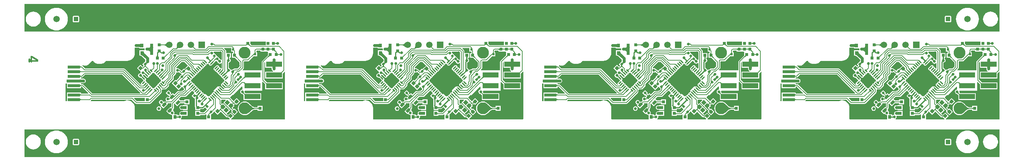
<source format=gbl>
G04 Layer_Physical_Order=4*
G04 Layer_Color=16711680*
%FSLAX43Y43*%
%MOMM*%
G71*
G01*
G75*
%ADD10R,1.000X1.000*%
%ADD11C,0.203*%
%ADD18R,0.762X0.762*%
%ADD19C,0.635*%
%ADD20C,0.254*%
%ADD21C,1.500*%
%ADD22R,1.500X1.500*%
%ADD23C,2.800*%
%ADD24C,0.635*%
%ADD31R,0.800X0.900*%
G04:AMPARAMS|DCode=32|XSize=0.9mm|YSize=0.85mm|CornerRadius=0mm|HoleSize=0mm|Usage=FLASHONLY|Rotation=45.000|XOffset=0mm|YOffset=0mm|HoleType=Round|Shape=Rectangle|*
%AMROTATEDRECTD32*
4,1,4,-0.018,-0.619,-0.619,-0.018,0.018,0.619,0.619,0.018,-0.018,-0.619,0.0*
%
%ADD32ROTATEDRECTD32*%

%ADD33P,1.078X4X180.0*%
%ADD34P,0.735X4X180.0*%
%ADD35P,7.495X4X90.0*%
G04:AMPARAMS|DCode=36|XSize=0.25mm|YSize=1.05mm|CornerRadius=0mm|HoleSize=0mm|Usage=FLASHONLY|Rotation=45.000|XOffset=0mm|YOffset=0mm|HoleType=Round|Shape=Round|*
%AMOVALD36*
21,1,0.800,0.250,0.000,0.000,135.0*
1,1,0.250,0.283,-0.283*
1,1,0.250,-0.283,0.283*
%
%ADD36OVALD36*%

G04:AMPARAMS|DCode=37|XSize=0.25mm|YSize=1.05mm|CornerRadius=0mm|HoleSize=0mm|Usage=FLASHONLY|Rotation=315.000|XOffset=0mm|YOffset=0mm|HoleType=Round|Shape=Round|*
%AMOVALD37*
21,1,0.800,0.250,0.000,0.000,45.0*
1,1,0.250,-0.283,-0.283*
1,1,0.250,0.283,0.283*
%
%ADD37OVALD37*%

%ADD38R,0.520X0.520*%
%ADD39P,1.078X4X90.0*%
%ADD40P,0.735X4X90.0*%
%ADD41R,0.762X0.762*%
G04:AMPARAMS|DCode=42|XSize=1.05mm|YSize=0.6mm|CornerRadius=0mm|HoleSize=0mm|Usage=FLASHONLY|Rotation=45.000|XOffset=0mm|YOffset=0mm|HoleType=Round|Shape=Rectangle|*
%AMROTATEDRECTD42*
4,1,4,-0.159,-0.583,-0.583,-0.159,0.159,0.583,0.583,0.159,-0.159,-0.583,0.0*
%
%ADD42ROTATEDRECTD42*%

%ADD43R,2.900X0.800*%
%ADD44R,3.200X0.800*%
%ADD45R,3.683X1.270*%
%ADD46R,0.282X0.282*%
%ADD47C,0.280*%
G04:AMPARAMS|DCode=48|XSize=2.45mm|YSize=2.25mm|CornerRadius=0mm|HoleSize=0mm|Usage=FLASHONLY|Rotation=225.000|XOffset=0mm|YOffset=0mm|HoleType=Round|Shape=Rectangle|*
%AMROTATEDRECTD48*
4,1,4,0.071,1.662,1.662,0.071,-0.071,-1.662,-1.662,-0.071,0.071,1.662,0.0*
%
%ADD48ROTATEDRECTD48*%

G04:AMPARAMS|DCode=49|XSize=2.45mm|YSize=2.25mm|CornerRadius=0mm|HoleSize=0mm|Usage=FLASHONLY|Rotation=315.000|XOffset=0mm|YOffset=0mm|HoleType=Round|Shape=Rectangle|*
%AMROTATEDRECTD49*
4,1,4,-1.662,0.071,-0.071,1.662,1.662,-0.071,0.071,-1.662,-1.662,0.071,0.0*
%
%ADD49ROTATEDRECTD49*%

G04:AMPARAMS|DCode=50|XSize=0.28mm|YSize=0.7mm|CornerRadius=0mm|HoleSize=0mm|Usage=FLASHONLY|Rotation=315.000|XOffset=0mm|YOffset=0mm|HoleType=Round|Shape=Rectangle|*
%AMROTATEDRECTD50*
4,1,4,-0.346,-0.148,0.148,0.346,0.346,0.148,-0.148,-0.346,-0.346,-0.148,0.0*
%
%ADD50ROTATEDRECTD50*%

G04:AMPARAMS|DCode=51|XSize=0.28mm|YSize=0.7mm|CornerRadius=0mm|HoleSize=0mm|Usage=FLASHONLY|Rotation=225.000|XOffset=0mm|YOffset=0mm|HoleType=Round|Shape=Rectangle|*
%AMROTATEDRECTD51*
4,1,4,-0.148,0.346,0.346,-0.148,0.148,-0.346,-0.346,0.148,-0.148,0.346,0.0*
%
%ADD51ROTATEDRECTD51*%

G36*
X230103Y30550D02*
X897Y30550D01*
Y37129D01*
X230103D01*
Y30550D01*
D02*
G37*
G36*
X228197Y27567D02*
X228173Y27590D01*
X228149Y27610D01*
X228123Y27628D01*
X228098Y27644D01*
X228072Y27657D01*
X228045Y27668D01*
X228018Y27677D01*
X227990Y27683D01*
X227972Y27685D01*
X227956Y27683D01*
X227925Y27678D01*
X227898Y27671D01*
X227875Y27662D01*
X227857Y27651D01*
X227842Y27638D01*
X227832Y27622D01*
X227826Y27605D01*
X227824Y27586D01*
Y27992D01*
X227826Y27973D01*
X227832Y27956D01*
X227842Y27940D01*
X227857Y27927D01*
X227875Y27916D01*
X227898Y27907D01*
X227925Y27900D01*
X227956Y27895D01*
X227972Y27893D01*
X227990Y27896D01*
X228018Y27902D01*
X228045Y27910D01*
X228072Y27921D01*
X228098Y27934D01*
X228123Y27950D01*
X228149Y27968D01*
X228173Y27988D01*
X228197Y28011D01*
Y27567D01*
D02*
G37*
G36*
X172197D02*
X172173Y27590D01*
X172149Y27610D01*
X172123Y27628D01*
X172098Y27644D01*
X172072Y27657D01*
X172045Y27668D01*
X172018Y27677D01*
X171990Y27683D01*
X171972Y27685D01*
X171956Y27683D01*
X171925Y27678D01*
X171898Y27671D01*
X171875Y27662D01*
X171857Y27651D01*
X171842Y27638D01*
X171832Y27622D01*
X171826Y27605D01*
X171824Y27586D01*
Y27992D01*
X171826Y27973D01*
X171832Y27956D01*
X171842Y27940D01*
X171857Y27927D01*
X171875Y27916D01*
X171898Y27907D01*
X171925Y27900D01*
X171956Y27895D01*
X171972Y27893D01*
X171990Y27896D01*
X172018Y27902D01*
X172045Y27910D01*
X172072Y27921D01*
X172098Y27934D01*
X172123Y27950D01*
X172149Y27968D01*
X172173Y27988D01*
X172197Y28011D01*
Y27567D01*
D02*
G37*
G36*
X116197D02*
X116173Y27590D01*
X116149Y27610D01*
X116123Y27628D01*
X116098Y27644D01*
X116072Y27657D01*
X116045Y27668D01*
X116018Y27677D01*
X115990Y27683D01*
X115972Y27685D01*
X115956Y27683D01*
X115925Y27678D01*
X115898Y27671D01*
X115875Y27662D01*
X115857Y27651D01*
X115842Y27638D01*
X115832Y27622D01*
X115826Y27605D01*
X115824Y27586D01*
Y27992D01*
X115826Y27973D01*
X115832Y27956D01*
X115842Y27940D01*
X115857Y27927D01*
X115875Y27916D01*
X115898Y27907D01*
X115925Y27900D01*
X115956Y27895D01*
X115972Y27893D01*
X115990Y27896D01*
X116018Y27902D01*
X116045Y27910D01*
X116072Y27921D01*
X116098Y27934D01*
X116123Y27950D01*
X116149Y27968D01*
X116173Y27988D01*
X116197Y28011D01*
Y27567D01*
D02*
G37*
G36*
X60197D02*
X60173Y27590D01*
X60149Y27610D01*
X60123Y27628D01*
X60098Y27644D01*
X60072Y27657D01*
X60045Y27668D01*
X60018Y27677D01*
X59990Y27683D01*
X59972Y27685D01*
X59956Y27683D01*
X59925Y27678D01*
X59898Y27671D01*
X59875Y27662D01*
X59857Y27651D01*
X59842Y27638D01*
X59832Y27622D01*
X59826Y27605D01*
X59824Y27586D01*
Y27992D01*
X59826Y27973D01*
X59832Y27956D01*
X59842Y27940D01*
X59857Y27927D01*
X59875Y27916D01*
X59898Y27907D01*
X59925Y27900D01*
X59956Y27895D01*
X59972Y27893D01*
X59990Y27896D01*
X60018Y27902D01*
X60045Y27910D01*
X60072Y27921D01*
X60098Y27934D01*
X60123Y27950D01*
X60149Y27968D01*
X60173Y27988D01*
X60197Y28011D01*
Y27567D01*
D02*
G37*
G36*
X213174Y27817D02*
X213198Y27797D01*
X213223Y27779D01*
X213249Y27763D01*
X213275Y27750D01*
X213302Y27739D01*
X213329Y27730D01*
X213357Y27724D01*
X213385Y27721D01*
X213414Y27720D01*
Y27516D01*
X213385Y27515D01*
X213357Y27512D01*
X213329Y27506D01*
X213302Y27497D01*
X213275Y27486D01*
X213249Y27473D01*
X213223Y27457D01*
X213198Y27439D01*
X213174Y27419D01*
X213150Y27396D01*
Y27840D01*
X213174Y27817D01*
D02*
G37*
G36*
X157174D02*
X157198Y27797D01*
X157223Y27779D01*
X157249Y27763D01*
X157275Y27750D01*
X157302Y27739D01*
X157329Y27730D01*
X157357Y27724D01*
X157385Y27721D01*
X157414Y27720D01*
Y27516D01*
X157385Y27515D01*
X157357Y27512D01*
X157329Y27506D01*
X157302Y27497D01*
X157275Y27486D01*
X157249Y27473D01*
X157223Y27457D01*
X157198Y27439D01*
X157174Y27419D01*
X157150Y27396D01*
Y27840D01*
X157174Y27817D01*
D02*
G37*
G36*
X101174D02*
X101198Y27797D01*
X101223Y27779D01*
X101249Y27763D01*
X101275Y27750D01*
X101302Y27739D01*
X101329Y27730D01*
X101357Y27724D01*
X101385Y27721D01*
X101414Y27720D01*
Y27516D01*
X101385Y27515D01*
X101357Y27512D01*
X101329Y27506D01*
X101302Y27497D01*
X101275Y27486D01*
X101249Y27473D01*
X101223Y27457D01*
X101198Y27439D01*
X101174Y27419D01*
X101150Y27396D01*
Y27840D01*
X101174Y27817D01*
D02*
G37*
G36*
X45174D02*
X45198Y27797D01*
X45223Y27779D01*
X45249Y27763D01*
X45275Y27750D01*
X45302Y27739D01*
X45329Y27730D01*
X45357Y27724D01*
X45385Y27721D01*
X45414Y27720D01*
Y27516D01*
X45385Y27515D01*
X45357Y27512D01*
X45329Y27506D01*
X45302Y27497D01*
X45275Y27486D01*
X45249Y27473D01*
X45223Y27457D01*
X45198Y27439D01*
X45174Y27419D01*
X45150Y27396D01*
Y27840D01*
X45174Y27817D01*
D02*
G37*
G36*
X225609Y27395D02*
X222259D01*
X222053Y27601D01*
X222023Y27634D01*
X222004Y27658D01*
Y27702D01*
X222004Y27705D01*
X222004Y27709D01*
Y28180D01*
X225609D01*
Y27395D01*
D02*
G37*
G36*
X169609D02*
X166259D01*
X166053Y27601D01*
X166023Y27634D01*
X166004Y27658D01*
Y27702D01*
X166004Y27705D01*
X166004Y27709D01*
Y28180D01*
X169609D01*
Y27395D01*
D02*
G37*
G36*
X113609D02*
X110259D01*
X110053Y27601D01*
X110023Y27634D01*
X110004Y27658D01*
Y27702D01*
X110004Y27705D01*
X110004Y27709D01*
Y28180D01*
X113609D01*
Y27395D01*
D02*
G37*
G36*
X57609D02*
X54259D01*
X54053Y27601D01*
X54023Y27634D01*
X54004Y27658D01*
Y27702D01*
X54004Y27705D01*
X54004Y27709D01*
Y28180D01*
X57609D01*
Y27395D01*
D02*
G37*
G36*
X221786Y27690D02*
X221780Y27671D01*
Y27649D01*
X221786Y27625D01*
X221797Y27598D01*
X221814Y27568D01*
X221837Y27534D01*
X221866Y27499D01*
X221941Y27418D01*
X221797Y27274D01*
X221755Y27315D01*
X221681Y27378D01*
X221648Y27401D01*
X221617Y27418D01*
X221590Y27430D01*
X221566Y27435D01*
X221544D01*
X221525Y27430D01*
X221510Y27418D01*
X221797Y27705D01*
X221786Y27690D01*
D02*
G37*
G36*
X165786D02*
X165780Y27671D01*
Y27649D01*
X165786Y27625D01*
X165797Y27598D01*
X165814Y27568D01*
X165837Y27534D01*
X165866Y27499D01*
X165941Y27418D01*
X165797Y27274D01*
X165755Y27315D01*
X165681Y27378D01*
X165648Y27401D01*
X165617Y27418D01*
X165590Y27430D01*
X165566Y27435D01*
X165544D01*
X165525Y27430D01*
X165510Y27418D01*
X165797Y27705D01*
X165786Y27690D01*
D02*
G37*
G36*
X109786D02*
X109780Y27671D01*
Y27649D01*
X109786Y27625D01*
X109797Y27598D01*
X109814Y27568D01*
X109837Y27534D01*
X109866Y27499D01*
X109941Y27418D01*
X109797Y27274D01*
X109755Y27315D01*
X109681Y27378D01*
X109648Y27401D01*
X109617Y27418D01*
X109590Y27430D01*
X109566Y27435D01*
X109544D01*
X109525Y27430D01*
X109510Y27418D01*
X109797Y27705D01*
X109786Y27690D01*
D02*
G37*
G36*
X53786D02*
X53780Y27671D01*
Y27649D01*
X53786Y27625D01*
X53797Y27598D01*
X53814Y27568D01*
X53837Y27534D01*
X53866Y27499D01*
X53941Y27418D01*
X53797Y27274D01*
X53755Y27315D01*
X53681Y27378D01*
X53648Y27401D01*
X53617Y27418D01*
X53590Y27430D01*
X53566Y27435D01*
X53544D01*
X53525Y27430D01*
X53510Y27418D01*
X53797Y27705D01*
X53786Y27690D01*
D02*
G37*
G36*
X201006Y27611D02*
X201012Y27594D01*
X201023Y27579D01*
X201037Y27566D01*
X201056Y27554D01*
X201078Y27545D01*
X201105Y27538D01*
X201136Y27533D01*
X201171Y27530D01*
X201210Y27529D01*
Y27326D01*
X201171Y27325D01*
X201136Y27322D01*
X201105Y27317D01*
X201078Y27310D01*
X201056Y27300D01*
X201037Y27289D01*
X201023Y27276D01*
X201012Y27261D01*
X201006Y27244D01*
X201004Y27224D01*
Y27631D01*
X201006Y27611D01*
D02*
G37*
G36*
X145006D02*
X145012Y27594D01*
X145023Y27579D01*
X145037Y27566D01*
X145056Y27554D01*
X145078Y27545D01*
X145105Y27538D01*
X145136Y27533D01*
X145171Y27530D01*
X145210Y27529D01*
Y27326D01*
X145171Y27325D01*
X145136Y27322D01*
X145105Y27317D01*
X145078Y27310D01*
X145056Y27300D01*
X145037Y27289D01*
X145023Y27276D01*
X145012Y27261D01*
X145006Y27244D01*
X145004Y27224D01*
Y27631D01*
X145006Y27611D01*
D02*
G37*
G36*
X89006D02*
X89012Y27594D01*
X89023Y27579D01*
X89037Y27566D01*
X89056Y27554D01*
X89078Y27545D01*
X89105Y27538D01*
X89136Y27533D01*
X89171Y27530D01*
X89210Y27529D01*
Y27326D01*
X89171Y27325D01*
X89136Y27322D01*
X89105Y27317D01*
X89078Y27310D01*
X89056Y27300D01*
X89037Y27289D01*
X89023Y27276D01*
X89012Y27261D01*
X89006Y27244D01*
X89004Y27224D01*
Y27631D01*
X89006Y27611D01*
D02*
G37*
G36*
X33006D02*
X33012Y27594D01*
X33023Y27579D01*
X33037Y27566D01*
X33056Y27554D01*
X33078Y27545D01*
X33105Y27538D01*
X33136Y27533D01*
X33171Y27530D01*
X33210Y27529D01*
Y27326D01*
X33171Y27325D01*
X33136Y27322D01*
X33105Y27317D01*
X33078Y27310D01*
X33056Y27300D01*
X33037Y27289D01*
X33023Y27276D01*
X33012Y27261D01*
X33006Y27244D01*
X33004Y27224D01*
Y27631D01*
X33006Y27611D01*
D02*
G37*
G36*
X202440Y26906D02*
X202356Y26986D01*
X202129Y27175D01*
X202061Y27221D01*
X201996Y27259D01*
X201935Y27288D01*
X201878Y27309D01*
X201825Y27322D01*
X201775Y27326D01*
X201771Y27529D01*
X201822Y27533D01*
X201876Y27546D01*
X201933Y27568D01*
X201993Y27597D01*
X202057Y27636D01*
X202124Y27683D01*
X202193Y27738D01*
X202342Y27875D01*
X202422Y27956D01*
X202440Y26906D01*
D02*
G37*
G36*
X146440D02*
X146356Y26986D01*
X146129Y27175D01*
X146061Y27221D01*
X145996Y27259D01*
X145935Y27288D01*
X145878Y27309D01*
X145825Y27322D01*
X145775Y27326D01*
X145771Y27529D01*
X145822Y27533D01*
X145876Y27546D01*
X145933Y27568D01*
X145993Y27597D01*
X146057Y27636D01*
X146124Y27683D01*
X146193Y27738D01*
X146342Y27875D01*
X146422Y27956D01*
X146440Y26906D01*
D02*
G37*
G36*
X90440D02*
X90356Y26986D01*
X90129Y27175D01*
X90061Y27221D01*
X89996Y27259D01*
X89935Y27288D01*
X89878Y27309D01*
X89825Y27322D01*
X89775Y27326D01*
X89771Y27529D01*
X89822Y27533D01*
X89876Y27546D01*
X89933Y27568D01*
X89993Y27597D01*
X90057Y27636D01*
X90124Y27683D01*
X90193Y27738D01*
X90342Y27875D01*
X90422Y27956D01*
X90440Y26906D01*
D02*
G37*
G36*
X34440D02*
X34356Y26986D01*
X34129Y27175D01*
X34061Y27221D01*
X33996Y27259D01*
X33935Y27288D01*
X33878Y27309D01*
X33825Y27322D01*
X33775Y27326D01*
X33771Y27529D01*
X33822Y27533D01*
X33876Y27546D01*
X33933Y27568D01*
X33993Y27597D01*
X34057Y27636D01*
X34124Y27683D01*
X34193Y27738D01*
X34342Y27875D01*
X34422Y27956D01*
X34440Y26906D01*
D02*
G37*
G36*
X196145Y26829D02*
X196138Y26853D01*
X196119Y26875D01*
X196087Y26894D01*
X196043Y26911D01*
X195986Y26925D01*
X195916Y26937D01*
X195833Y26946D01*
X195630Y26956D01*
X195510Y26958D01*
Y27593D01*
X195630Y27594D01*
X195916Y27613D01*
X195986Y27625D01*
X196043Y27639D01*
X196087Y27656D01*
X196119Y27675D01*
X196138Y27697D01*
X196145Y27722D01*
Y26829D01*
D02*
G37*
G36*
X140145D02*
X140138Y26853D01*
X140119Y26875D01*
X140087Y26894D01*
X140043Y26911D01*
X139986Y26925D01*
X139916Y26937D01*
X139833Y26946D01*
X139630Y26956D01*
X139510Y26958D01*
Y27593D01*
X139630Y27594D01*
X139916Y27613D01*
X139986Y27625D01*
X140043Y27639D01*
X140087Y27656D01*
X140119Y27675D01*
X140138Y27697D01*
X140145Y27722D01*
Y26829D01*
D02*
G37*
G36*
X84145D02*
X84138Y26853D01*
X84119Y26875D01*
X84087Y26894D01*
X84043Y26911D01*
X83986Y26925D01*
X83916Y26937D01*
X83833Y26946D01*
X83630Y26956D01*
X83509Y26958D01*
Y27593D01*
X83630Y27594D01*
X83916Y27613D01*
X83986Y27625D01*
X84043Y27639D01*
X84087Y27656D01*
X84119Y27675D01*
X84138Y27697D01*
X84145Y27722D01*
Y26829D01*
D02*
G37*
G36*
X28145D02*
X28138Y26853D01*
X28119Y26875D01*
X28087Y26894D01*
X28043Y26911D01*
X27986Y26925D01*
X27916Y26937D01*
X27833Y26946D01*
X27630Y26956D01*
X27510Y26958D01*
Y27593D01*
X27630Y27594D01*
X27916Y27613D01*
X27986Y27625D01*
X28043Y27639D01*
X28087Y27656D01*
X28119Y27675D01*
X28138Y27697D01*
X28145Y27722D01*
Y26829D01*
D02*
G37*
G36*
X218074Y26726D02*
X218076Y26694D01*
X218080Y26667D01*
X218086Y26643D01*
X218093Y26622D01*
X218102Y26606D01*
X218112Y26593D01*
X218124Y26584D01*
X218138Y26578D01*
X218153Y26576D01*
X217790D01*
X217805Y26578D01*
X217818Y26584D01*
X217830Y26593D01*
X217841Y26606D01*
X217850Y26622D01*
X217857Y26643D01*
X217862Y26667D01*
X217866Y26694D01*
X217869Y26726D01*
X217870Y26761D01*
X218073D01*
X218074Y26726D01*
D02*
G37*
G36*
X162074D02*
X162076Y26694D01*
X162080Y26667D01*
X162086Y26643D01*
X162093Y26622D01*
X162102Y26606D01*
X162112Y26593D01*
X162124Y26584D01*
X162138Y26578D01*
X162153Y26576D01*
X161790D01*
X161805Y26578D01*
X161818Y26584D01*
X161830Y26593D01*
X161841Y26606D01*
X161850Y26622D01*
X161857Y26643D01*
X161862Y26667D01*
X161866Y26694D01*
X161869Y26726D01*
X161870Y26761D01*
X162073D01*
X162074Y26726D01*
D02*
G37*
G36*
X106074D02*
X106076Y26694D01*
X106080Y26667D01*
X106086Y26643D01*
X106093Y26622D01*
X106102Y26606D01*
X106112Y26593D01*
X106124Y26584D01*
X106138Y26578D01*
X106153Y26576D01*
X105790D01*
X105805Y26578D01*
X105818Y26584D01*
X105830Y26593D01*
X105841Y26606D01*
X105850Y26622D01*
X105857Y26643D01*
X105862Y26667D01*
X105866Y26694D01*
X105869Y26726D01*
X105870Y26761D01*
X106073D01*
X106074Y26726D01*
D02*
G37*
G36*
X50074D02*
X50076Y26694D01*
X50080Y26667D01*
X50086Y26643D01*
X50093Y26622D01*
X50102Y26606D01*
X50112Y26593D01*
X50124Y26584D01*
X50138Y26578D01*
X50153Y26576D01*
X49790D01*
X49805Y26578D01*
X49818Y26584D01*
X49830Y26593D01*
X49841Y26606D01*
X49850Y26622D01*
X49857Y26643D01*
X49862Y26667D01*
X49866Y26694D01*
X49869Y26726D01*
X49870Y26761D01*
X50073D01*
X50074Y26726D01*
D02*
G37*
G36*
X205499Y26690D02*
X205384Y26690D01*
X205181Y26678D01*
X205092Y26667D01*
X205011Y26652D01*
X204939Y26633D01*
X204875Y26612D01*
X204820Y26586D01*
X204773Y26557D01*
X204734Y26525D01*
X204591Y26668D01*
X204623Y26707D01*
X204652Y26754D01*
X204678Y26809D01*
X204699Y26873D01*
X204718Y26945D01*
X204733Y27026D01*
X204744Y27115D01*
X204756Y27318D01*
X204756Y27433D01*
X205499Y26690D01*
D02*
G37*
G36*
X149499D02*
X149384Y26690D01*
X149181Y26678D01*
X149092Y26667D01*
X149011Y26652D01*
X148939Y26633D01*
X148875Y26612D01*
X148820Y26586D01*
X148773Y26557D01*
X148734Y26525D01*
X148591Y26668D01*
X148623Y26707D01*
X148652Y26754D01*
X148678Y26809D01*
X148699Y26873D01*
X148718Y26945D01*
X148733Y27026D01*
X148744Y27115D01*
X148756Y27318D01*
X148756Y27433D01*
X149499Y26690D01*
D02*
G37*
G36*
X93499D02*
X93384Y26690D01*
X93181Y26678D01*
X93092Y26667D01*
X93011Y26652D01*
X92939Y26633D01*
X92875Y26612D01*
X92820Y26586D01*
X92773Y26557D01*
X92734Y26525D01*
X92591Y26668D01*
X92623Y26707D01*
X92652Y26754D01*
X92678Y26809D01*
X92700Y26873D01*
X92718Y26945D01*
X92733Y27026D01*
X92744Y27115D01*
X92756Y27318D01*
X92756Y27433D01*
X93499Y26690D01*
D02*
G37*
G36*
X37499D02*
X37384Y26690D01*
X37181Y26678D01*
X37092Y26667D01*
X37011Y26652D01*
X36939Y26633D01*
X36875Y26612D01*
X36820Y26586D01*
X36773Y26557D01*
X36734Y26525D01*
X36591Y26668D01*
X36623Y26707D01*
X36652Y26754D01*
X36678Y26809D01*
X36700Y26873D01*
X36718Y26945D01*
X36733Y27026D01*
X36744Y27115D01*
X36756Y27318D01*
X36756Y27433D01*
X37499Y26690D01*
D02*
G37*
G36*
X224558Y26189D02*
X224556Y26208D01*
X224549Y26225D01*
X224539Y26241D01*
X224525Y26254D01*
X224506Y26265D01*
X224484Y26274D01*
X224457Y26281D01*
X224426Y26286D01*
X224391Y26289D01*
X224352Y26291D01*
Y26494D01*
X224391Y26495D01*
X224426Y26498D01*
X224457Y26503D01*
X224484Y26510D01*
X224506Y26519D01*
X224525Y26530D01*
X224539Y26543D01*
X224549Y26559D01*
X224556Y26576D01*
X224558Y26595D01*
Y26189D01*
D02*
G37*
G36*
X168558D02*
X168556Y26208D01*
X168549Y26225D01*
X168539Y26241D01*
X168525Y26254D01*
X168506Y26265D01*
X168484Y26274D01*
X168457Y26281D01*
X168426Y26286D01*
X168391Y26289D01*
X168352Y26291D01*
Y26494D01*
X168391Y26495D01*
X168426Y26498D01*
X168457Y26503D01*
X168484Y26510D01*
X168506Y26519D01*
X168525Y26530D01*
X168539Y26543D01*
X168549Y26559D01*
X168556Y26576D01*
X168558Y26595D01*
Y26189D01*
D02*
G37*
G36*
X112558D02*
X112556Y26208D01*
X112549Y26225D01*
X112539Y26241D01*
X112525Y26254D01*
X112506Y26265D01*
X112483Y26274D01*
X112457Y26281D01*
X112426Y26286D01*
X112391Y26289D01*
X112352Y26291D01*
Y26494D01*
X112391Y26495D01*
X112426Y26498D01*
X112457Y26503D01*
X112483Y26510D01*
X112506Y26519D01*
X112525Y26530D01*
X112539Y26543D01*
X112549Y26559D01*
X112556Y26576D01*
X112558Y26595D01*
Y26189D01*
D02*
G37*
G36*
X56558D02*
X56556Y26208D01*
X56549Y26225D01*
X56539Y26241D01*
X56525Y26254D01*
X56506Y26265D01*
X56484Y26274D01*
X56457Y26281D01*
X56426Y26286D01*
X56391Y26289D01*
X56352Y26291D01*
Y26494D01*
X56391Y26495D01*
X56426Y26498D01*
X56457Y26503D01*
X56484Y26510D01*
X56506Y26519D01*
X56525Y26530D01*
X56539Y26543D01*
X56549Y26559D01*
X56556Y26576D01*
X56558Y26595D01*
Y26189D01*
D02*
G37*
G36*
X194991Y26785D02*
X195194Y26744D01*
X195722D01*
X195817Y26739D01*
X195888Y26732D01*
X195938Y26723D01*
Y26622D01*
X196141D01*
X196145Y26621D01*
X196148Y26622D01*
X197067D01*
X197174Y26507D01*
X197152Y26399D01*
X197173Y26294D01*
X197066Y26178D01*
X196929D01*
X196926Y26179D01*
X196926Y26179D01*
X196926Y26179D01*
X196924Y26178D01*
X195938D01*
Y25092D01*
X195938Y25090D01*
X195938Y25088D01*
Y25069D01*
X195938Y25066D01*
X195938Y25065D01*
Y24872D01*
X196131D01*
X196133Y24872D01*
X196201Y24868D01*
X196260Y24858D01*
X196322Y24841D01*
X196387Y24816D01*
X196455Y24783D01*
X196527Y24741D01*
X196599Y24692D01*
X196732Y24583D01*
X197320Y23996D01*
Y23635D01*
X197283Y23522D01*
Y23522D01*
X197283Y23522D01*
X196628Y22867D01*
X196848Y22647D01*
X196842Y22475D01*
X196677Y22310D01*
X196211Y22776D01*
X195385Y21950D01*
X196211Y21124D01*
X196241Y21009D01*
X196214Y20872D01*
X196172Y20761D01*
X196164Y20753D01*
X195961Y20712D01*
X195788Y20597D01*
X195673Y20425D01*
X195633Y20222D01*
X195673Y20019D01*
X195788Y19846D01*
X195961Y19731D01*
X196164Y19691D01*
X196248Y19708D01*
X196265Y19707D01*
X196280Y19710D01*
X196883Y19107D01*
X196902Y19078D01*
Y18972D01*
X196883Y18943D01*
X196268Y18329D01*
X196437Y18160D01*
X196392Y18048D01*
X196278Y18037D01*
X192565Y21750D01*
X192464Y21817D01*
X192345Y21841D01*
X183199D01*
X182595Y22445D01*
X182584Y22605D01*
X182604Y22630D01*
X182769D01*
X182794Y22610D01*
X182879Y22575D01*
X182998Y22526D01*
X183217Y22497D01*
X183436Y22526D01*
X183520Y22561D01*
X183640Y22610D01*
X183815Y22744D01*
X183815Y22744D01*
X184750Y23680D01*
X185119D01*
X185193Y23502D01*
X185360Y23285D01*
X185576Y23118D01*
X185829Y23014D01*
X186100Y22978D01*
Y22980D01*
X186933D01*
X186934Y22980D01*
Y22976D01*
X187257Y23019D01*
X187558Y23143D01*
X187817Y23342D01*
X187815Y23344D01*
X188150Y23680D01*
X193000D01*
X193000Y23680D01*
Y23678D01*
X193360Y23714D01*
X193707Y23819D01*
X194026Y23989D01*
X194306Y24219D01*
X194536Y24499D01*
X194706Y24818D01*
X194812Y25165D01*
X194847Y25525D01*
X194845D01*
Y26747D01*
X194957Y26807D01*
X194991Y26785D01*
D02*
G37*
G36*
X138991D02*
X139194Y26744D01*
X139722D01*
X139817Y26739D01*
X139888Y26732D01*
X139938Y26723D01*
Y26622D01*
X140141D01*
X140145Y26621D01*
X140148Y26622D01*
X141067D01*
X141174Y26507D01*
X141152Y26399D01*
X141173Y26294D01*
X141066Y26178D01*
X140929D01*
X140926Y26179D01*
X140926Y26179D01*
X140926Y26179D01*
X140924Y26178D01*
X139938D01*
Y25092D01*
X139938Y25090D01*
X139938Y25088D01*
Y25069D01*
X139938Y25066D01*
X139938Y25065D01*
Y24872D01*
X140131D01*
X140133Y24872D01*
X140201Y24868D01*
X140260Y24858D01*
X140322Y24841D01*
X140387Y24816D01*
X140455Y24783D01*
X140527Y24741D01*
X140599Y24692D01*
X140732Y24583D01*
X141320Y23996D01*
Y23635D01*
X141283Y23522D01*
Y23522D01*
X141283Y23522D01*
X140628Y22867D01*
X140848Y22647D01*
X140842Y22475D01*
X140677Y22310D01*
X140211Y22776D01*
X139385Y21950D01*
X140211Y21124D01*
X140241Y21009D01*
X140214Y20872D01*
X140172Y20761D01*
X140164Y20753D01*
X139961Y20712D01*
X139788Y20597D01*
X139673Y20425D01*
X139633Y20222D01*
X139673Y20019D01*
X139788Y19846D01*
X139961Y19731D01*
X140164Y19691D01*
X140248Y19708D01*
X140265Y19707D01*
X140280Y19710D01*
X140883Y19107D01*
X140902Y19078D01*
Y18972D01*
X140883Y18943D01*
X140268Y18329D01*
X140437Y18160D01*
X140392Y18048D01*
X140278Y18037D01*
X136565Y21750D01*
X136464Y21817D01*
X136345Y21841D01*
X127199D01*
X126595Y22445D01*
X126584Y22605D01*
X126604Y22630D01*
X126769D01*
X126794Y22610D01*
X126879Y22575D01*
X126998Y22526D01*
X127217Y22497D01*
X127436Y22526D01*
X127520Y22561D01*
X127640Y22610D01*
X127815Y22744D01*
X127815Y22744D01*
X128750Y23680D01*
X129119D01*
X129193Y23502D01*
X129360Y23285D01*
X129576Y23118D01*
X129829Y23014D01*
X130100Y22978D01*
Y22980D01*
X130933D01*
X130934Y22980D01*
Y22976D01*
X131257Y23019D01*
X131558Y23143D01*
X131817Y23342D01*
X131815Y23344D01*
X132150Y23680D01*
X137000D01*
X137000Y23680D01*
Y23678D01*
X137360Y23714D01*
X137707Y23819D01*
X138026Y23989D01*
X138306Y24219D01*
X138536Y24499D01*
X138706Y24818D01*
X138812Y25165D01*
X138847Y25525D01*
X138845D01*
Y26747D01*
X138957Y26807D01*
X138991Y26785D01*
D02*
G37*
G36*
X82991D02*
X83194Y26744D01*
X83722D01*
X83817Y26739D01*
X83888Y26732D01*
X83938Y26723D01*
Y26622D01*
X84141D01*
X84145Y26621D01*
X84148Y26622D01*
X85067D01*
X85174Y26507D01*
X85152Y26399D01*
X85173Y26294D01*
X85066Y26178D01*
X84929D01*
X84926Y26179D01*
X84926Y26179D01*
X84926Y26179D01*
X84924Y26178D01*
X83938D01*
Y25092D01*
X83938Y25090D01*
X83938Y25088D01*
Y25069D01*
X83938Y25066D01*
X83938Y25065D01*
Y24872D01*
X84131D01*
X84133Y24872D01*
X84201Y24868D01*
X84260Y24858D01*
X84322Y24841D01*
X84387Y24816D01*
X84455Y24783D01*
X84527Y24741D01*
X84599Y24692D01*
X84732Y24583D01*
X85320Y23996D01*
Y23635D01*
X85283Y23522D01*
Y23522D01*
X85283Y23522D01*
X84628Y22867D01*
X84848Y22647D01*
X84842Y22475D01*
X84677Y22310D01*
X84211Y22776D01*
X83385Y21950D01*
X84211Y21124D01*
X84241Y21009D01*
X84214Y20872D01*
X84172Y20761D01*
X84164Y20753D01*
X83961Y20712D01*
X83788Y20597D01*
X83673Y20425D01*
X83633Y20222D01*
X83673Y20019D01*
X83788Y19846D01*
X83961Y19731D01*
X84164Y19691D01*
X84248Y19708D01*
X84265Y19707D01*
X84280Y19710D01*
X84883Y19107D01*
X84902Y19078D01*
Y18972D01*
X84883Y18943D01*
X84268Y18329D01*
X84437Y18160D01*
X84392Y18048D01*
X84278Y18037D01*
X80565Y21750D01*
X80464Y21817D01*
X80345Y21841D01*
X71199D01*
X70595Y22445D01*
X70584Y22605D01*
X70604Y22630D01*
X70769D01*
X70794Y22610D01*
X70879Y22575D01*
X70998Y22526D01*
X71217Y22497D01*
X71436Y22526D01*
X71520Y22561D01*
X71640Y22610D01*
X71815Y22744D01*
X71815Y22744D01*
X72750Y23680D01*
X73119D01*
X73193Y23502D01*
X73360Y23285D01*
X73576Y23118D01*
X73829Y23014D01*
X74100Y22978D01*
Y22980D01*
X74933D01*
X74934Y22980D01*
Y22976D01*
X75257Y23019D01*
X75558Y23143D01*
X75817Y23342D01*
X75815Y23344D01*
X76150Y23680D01*
X81000D01*
X81000Y23680D01*
Y23678D01*
X81360Y23714D01*
X81707Y23819D01*
X82026Y23989D01*
X82306Y24219D01*
X82536Y24499D01*
X82706Y24818D01*
X82812Y25165D01*
X82847Y25525D01*
X82845D01*
Y26747D01*
X82957Y26807D01*
X82991Y26785D01*
D02*
G37*
G36*
X26991D02*
X27194Y26744D01*
X27722D01*
X27817Y26739D01*
X27888Y26732D01*
X27938Y26723D01*
Y26622D01*
X28141D01*
X28145Y26621D01*
X28148Y26622D01*
X29067D01*
X29174Y26507D01*
X29152Y26399D01*
X29173Y26294D01*
X29066Y26178D01*
X28929D01*
X28926Y26179D01*
X28926Y26179D01*
X28926Y26179D01*
X28924Y26178D01*
X27938D01*
Y25092D01*
X27938Y25090D01*
X27938Y25088D01*
Y25069D01*
X27938Y25066D01*
X27938Y25065D01*
Y24872D01*
X28131D01*
X28133Y24872D01*
X28201Y24868D01*
X28260Y24858D01*
X28322Y24841D01*
X28387Y24816D01*
X28455Y24783D01*
X28527Y24741D01*
X28599Y24692D01*
X28732Y24583D01*
X29320Y23996D01*
Y23635D01*
X29283Y23522D01*
Y23522D01*
X29283Y23522D01*
X28628Y22867D01*
X28848Y22647D01*
X28842Y22475D01*
X28677Y22310D01*
X28211Y22776D01*
X27385Y21950D01*
X28211Y21124D01*
X28241Y21009D01*
X28214Y20872D01*
X28172Y20761D01*
X28164Y20753D01*
X27961Y20712D01*
X27788Y20597D01*
X27673Y20425D01*
X27633Y20222D01*
X27673Y20019D01*
X27788Y19846D01*
X27961Y19731D01*
X28164Y19691D01*
X28248Y19708D01*
X28265Y19707D01*
X28280Y19710D01*
X28883Y19107D01*
X28902Y19078D01*
Y18972D01*
X28883Y18943D01*
X28268Y18329D01*
X28437Y18160D01*
X28392Y18048D01*
X28278Y18037D01*
X24565Y21750D01*
X24464Y21817D01*
X24345Y21841D01*
X15199D01*
X14595Y22445D01*
X14584Y22605D01*
X14604Y22630D01*
X14769D01*
X14794Y22610D01*
X14879Y22575D01*
X14998Y22526D01*
X15217Y22497D01*
X15436Y22526D01*
X15520Y22561D01*
X15640Y22610D01*
X15815Y22744D01*
X15815Y22744D01*
X16750Y23680D01*
X17119D01*
X17193Y23502D01*
X17360Y23285D01*
X17576Y23118D01*
X17829Y23014D01*
X18100Y22978D01*
Y22980D01*
X18933D01*
X18934Y22980D01*
Y22976D01*
X19257Y23019D01*
X19558Y23143D01*
X19817Y23342D01*
X19815Y23344D01*
X20150Y23680D01*
X25000D01*
X25000Y23680D01*
Y23678D01*
X25360Y23714D01*
X25707Y23819D01*
X26026Y23989D01*
X26306Y24219D01*
X26536Y24499D01*
X26706Y24818D01*
X26812Y25165D01*
X26847Y25525D01*
X26845D01*
Y26747D01*
X26957Y26807D01*
X26991Y26785D01*
D02*
G37*
G36*
X227815Y26286D02*
X227810Y26267D01*
Y26246D01*
X227815Y26221D01*
X227827Y26194D01*
X227844Y26164D01*
X227867Y26131D01*
X227896Y26095D01*
X227970Y26014D01*
X227827Y25871D01*
X227785Y25911D01*
X227710Y25974D01*
X227677Y25997D01*
X227647Y26014D01*
X227620Y26026D01*
X227595Y26032D01*
X227574D01*
X227555Y26026D01*
X227539Y26014D01*
X227827Y26302D01*
X227815Y26286D01*
D02*
G37*
G36*
X171815D02*
X171810Y26267D01*
Y26246D01*
X171815Y26221D01*
X171827Y26194D01*
X171844Y26164D01*
X171867Y26131D01*
X171896Y26095D01*
X171970Y26014D01*
X171827Y25871D01*
X171785Y25911D01*
X171710Y25974D01*
X171677Y25997D01*
X171647Y26014D01*
X171620Y26026D01*
X171595Y26032D01*
X171574D01*
X171555Y26026D01*
X171539Y26014D01*
X171827Y26302D01*
X171815Y26286D01*
D02*
G37*
G36*
X115815D02*
X115810Y26267D01*
Y26246D01*
X115815Y26221D01*
X115827Y26194D01*
X115844Y26164D01*
X115867Y26131D01*
X115896Y26095D01*
X115970Y26014D01*
X115827Y25871D01*
X115785Y25911D01*
X115710Y25974D01*
X115677Y25997D01*
X115647Y26014D01*
X115620Y26026D01*
X115595Y26032D01*
X115574D01*
X115555Y26026D01*
X115539Y26014D01*
X115827Y26302D01*
X115815Y26286D01*
D02*
G37*
G36*
X59815D02*
X59810Y26267D01*
Y26246D01*
X59815Y26221D01*
X59827Y26194D01*
X59844Y26164D01*
X59867Y26131D01*
X59896Y26095D01*
X59970Y26014D01*
X59827Y25871D01*
X59785Y25911D01*
X59710Y25974D01*
X59677Y25997D01*
X59647Y26014D01*
X59620Y26026D01*
X59595Y26032D01*
X59574D01*
X59555Y26026D01*
X59539Y26014D01*
X59827Y26302D01*
X59815Y26286D01*
D02*
G37*
G36*
X198847Y26829D02*
X199238D01*
X199223Y26824D01*
X199209Y26811D01*
X199198Y26790D01*
X199187Y26760D01*
X199179Y26721D01*
X199171Y26674D01*
X199162Y26553D01*
X199159Y26399D01*
X199160Y26318D01*
X199179Y26079D01*
X199187Y26040D01*
X199198Y26010D01*
X199209Y25989D01*
X199223Y25976D01*
X199238Y25972D01*
X198848D01*
X198524Y25525D01*
X198517Y25631D01*
X198498Y25725D01*
X198467Y25809D01*
X198422Y25881D01*
X198365Y25942D01*
X198295Y25992D01*
X198213Y26031D01*
X198117Y26059D01*
X198009Y26076D01*
X197889Y26081D01*
Y26716D01*
X198009Y26722D01*
X198117Y26739D01*
X198213Y26767D01*
X198295Y26806D01*
X198365Y26856D01*
X198422Y26917D01*
X198467Y26990D01*
X198498Y27074D01*
X198517Y27169D01*
X198524Y27275D01*
X198847Y26829D01*
D02*
G37*
G36*
X142847D02*
X143238D01*
X143223Y26824D01*
X143209Y26811D01*
X143198Y26790D01*
X143187Y26760D01*
X143179Y26721D01*
X143171Y26674D01*
X143162Y26553D01*
X143159Y26399D01*
X143160Y26318D01*
X143179Y26079D01*
X143187Y26040D01*
X143198Y26010D01*
X143209Y25989D01*
X143223Y25976D01*
X143238Y25972D01*
X142848D01*
X142524Y25525D01*
X142517Y25631D01*
X142498Y25725D01*
X142467Y25809D01*
X142422Y25881D01*
X142365Y25942D01*
X142295Y25992D01*
X142213Y26031D01*
X142117Y26059D01*
X142009Y26076D01*
X141889Y26081D01*
Y26716D01*
X142009Y26722D01*
X142117Y26739D01*
X142213Y26767D01*
X142295Y26806D01*
X142365Y26856D01*
X142422Y26917D01*
X142467Y26990D01*
X142498Y27074D01*
X142517Y27169D01*
X142524Y27275D01*
X142847Y26829D01*
D02*
G37*
G36*
X86847D02*
X87238D01*
X87223Y26824D01*
X87209Y26811D01*
X87198Y26790D01*
X87187Y26760D01*
X87179Y26721D01*
X87171Y26674D01*
X87162Y26553D01*
X87159Y26399D01*
X87160Y26318D01*
X87179Y26079D01*
X87187Y26040D01*
X87198Y26010D01*
X87209Y25989D01*
X87223Y25976D01*
X87238Y25972D01*
X86848D01*
X86524Y25525D01*
X86517Y25631D01*
X86498Y25725D01*
X86467Y25809D01*
X86422Y25881D01*
X86365Y25942D01*
X86295Y25992D01*
X86213Y26031D01*
X86117Y26059D01*
X86009Y26076D01*
X85889Y26081D01*
Y26716D01*
X86009Y26722D01*
X86117Y26739D01*
X86213Y26767D01*
X86295Y26806D01*
X86365Y26856D01*
X86422Y26917D01*
X86467Y26990D01*
X86498Y27074D01*
X86517Y27169D01*
X86524Y27275D01*
X86847Y26829D01*
D02*
G37*
G36*
X30847D02*
X31238D01*
X31223Y26824D01*
X31209Y26811D01*
X31198Y26790D01*
X31187Y26760D01*
X31179Y26721D01*
X31171Y26674D01*
X31162Y26553D01*
X31159Y26399D01*
X31160Y26318D01*
X31179Y26079D01*
X31187Y26040D01*
X31198Y26010D01*
X31209Y25989D01*
X31223Y25976D01*
X31238Y25972D01*
X30848D01*
X30524Y25525D01*
X30517Y25631D01*
X30498Y25725D01*
X30467Y25809D01*
X30422Y25881D01*
X30365Y25942D01*
X30295Y25992D01*
X30213Y26031D01*
X30117Y26059D01*
X30009Y26076D01*
X29889Y26081D01*
Y26716D01*
X30009Y26722D01*
X30117Y26739D01*
X30213Y26767D01*
X30295Y26806D01*
X30365Y26856D01*
X30422Y26917D01*
X30467Y26990D01*
X30498Y27074D01*
X30517Y27169D01*
X30524Y27275D01*
X30847Y26829D01*
D02*
G37*
G36*
X228202Y25671D02*
X228205Y25635D01*
X228210Y25605D01*
X228217Y25578D01*
X228227Y25555D01*
X228238Y25536D01*
X228251Y25522D01*
X228266Y25512D01*
X228283Y25506D01*
X228303Y25503D01*
X227896D01*
X227916Y25506D01*
X227933Y25512D01*
X227948Y25522D01*
X227961Y25536D01*
X227973Y25555D01*
X227982Y25578D01*
X227989Y25605D01*
X227994Y25635D01*
X227997Y25671D01*
X227998Y25710D01*
X228201D01*
X228202Y25671D01*
D02*
G37*
G36*
X172202D02*
X172205Y25635D01*
X172210Y25605D01*
X172217Y25578D01*
X172227Y25555D01*
X172238Y25536D01*
X172251Y25522D01*
X172266Y25512D01*
X172283Y25506D01*
X172303Y25503D01*
X171896D01*
X171916Y25506D01*
X171933Y25512D01*
X171948Y25522D01*
X171961Y25536D01*
X171973Y25555D01*
X171982Y25578D01*
X171989Y25605D01*
X171994Y25635D01*
X171997Y25671D01*
X171998Y25710D01*
X172201D01*
X172202Y25671D01*
D02*
G37*
G36*
X116202D02*
X116205Y25635D01*
X116210Y25605D01*
X116217Y25578D01*
X116227Y25555D01*
X116238Y25536D01*
X116251Y25522D01*
X116266Y25512D01*
X116283Y25506D01*
X116303Y25503D01*
X115896D01*
X115916Y25506D01*
X115933Y25512D01*
X115948Y25522D01*
X115961Y25536D01*
X115973Y25555D01*
X115982Y25578D01*
X115989Y25605D01*
X115994Y25635D01*
X115997Y25671D01*
X115998Y25710D01*
X116201D01*
X116202Y25671D01*
D02*
G37*
G36*
X60202D02*
X60205Y25635D01*
X60210Y25605D01*
X60217Y25578D01*
X60227Y25555D01*
X60238Y25536D01*
X60251Y25522D01*
X60266Y25512D01*
X60283Y25506D01*
X60303Y25503D01*
X59896D01*
X59916Y25506D01*
X59933Y25512D01*
X59948Y25522D01*
X59961Y25536D01*
X59973Y25555D01*
X59982Y25578D01*
X59989Y25605D01*
X59994Y25635D01*
X59997Y25671D01*
X59998Y25710D01*
X60201D01*
X60202Y25671D01*
D02*
G37*
G36*
X223243Y25651D02*
X223246Y25616D01*
X223251Y25585D01*
X223258Y25558D01*
X223267Y25536D01*
X223278Y25517D01*
X223292Y25503D01*
X223307Y25492D01*
X223324Y25486D01*
X223343Y25484D01*
X222937D01*
X222956Y25486D01*
X222974Y25492D01*
X222989Y25503D01*
X223002Y25517D01*
X223013Y25536D01*
X223022Y25558D01*
X223029Y25585D01*
X223035Y25616D01*
X223038Y25651D01*
X223039Y25690D01*
X223242D01*
X223243Y25651D01*
D02*
G37*
G36*
X167243D02*
X167246Y25616D01*
X167251Y25585D01*
X167258Y25558D01*
X167267Y25536D01*
X167278Y25517D01*
X167292Y25503D01*
X167307Y25492D01*
X167324Y25486D01*
X167343Y25484D01*
X166937D01*
X166956Y25486D01*
X166974Y25492D01*
X166989Y25503D01*
X167002Y25517D01*
X167013Y25536D01*
X167022Y25558D01*
X167029Y25585D01*
X167035Y25616D01*
X167038Y25651D01*
X167039Y25690D01*
X167242D01*
X167243Y25651D01*
D02*
G37*
G36*
X111243D02*
X111246Y25616D01*
X111251Y25585D01*
X111258Y25558D01*
X111267Y25536D01*
X111278Y25517D01*
X111292Y25503D01*
X111307Y25492D01*
X111324Y25486D01*
X111343Y25484D01*
X110937D01*
X110956Y25486D01*
X110974Y25492D01*
X110989Y25503D01*
X111002Y25517D01*
X111013Y25536D01*
X111022Y25558D01*
X111029Y25585D01*
X111035Y25616D01*
X111038Y25651D01*
X111039Y25690D01*
X111242D01*
X111243Y25651D01*
D02*
G37*
G36*
X55243D02*
X55246Y25616D01*
X55251Y25585D01*
X55258Y25558D01*
X55267Y25536D01*
X55278Y25517D01*
X55292Y25503D01*
X55307Y25492D01*
X55324Y25486D01*
X55343Y25484D01*
X54937D01*
X54956Y25486D01*
X54974Y25492D01*
X54989Y25503D01*
X55002Y25517D01*
X55013Y25536D01*
X55022Y25558D01*
X55029Y25585D01*
X55035Y25616D01*
X55038Y25651D01*
X55039Y25690D01*
X55242D01*
X55243Y25651D01*
D02*
G37*
G36*
X200436Y25653D02*
X200434Y25651D01*
X200428Y25646D01*
X200369Y25589D01*
X200252Y25473D01*
X200072Y25653D01*
X200252Y25837D01*
X200436Y25653D01*
D02*
G37*
G36*
X144436D02*
X144434Y25651D01*
X144428Y25646D01*
X144369Y25589D01*
X144252Y25473D01*
X144072Y25653D01*
X144252Y25837D01*
X144436Y25653D01*
D02*
G37*
G36*
X88436D02*
X88434Y25651D01*
X88428Y25646D01*
X88369Y25589D01*
X88252Y25473D01*
X88072Y25653D01*
X88252Y25837D01*
X88436Y25653D01*
D02*
G37*
G36*
X32436D02*
X32434Y25651D01*
X32428Y25646D01*
X32369Y25589D01*
X32252Y25473D01*
X32072Y25653D01*
X32252Y25837D01*
X32436Y25653D01*
D02*
G37*
G36*
X201007Y25854D02*
X201010Y25846D01*
X201018Y25834D01*
X201030Y25819D01*
X201066Y25778D01*
X201161Y25679D01*
X201201Y25682D01*
X201226Y25685D01*
X201248Y25690D01*
X201267Y25696D01*
X201283Y25702D01*
X201297Y25710D01*
X201308Y25718D01*
X201317Y25728D01*
Y25372D01*
X201308Y25382D01*
X201297Y25391D01*
X201283Y25398D01*
X201267Y25405D01*
X201248Y25411D01*
X201226Y25415D01*
X201201Y25419D01*
X201143Y25423D01*
X201110Y25423D01*
Y25576D01*
X201007Y25473D01*
X200970Y25510D01*
X200806Y25653D01*
X200802Y25653D01*
X201007Y25858D01*
X201007Y25854D01*
D02*
G37*
G36*
X145007D02*
X145010Y25846D01*
X145018Y25834D01*
X145030Y25819D01*
X145066Y25778D01*
X145161Y25679D01*
X145201Y25682D01*
X145226Y25685D01*
X145248Y25690D01*
X145267Y25696D01*
X145283Y25702D01*
X145297Y25710D01*
X145308Y25718D01*
X145317Y25728D01*
Y25372D01*
X145308Y25382D01*
X145297Y25391D01*
X145283Y25398D01*
X145267Y25405D01*
X145248Y25411D01*
X145226Y25415D01*
X145201Y25419D01*
X145143Y25423D01*
X145110Y25423D01*
Y25576D01*
X145007Y25473D01*
X144970Y25510D01*
X144806Y25653D01*
X144802Y25653D01*
X145007Y25858D01*
X145007Y25854D01*
D02*
G37*
G36*
X89007D02*
X89010Y25846D01*
X89018Y25834D01*
X89030Y25819D01*
X89066Y25778D01*
X89161Y25679D01*
X89201Y25682D01*
X89226Y25685D01*
X89248Y25690D01*
X89267Y25696D01*
X89283Y25702D01*
X89297Y25710D01*
X89308Y25718D01*
X89317Y25728D01*
Y25372D01*
X89308Y25382D01*
X89297Y25391D01*
X89283Y25398D01*
X89267Y25405D01*
X89248Y25411D01*
X89226Y25415D01*
X89201Y25419D01*
X89143Y25423D01*
X89110Y25423D01*
Y25576D01*
X89007Y25473D01*
X88970Y25510D01*
X88806Y25653D01*
X88802Y25653D01*
X89007Y25858D01*
X89007Y25854D01*
D02*
G37*
G36*
X33007D02*
X33010Y25846D01*
X33018Y25834D01*
X33030Y25819D01*
X33066Y25778D01*
X33161Y25679D01*
X33201Y25682D01*
X33226Y25685D01*
X33248Y25690D01*
X33267Y25696D01*
X33283Y25702D01*
X33297Y25710D01*
X33308Y25718D01*
X33317Y25728D01*
Y25372D01*
X33308Y25382D01*
X33297Y25391D01*
X33283Y25398D01*
X33267Y25405D01*
X33248Y25411D01*
X33226Y25415D01*
X33201Y25419D01*
X33143Y25423D01*
X33110Y25423D01*
Y25576D01*
X33007Y25473D01*
X32970Y25510D01*
X32806Y25653D01*
X32802Y25653D01*
X33007Y25858D01*
X33007Y25854D01*
D02*
G37*
G36*
X218372Y25493D02*
X218375Y25458D01*
X218380Y25427D01*
X218388Y25400D01*
X218397Y25377D01*
X218408Y25359D01*
X218421Y25344D01*
X218436Y25334D01*
X218454Y25328D01*
X218473Y25326D01*
X218066D01*
X218086Y25328D01*
X218103Y25334D01*
X218118Y25344D01*
X218132Y25359D01*
X218143Y25377D01*
X218152Y25400D01*
X218159Y25427D01*
X218164Y25458D01*
X218167Y25493D01*
X218168Y25532D01*
X218371D01*
X218372Y25493D01*
D02*
G37*
G36*
X162372D02*
X162375Y25458D01*
X162380Y25427D01*
X162388Y25400D01*
X162397Y25377D01*
X162408Y25359D01*
X162421Y25344D01*
X162436Y25334D01*
X162454Y25328D01*
X162473Y25326D01*
X162066D01*
X162086Y25328D01*
X162103Y25334D01*
X162118Y25344D01*
X162132Y25359D01*
X162143Y25377D01*
X162152Y25400D01*
X162159Y25427D01*
X162164Y25458D01*
X162167Y25493D01*
X162168Y25532D01*
X162371D01*
X162372Y25493D01*
D02*
G37*
G36*
X106372D02*
X106375Y25458D01*
X106380Y25427D01*
X106388Y25400D01*
X106397Y25377D01*
X106408Y25359D01*
X106421Y25344D01*
X106436Y25334D01*
X106454Y25328D01*
X106473Y25326D01*
X106066D01*
X106086Y25328D01*
X106103Y25334D01*
X106118Y25344D01*
X106132Y25359D01*
X106143Y25377D01*
X106152Y25400D01*
X106159Y25427D01*
X106164Y25458D01*
X106167Y25493D01*
X106168Y25532D01*
X106371D01*
X106372Y25493D01*
D02*
G37*
G36*
X50372D02*
X50375Y25458D01*
X50380Y25427D01*
X50388Y25400D01*
X50397Y25377D01*
X50408Y25359D01*
X50421Y25344D01*
X50436Y25334D01*
X50454Y25328D01*
X50473Y25326D01*
X50067D01*
X50086Y25328D01*
X50103Y25334D01*
X50118Y25344D01*
X50132Y25359D01*
X50143Y25377D01*
X50152Y25400D01*
X50159Y25427D01*
X50164Y25458D01*
X50167Y25493D01*
X50168Y25532D01*
X50371D01*
X50372Y25493D01*
D02*
G37*
G36*
X204630Y25150D02*
X204610Y25129D01*
X204593Y25106D01*
X204577Y25082D01*
X204564Y25057D01*
X204553Y25031D01*
X204544Y25003D01*
X204537Y24973D01*
X204532Y24943D01*
X204529Y24911D01*
X204528Y24878D01*
X204214Y25192D01*
X204247Y25193D01*
X204279Y25196D01*
X204309Y25201D01*
X204339Y25208D01*
X204367Y25217D01*
X204393Y25228D01*
X204418Y25241D01*
X204442Y25257D01*
X204465Y25274D01*
X204486Y25294D01*
X204630Y25150D01*
D02*
G37*
G36*
X148630D02*
X148610Y25129D01*
X148593Y25106D01*
X148577Y25082D01*
X148564Y25057D01*
X148553Y25031D01*
X148544Y25003D01*
X148537Y24973D01*
X148532Y24943D01*
X148529Y24911D01*
X148528Y24878D01*
X148214Y25192D01*
X148247Y25193D01*
X148279Y25196D01*
X148309Y25201D01*
X148339Y25208D01*
X148367Y25217D01*
X148393Y25228D01*
X148418Y25241D01*
X148442Y25257D01*
X148465Y25274D01*
X148486Y25294D01*
X148630Y25150D01*
D02*
G37*
G36*
X92630D02*
X92610Y25129D01*
X92593Y25106D01*
X92577Y25082D01*
X92564Y25057D01*
X92553Y25031D01*
X92544Y25003D01*
X92537Y24973D01*
X92532Y24943D01*
X92529Y24911D01*
X92528Y24878D01*
X92214Y25192D01*
X92247Y25193D01*
X92279Y25196D01*
X92309Y25201D01*
X92339Y25208D01*
X92367Y25217D01*
X92393Y25228D01*
X92418Y25241D01*
X92442Y25257D01*
X92465Y25274D01*
X92486Y25294D01*
X92630Y25150D01*
D02*
G37*
G36*
X36630D02*
X36610Y25129D01*
X36593Y25106D01*
X36577Y25082D01*
X36564Y25057D01*
X36553Y25031D01*
X36544Y25003D01*
X36537Y24973D01*
X36532Y24943D01*
X36529Y24911D01*
X36528Y24878D01*
X36214Y25192D01*
X36247Y25193D01*
X36279Y25196D01*
X36309Y25201D01*
X36339Y25208D01*
X36367Y25217D01*
X36393Y25228D01*
X36418Y25241D01*
X36442Y25257D01*
X36465Y25274D01*
X36486Y25294D01*
X36630Y25150D01*
D02*
G37*
G36*
X226612Y24751D02*
X226596Y24763D01*
X226578Y24768D01*
X226556D01*
X226532Y24763D01*
X226504Y24751D01*
X226474Y24734D01*
X226441Y24711D01*
X226405Y24682D01*
X226325Y24607D01*
X226181Y24751D01*
X226221Y24793D01*
X226285Y24867D01*
X226308Y24901D01*
X226325Y24931D01*
X226336Y24958D01*
X226342Y24982D01*
Y25004D01*
X226336Y25023D01*
X226325Y25038D01*
X226612Y24751D01*
D02*
G37*
G36*
X170612D02*
X170596Y24763D01*
X170578Y24768D01*
X170556D01*
X170532Y24763D01*
X170504Y24751D01*
X170474Y24734D01*
X170441Y24711D01*
X170405Y24682D01*
X170325Y24607D01*
X170181Y24751D01*
X170221Y24793D01*
X170285Y24867D01*
X170308Y24901D01*
X170325Y24931D01*
X170336Y24958D01*
X170342Y24982D01*
Y25004D01*
X170336Y25023D01*
X170325Y25038D01*
X170612Y24751D01*
D02*
G37*
G36*
X114612D02*
X114596Y24763D01*
X114578Y24768D01*
X114556D01*
X114532Y24763D01*
X114504Y24751D01*
X114474Y24734D01*
X114441Y24711D01*
X114405Y24682D01*
X114325Y24607D01*
X114181Y24751D01*
X114221Y24793D01*
X114285Y24867D01*
X114308Y24901D01*
X114325Y24931D01*
X114336Y24958D01*
X114342Y24982D01*
Y25004D01*
X114336Y25023D01*
X114325Y25038D01*
X114612Y24751D01*
D02*
G37*
G36*
X58612D02*
X58596Y24763D01*
X58578Y24768D01*
X58556D01*
X58532Y24763D01*
X58504Y24751D01*
X58474Y24734D01*
X58441Y24711D01*
X58405Y24682D01*
X58325Y24607D01*
X58181Y24751D01*
X58221Y24793D01*
X58285Y24867D01*
X58308Y24901D01*
X58325Y24931D01*
X58336Y24958D01*
X58342Y24982D01*
Y25004D01*
X58336Y25023D01*
X58325Y25038D01*
X58612Y24751D01*
D02*
G37*
G36*
X200288Y24873D02*
X200292Y24830D01*
X200298Y24791D01*
X200307Y24758D01*
X200318Y24730D01*
X200332Y24706D01*
X200349Y24688D01*
X200368Y24676D01*
X200389Y24668D01*
X200414Y24665D01*
X199906D01*
X199930Y24668D01*
X199951Y24676D01*
X199970Y24688D01*
X199987Y24706D01*
X200001Y24730D01*
X200012Y24758D01*
X200021Y24791D01*
X200027Y24830D01*
X200031Y24873D01*
X200033Y24922D01*
X200287D01*
X200288Y24873D01*
D02*
G37*
G36*
X144288D02*
X144292Y24830D01*
X144298Y24791D01*
X144307Y24758D01*
X144318Y24730D01*
X144332Y24706D01*
X144349Y24688D01*
X144368Y24676D01*
X144389Y24668D01*
X144414Y24665D01*
X143906D01*
X143930Y24668D01*
X143951Y24676D01*
X143970Y24688D01*
X143987Y24706D01*
X144001Y24730D01*
X144012Y24758D01*
X144021Y24791D01*
X144027Y24830D01*
X144031Y24873D01*
X144033Y24922D01*
X144287D01*
X144288Y24873D01*
D02*
G37*
G36*
X88288D02*
X88292Y24830D01*
X88298Y24791D01*
X88307Y24758D01*
X88318Y24730D01*
X88332Y24706D01*
X88349Y24688D01*
X88368Y24676D01*
X88389Y24668D01*
X88414Y24665D01*
X87906D01*
X87930Y24668D01*
X87951Y24676D01*
X87970Y24688D01*
X87987Y24706D01*
X88001Y24730D01*
X88012Y24758D01*
X88021Y24791D01*
X88027Y24830D01*
X88031Y24873D01*
X88033Y24922D01*
X88287D01*
X88288Y24873D01*
D02*
G37*
G36*
X32288D02*
X32292Y24830D01*
X32298Y24791D01*
X32307Y24758D01*
X32318Y24730D01*
X32332Y24706D01*
X32349Y24688D01*
X32368Y24676D01*
X32389Y24668D01*
X32414Y24665D01*
X31906D01*
X31930Y24668D01*
X31951Y24676D01*
X31970Y24688D01*
X31987Y24706D01*
X32001Y24730D01*
X32012Y24758D01*
X32021Y24791D01*
X32027Y24830D01*
X32031Y24873D01*
X32033Y24922D01*
X32287D01*
X32288Y24873D01*
D02*
G37*
G36*
X196942Y25892D02*
X196956Y25812D01*
X196978Y25730D01*
X197010Y25648D01*
X197050Y25564D01*
X197100Y25479D01*
X197158Y25393D01*
X197225Y25306D01*
X197302Y25218D01*
X197387Y25128D01*
X196988Y24629D01*
X196899Y24715D01*
X196723Y24858D01*
X196637Y24917D01*
X196553Y24966D01*
X196469Y25007D01*
X196386Y25038D01*
X196304Y25061D01*
X196224Y25074D01*
X196145Y25079D01*
X196938Y25972D01*
X196942Y25892D01*
D02*
G37*
G36*
X140942D02*
X140956Y25812D01*
X140978Y25730D01*
X141010Y25648D01*
X141050Y25564D01*
X141100Y25479D01*
X141158Y25393D01*
X141225Y25306D01*
X141302Y25218D01*
X141387Y25128D01*
X140988Y24629D01*
X140899Y24715D01*
X140723Y24858D01*
X140637Y24917D01*
X140553Y24966D01*
X140469Y25007D01*
X140386Y25038D01*
X140304Y25061D01*
X140224Y25074D01*
X140145Y25079D01*
X140938Y25972D01*
X140942Y25892D01*
D02*
G37*
G36*
X84942D02*
X84956Y25812D01*
X84978Y25730D01*
X85010Y25648D01*
X85050Y25564D01*
X85100Y25479D01*
X85158Y25393D01*
X85225Y25306D01*
X85302Y25218D01*
X85387Y25128D01*
X84988Y24629D01*
X84899Y24715D01*
X84723Y24858D01*
X84637Y24917D01*
X84553Y24966D01*
X84469Y25007D01*
X84386Y25038D01*
X84304Y25061D01*
X84224Y25074D01*
X84145Y25079D01*
X84938Y25972D01*
X84942Y25892D01*
D02*
G37*
G36*
X28942D02*
X28956Y25812D01*
X28978Y25730D01*
X29010Y25648D01*
X29050Y25564D01*
X29100Y25479D01*
X29158Y25393D01*
X29225Y25306D01*
X29302Y25218D01*
X29387Y25128D01*
X28988Y24629D01*
X28899Y24715D01*
X28723Y24858D01*
X28637Y24917D01*
X28553Y24966D01*
X28469Y25007D01*
X28386Y25038D01*
X28304Y25061D01*
X28224Y25074D01*
X28145Y25079D01*
X28938Y25972D01*
X28942Y25892D01*
D02*
G37*
G36*
X218636Y24845D02*
X218630Y24826D01*
Y24805D01*
X218636Y24780D01*
X218647Y24753D01*
X218665Y24723D01*
X218688Y24690D01*
X218716Y24654D01*
X218791Y24573D01*
X218647Y24430D01*
X218606Y24470D01*
X218531Y24533D01*
X218498Y24556D01*
X218468Y24573D01*
X218441Y24585D01*
X218416Y24591D01*
X218395D01*
X218376Y24585D01*
X218360Y24573D01*
X218647Y24861D01*
X218636Y24845D01*
D02*
G37*
G36*
X162636D02*
X162630Y24826D01*
Y24805D01*
X162636Y24780D01*
X162647Y24753D01*
X162665Y24723D01*
X162688Y24690D01*
X162716Y24654D01*
X162791Y24573D01*
X162647Y24430D01*
X162606Y24470D01*
X162531Y24533D01*
X162498Y24556D01*
X162468Y24573D01*
X162441Y24585D01*
X162416Y24591D01*
X162395D01*
X162376Y24585D01*
X162360Y24573D01*
X162647Y24861D01*
X162636Y24845D01*
D02*
G37*
G36*
X106636D02*
X106630Y24826D01*
Y24805D01*
X106636Y24780D01*
X106647Y24753D01*
X106665Y24723D01*
X106688Y24690D01*
X106716Y24654D01*
X106791Y24573D01*
X106647Y24430D01*
X106606Y24470D01*
X106531Y24533D01*
X106498Y24556D01*
X106468Y24573D01*
X106440Y24585D01*
X106416Y24591D01*
X106395D01*
X106376Y24585D01*
X106360Y24573D01*
X106647Y24861D01*
X106636Y24845D01*
D02*
G37*
G36*
X50636D02*
X50630Y24826D01*
Y24805D01*
X50636Y24780D01*
X50647Y24753D01*
X50665Y24723D01*
X50688Y24690D01*
X50716Y24654D01*
X50791Y24573D01*
X50647Y24430D01*
X50606Y24470D01*
X50531Y24533D01*
X50498Y24556D01*
X50468Y24573D01*
X50440Y24585D01*
X50416Y24591D01*
X50395D01*
X50376Y24585D01*
X50360Y24573D01*
X50647Y24861D01*
X50636Y24845D01*
D02*
G37*
G36*
X217103Y24571D02*
X217081Y24563D01*
X217062Y24550D01*
X217045Y24533D01*
X217031Y24510D01*
X217020Y24482D01*
X217011Y24449D01*
X217005Y24411D01*
X217001Y24368D01*
X217000Y24319D01*
X216746D01*
X216744Y24368D01*
X216741Y24411D01*
X216734Y24449D01*
X216725Y24482D01*
X216714Y24510D01*
X216700Y24533D01*
X216683Y24550D01*
X216664Y24563D01*
X216643Y24571D01*
X216619Y24573D01*
X217127D01*
X217103Y24571D01*
D02*
G37*
G36*
X161103D02*
X161081Y24563D01*
X161062Y24550D01*
X161045Y24533D01*
X161031Y24510D01*
X161020Y24482D01*
X161011Y24449D01*
X161005Y24411D01*
X161001Y24368D01*
X161000Y24319D01*
X160746D01*
X160744Y24368D01*
X160741Y24411D01*
X160734Y24449D01*
X160725Y24482D01*
X160714Y24510D01*
X160700Y24533D01*
X160683Y24550D01*
X160664Y24563D01*
X160643Y24571D01*
X160619Y24573D01*
X161127D01*
X161103Y24571D01*
D02*
G37*
G36*
X105103D02*
X105081Y24563D01*
X105062Y24550D01*
X105045Y24533D01*
X105031Y24510D01*
X105020Y24482D01*
X105011Y24449D01*
X105005Y24411D01*
X105001Y24368D01*
X105000Y24319D01*
X104746D01*
X104744Y24368D01*
X104741Y24411D01*
X104734Y24449D01*
X104725Y24482D01*
X104714Y24510D01*
X104700Y24533D01*
X104683Y24550D01*
X104664Y24563D01*
X104643Y24571D01*
X104619Y24573D01*
X105127D01*
X105103Y24571D01*
D02*
G37*
G36*
X49103D02*
X49081Y24563D01*
X49062Y24550D01*
X49045Y24533D01*
X49031Y24510D01*
X49020Y24482D01*
X49011Y24449D01*
X49005Y24411D01*
X49001Y24368D01*
X49000Y24319D01*
X48746D01*
X48744Y24368D01*
X48741Y24411D01*
X48734Y24449D01*
X48725Y24482D01*
X48714Y24510D01*
X48700Y24533D01*
X48683Y24550D01*
X48664Y24563D01*
X48643Y24571D01*
X48619Y24573D01*
X49127D01*
X49103Y24571D01*
D02*
G37*
G36*
X217001Y24212D02*
X217004Y24182D01*
X217009Y24153D01*
X217016Y24126D01*
X217024Y24100D01*
X217035Y24076D01*
X217048Y24053D01*
X217063Y24031D01*
X217080Y24011D01*
X217098Y23993D01*
X216654Y23975D01*
X216672Y23995D01*
X216687Y24016D01*
X216701Y24039D01*
X216713Y24063D01*
X216723Y24088D01*
X216731Y24114D01*
X216737Y24142D01*
X216742Y24171D01*
X216745Y24201D01*
X216746Y24233D01*
X217000Y24244D01*
X217001Y24212D01*
D02*
G37*
G36*
X161001D02*
X161004Y24182D01*
X161009Y24153D01*
X161016Y24126D01*
X161024Y24100D01*
X161035Y24076D01*
X161048Y24053D01*
X161063Y24031D01*
X161080Y24011D01*
X161098Y23993D01*
X160654Y23975D01*
X160672Y23995D01*
X160687Y24016D01*
X160701Y24039D01*
X160713Y24063D01*
X160723Y24088D01*
X160731Y24114D01*
X160737Y24142D01*
X160742Y24171D01*
X160745Y24201D01*
X160746Y24233D01*
X161000Y24244D01*
X161001Y24212D01*
D02*
G37*
G36*
X105001D02*
X105004Y24182D01*
X105009Y24153D01*
X105016Y24126D01*
X105024Y24100D01*
X105035Y24076D01*
X105048Y24053D01*
X105063Y24031D01*
X105080Y24011D01*
X105098Y23993D01*
X104654Y23975D01*
X104672Y23995D01*
X104687Y24016D01*
X104701Y24039D01*
X104713Y24063D01*
X104723Y24088D01*
X104731Y24114D01*
X104737Y24142D01*
X104742Y24171D01*
X104745Y24201D01*
X104746Y24233D01*
X105000Y24244D01*
X105001Y24212D01*
D02*
G37*
G36*
X49001D02*
X49004Y24182D01*
X49009Y24153D01*
X49015Y24126D01*
X49024Y24100D01*
X49035Y24076D01*
X49048Y24053D01*
X49063Y24031D01*
X49080Y24011D01*
X49098Y23993D01*
X48654Y23975D01*
X48672Y23995D01*
X48687Y24016D01*
X48701Y24039D01*
X48713Y24063D01*
X48723Y24088D01*
X48731Y24114D01*
X48737Y24142D01*
X48742Y24171D01*
X48745Y24201D01*
X48746Y24233D01*
X49000Y24244D01*
X49001Y24212D01*
D02*
G37*
G36*
X213850Y24125D02*
X213865Y24119D01*
X213877Y24109D01*
X214036Y23955D01*
X214020Y23967D01*
X214004Y23975D01*
X213985Y23978D01*
X213966Y23978D01*
X213945Y23972D01*
X213922Y23963D01*
X213898Y23949D01*
X213873Y23931D01*
X213846Y23908D01*
X213818Y23881D01*
X213674Y24025D01*
X213702Y24052D01*
X213753Y24093D01*
X213776Y24108D01*
X213797Y24118D01*
X213816Y24124D01*
X213834Y24127D01*
X213850Y24125D01*
D02*
G37*
G36*
X157850D02*
X157865Y24119D01*
X157877Y24109D01*
X158036Y23955D01*
X158020Y23967D01*
X158004Y23975D01*
X157985Y23978D01*
X157966Y23978D01*
X157945Y23972D01*
X157922Y23963D01*
X157898Y23949D01*
X157873Y23931D01*
X157846Y23908D01*
X157818Y23881D01*
X157674Y24025D01*
X157702Y24052D01*
X157753Y24093D01*
X157776Y24108D01*
X157797Y24118D01*
X157816Y24124D01*
X157834Y24127D01*
X157850Y24125D01*
D02*
G37*
G36*
X101850D02*
X101865Y24119D01*
X101877Y24109D01*
X102036Y23955D01*
X102020Y23967D01*
X102004Y23975D01*
X101985Y23978D01*
X101966Y23978D01*
X101945Y23972D01*
X101922Y23963D01*
X101898Y23949D01*
X101873Y23931D01*
X101846Y23908D01*
X101818Y23881D01*
X101674Y24025D01*
X101702Y24052D01*
X101753Y24093D01*
X101776Y24108D01*
X101797Y24118D01*
X101816Y24124D01*
X101834Y24127D01*
X101850Y24125D01*
D02*
G37*
G36*
X45850D02*
X45865Y24119D01*
X45877Y24109D01*
X46036Y23955D01*
X46020Y23967D01*
X46004Y23975D01*
X45985Y23978D01*
X45966Y23978D01*
X45945Y23972D01*
X45922Y23963D01*
X45898Y23949D01*
X45873Y23931D01*
X45846Y23908D01*
X45818Y23881D01*
X45674Y24025D01*
X45702Y24052D01*
X45753Y24093D01*
X45776Y24108D01*
X45797Y24118D01*
X45816Y24124D01*
X45834Y24127D01*
X45850Y24125D01*
D02*
G37*
G36*
X212225Y24337D02*
X212229Y24311D01*
X212234Y24285D01*
X212242Y24260D01*
X212252Y24235D01*
X212264Y24211D01*
X212279Y24186D01*
X212296Y24163D01*
X212316Y24139D01*
X212337Y24116D01*
X212158Y23937D01*
X212135Y23958D01*
X212111Y23978D01*
X212087Y23995D01*
X212063Y24009D01*
X212039Y24022D01*
X212014Y24032D01*
X211988Y24040D01*
X211963Y24045D01*
X211937Y24048D01*
X211910Y24049D01*
X212224Y24364D01*
X212225Y24337D01*
D02*
G37*
G36*
X156225D02*
X156229Y24311D01*
X156234Y24285D01*
X156242Y24260D01*
X156252Y24235D01*
X156264Y24211D01*
X156279Y24186D01*
X156296Y24163D01*
X156316Y24139D01*
X156337Y24116D01*
X156158Y23937D01*
X156135Y23958D01*
X156111Y23978D01*
X156087Y23995D01*
X156063Y24009D01*
X156039Y24022D01*
X156014Y24032D01*
X155988Y24040D01*
X155963Y24045D01*
X155937Y24048D01*
X155910Y24049D01*
X156224Y24364D01*
X156225Y24337D01*
D02*
G37*
G36*
X100225D02*
X100229Y24311D01*
X100234Y24285D01*
X100242Y24260D01*
X100252Y24235D01*
X100264Y24211D01*
X100279Y24186D01*
X100296Y24163D01*
X100316Y24139D01*
X100337Y24116D01*
X100158Y23937D01*
X100135Y23958D01*
X100111Y23978D01*
X100087Y23995D01*
X100063Y24009D01*
X100039Y24022D01*
X100014Y24032D01*
X99988Y24040D01*
X99963Y24045D01*
X99937Y24048D01*
X99910Y24049D01*
X100224Y24364D01*
X100225Y24337D01*
D02*
G37*
G36*
X44225D02*
X44229Y24311D01*
X44234Y24285D01*
X44242Y24260D01*
X44252Y24235D01*
X44264Y24211D01*
X44279Y24186D01*
X44296Y24163D01*
X44316Y24139D01*
X44337Y24116D01*
X44158Y23937D01*
X44135Y23958D01*
X44111Y23978D01*
X44087Y23995D01*
X44063Y24009D01*
X44039Y24022D01*
X44014Y24032D01*
X43988Y24040D01*
X43963Y24045D01*
X43937Y24048D01*
X43910Y24049D01*
X44224Y24364D01*
X44225Y24337D01*
D02*
G37*
G36*
X215305Y25677D02*
Y23953D01*
X215178Y23917D01*
X215024Y24019D01*
X214916Y24041D01*
X214895Y24109D01*
Y24109D01*
X214240Y24764D01*
X214151Y24854D01*
X213529Y25476D01*
X213529Y25476D01*
Y25476D01*
X213434Y25560D01*
X213413Y25662D01*
X213358Y25745D01*
X213426Y25872D01*
X215109D01*
X215305Y25677D01*
D02*
G37*
G36*
X159305D02*
Y23953D01*
X159178Y23917D01*
X159024Y24019D01*
X158916Y24041D01*
X158895Y24109D01*
Y24109D01*
X158240Y24764D01*
X158151Y24854D01*
X157529Y25476D01*
X157529Y25476D01*
Y25476D01*
X157434Y25560D01*
X157413Y25662D01*
X157358Y25745D01*
X157426Y25872D01*
X159109D01*
X159305Y25677D01*
D02*
G37*
G36*
X103305D02*
Y23953D01*
X103178Y23917D01*
X103024Y24019D01*
X102916Y24041D01*
X102895Y24109D01*
Y24109D01*
X102240Y24764D01*
X102151Y24854D01*
X101529Y25476D01*
X101529Y25476D01*
Y25476D01*
X101434Y25560D01*
X101413Y25662D01*
X101358Y25745D01*
X101426Y25872D01*
X103109D01*
X103305Y25677D01*
D02*
G37*
G36*
X47305D02*
Y23953D01*
X47178Y23917D01*
X47024Y24019D01*
X46916Y24041D01*
X46895Y24109D01*
Y24109D01*
X46240Y24764D01*
X46151Y24854D01*
X45529Y25476D01*
X45529Y25476D01*
Y25476D01*
X45434Y25560D01*
X45414Y25662D01*
X45358Y25745D01*
X45426Y25872D01*
X47109D01*
X47305Y25677D01*
D02*
G37*
G36*
X4114Y23962D02*
Y23494D01*
X2734D01*
Y23492D01*
Y23487D01*
Y23481D01*
Y23472D01*
X2731Y23449D01*
X2727Y23421D01*
X2723Y23390D01*
X2714Y23358D01*
X2700Y23330D01*
X2685Y23307D01*
X2683Y23305D01*
X2676Y23299D01*
X2665Y23290D01*
X2651Y23279D01*
X2631Y23270D01*
X2612Y23261D01*
X2587Y23254D01*
X2558Y23252D01*
X2545D01*
X2529Y23254D01*
X2512Y23259D01*
X2492Y23265D01*
X2469Y23276D01*
X2449Y23290D01*
X2429Y23307D01*
X2427Y23310D01*
X2423Y23319D01*
X2414Y23332D01*
X2405Y23350D01*
X2396Y23376D01*
X2387Y23410D01*
X2383Y23447D01*
X2381Y23494D01*
X2239D01*
Y23492D01*
Y23487D01*
Y23481D01*
Y23472D01*
X2236Y23449D01*
X2232Y23421D01*
X2225Y23390D01*
X2216Y23358D01*
X2205Y23330D01*
X2188Y23307D01*
X2185Y23305D01*
X2179Y23299D01*
X2168Y23290D01*
X2154Y23279D01*
X2134Y23270D01*
X2114Y23261D01*
X2090Y23254D01*
X2061Y23252D01*
X2048D01*
X2032Y23254D01*
X2014Y23259D01*
X1994Y23265D01*
X1972Y23276D01*
X1952Y23290D01*
X1932Y23307D01*
X1930Y23310D01*
X1926Y23319D01*
X1917Y23332D01*
X1910Y23350D01*
X1901Y23376D01*
X1892Y23410D01*
X1888Y23447D01*
X1886Y23494D01*
Y23985D01*
Y23987D01*
Y23991D01*
Y23998D01*
Y24007D01*
X1888Y24031D01*
X1892Y24058D01*
X1897Y24091D01*
X1906Y24122D01*
X1919Y24149D01*
X1934Y24173D01*
X1937Y24175D01*
X1943Y24182D01*
X1954Y24191D01*
X1970Y24200D01*
X1988Y24209D01*
X2010Y24218D01*
X2034Y24224D01*
X2063Y24226D01*
X2076D01*
X2090Y24224D01*
X2108Y24220D01*
X2128Y24213D01*
X2150Y24204D01*
X2170Y24191D01*
X2190Y24173D01*
X2192Y24171D01*
X2196Y24162D01*
X2205Y24149D01*
X2214Y24129D01*
X2223Y24104D01*
X2232Y24071D01*
X2236Y24031D01*
X2239Y23985D01*
Y23847D01*
X2381D01*
Y24806D01*
X2674D01*
X4114Y23962D01*
D02*
G37*
G36*
X213112Y23882D02*
X213084Y23855D01*
X212966Y23721D01*
X212963Y23715D01*
X212801Y23878D01*
X212807Y23880D01*
X212815Y23885D01*
X212826Y23893D01*
X212854Y23917D01*
X212941Y23999D01*
X212968Y24026D01*
X213112Y23882D01*
D02*
G37*
G36*
X157112D02*
X157084Y23855D01*
X156966Y23721D01*
X156963Y23715D01*
X156801Y23878D01*
X156807Y23880D01*
X156815Y23885D01*
X156826Y23893D01*
X156854Y23917D01*
X156941Y23999D01*
X156968Y24026D01*
X157112Y23882D01*
D02*
G37*
G36*
X101112D02*
X101084Y23855D01*
X100966Y23721D01*
X100963Y23715D01*
X100801Y23878D01*
X100807Y23880D01*
X100815Y23885D01*
X100826Y23893D01*
X100854Y23917D01*
X100941Y23999D01*
X100968Y24026D01*
X101112Y23882D01*
D02*
G37*
G36*
X45112D02*
X45084Y23855D01*
X44966Y23721D01*
X44963Y23715D01*
X44801Y23878D01*
X44807Y23880D01*
X44815Y23885D01*
X44826Y23893D01*
X44854Y23917D01*
X44941Y23999D01*
X44968Y24026D01*
X45112Y23882D01*
D02*
G37*
G36*
X214551Y24059D02*
X214543Y24042D01*
X214540Y24024D01*
X214541Y24004D01*
X214546Y23983D01*
X214556Y23961D01*
X214569Y23937D01*
X214587Y23913D01*
X214590Y23911D01*
X214614Y23895D01*
X214639Y23882D01*
X214665Y23871D01*
X214693Y23862D01*
X214722Y23855D01*
X214753Y23850D01*
X214785Y23847D01*
X214818Y23846D01*
X214504Y23532D01*
X214503Y23565D01*
X214500Y23597D01*
X214495Y23627D01*
X214488Y23656D01*
X214479Y23684D01*
X214468Y23711D01*
X214454Y23736D01*
X214439Y23760D01*
X214437Y23763D01*
X214413Y23780D01*
X214389Y23794D01*
X214366Y23804D01*
X214345Y23809D01*
X214326Y23810D01*
X214308Y23806D01*
X214291Y23799D01*
X214276Y23786D01*
X214563Y24074D01*
X214551Y24059D01*
D02*
G37*
G36*
X158551D02*
X158543Y24042D01*
X158540Y24024D01*
X158541Y24004D01*
X158546Y23983D01*
X158556Y23961D01*
X158569Y23937D01*
X158587Y23913D01*
X158590Y23911D01*
X158614Y23895D01*
X158639Y23882D01*
X158665Y23871D01*
X158693Y23862D01*
X158722Y23855D01*
X158753Y23850D01*
X158785Y23847D01*
X158818Y23846D01*
X158504Y23532D01*
X158503Y23565D01*
X158500Y23597D01*
X158495Y23627D01*
X158488Y23656D01*
X158479Y23684D01*
X158468Y23711D01*
X158454Y23736D01*
X158439Y23760D01*
X158437Y23763D01*
X158413Y23780D01*
X158389Y23794D01*
X158366Y23804D01*
X158345Y23809D01*
X158326Y23810D01*
X158308Y23806D01*
X158291Y23799D01*
X158276Y23786D01*
X158563Y24074D01*
X158551Y24059D01*
D02*
G37*
G36*
X102551D02*
X102543Y24042D01*
X102540Y24024D01*
X102541Y24004D01*
X102546Y23983D01*
X102556Y23961D01*
X102569Y23937D01*
X102587Y23913D01*
X102590Y23911D01*
X102614Y23895D01*
X102639Y23882D01*
X102665Y23871D01*
X102693Y23862D01*
X102722Y23855D01*
X102753Y23850D01*
X102785Y23847D01*
X102818Y23846D01*
X102504Y23532D01*
X102503Y23565D01*
X102500Y23597D01*
X102495Y23627D01*
X102488Y23656D01*
X102479Y23684D01*
X102468Y23711D01*
X102454Y23736D01*
X102439Y23760D01*
X102437Y23763D01*
X102413Y23780D01*
X102389Y23794D01*
X102366Y23804D01*
X102345Y23809D01*
X102326Y23810D01*
X102308Y23806D01*
X102291Y23799D01*
X102276Y23786D01*
X102563Y24074D01*
X102551Y24059D01*
D02*
G37*
G36*
X46551D02*
X46543Y24042D01*
X46540Y24024D01*
X46541Y24004D01*
X46546Y23983D01*
X46556Y23961D01*
X46569Y23937D01*
X46587Y23913D01*
X46590Y23911D01*
X46614Y23895D01*
X46639Y23882D01*
X46665Y23871D01*
X46693Y23862D01*
X46722Y23855D01*
X46753Y23850D01*
X46785Y23847D01*
X46818Y23846D01*
X46504Y23532D01*
X46503Y23565D01*
X46500Y23597D01*
X46495Y23627D01*
X46488Y23656D01*
X46479Y23684D01*
X46468Y23711D01*
X46454Y23736D01*
X46439Y23760D01*
X46437Y23763D01*
X46413Y23780D01*
X46389Y23794D01*
X46366Y23804D01*
X46345Y23809D01*
X46326Y23810D01*
X46308Y23806D01*
X46291Y23799D01*
X46276Y23786D01*
X46563Y24074D01*
X46551Y24059D01*
D02*
G37*
G36*
X212538Y23917D02*
X212572Y23889D01*
X212604Y23866D01*
X212634Y23848D01*
X212662Y23836D01*
X212688Y23829D01*
X212713Y23828D01*
X212736Y23832D01*
X212756Y23842D01*
X212775Y23857D01*
X212414Y23500D01*
X212430Y23519D01*
X212440Y23540D01*
X212444Y23562D01*
X212443Y23587D01*
X212437Y23613D01*
X212425Y23641D01*
X212407Y23671D01*
X212384Y23703D01*
X212356Y23736D01*
X212322Y23772D01*
X212502Y23951D01*
X212538Y23917D01*
D02*
G37*
G36*
X156538D02*
X156572Y23889D01*
X156604Y23866D01*
X156634Y23848D01*
X156662Y23836D01*
X156688Y23829D01*
X156713Y23828D01*
X156736Y23832D01*
X156756Y23842D01*
X156775Y23857D01*
X156414Y23500D01*
X156430Y23519D01*
X156440Y23540D01*
X156444Y23562D01*
X156443Y23587D01*
X156437Y23613D01*
X156425Y23641D01*
X156407Y23671D01*
X156384Y23703D01*
X156356Y23736D01*
X156322Y23772D01*
X156502Y23951D01*
X156538Y23917D01*
D02*
G37*
G36*
X100538D02*
X100572Y23889D01*
X100604Y23866D01*
X100634Y23848D01*
X100662Y23836D01*
X100688Y23829D01*
X100713Y23828D01*
X100736Y23832D01*
X100756Y23842D01*
X100775Y23857D01*
X100414Y23500D01*
X100430Y23519D01*
X100440Y23540D01*
X100444Y23562D01*
X100443Y23587D01*
X100437Y23613D01*
X100425Y23641D01*
X100407Y23671D01*
X100384Y23703D01*
X100356Y23736D01*
X100322Y23772D01*
X100502Y23951D01*
X100538Y23917D01*
D02*
G37*
G36*
X44538D02*
X44572Y23889D01*
X44604Y23866D01*
X44634Y23848D01*
X44662Y23836D01*
X44688Y23829D01*
X44713Y23828D01*
X44736Y23832D01*
X44756Y23842D01*
X44775Y23857D01*
X44414Y23500D01*
X44430Y23519D01*
X44440Y23540D01*
X44444Y23562D01*
X44443Y23587D01*
X44437Y23613D01*
X44425Y23641D01*
X44407Y23671D01*
X44384Y23703D01*
X44356Y23736D01*
X44322Y23772D01*
X44502Y23951D01*
X44538Y23917D01*
D02*
G37*
G36*
X227884Y23843D02*
X227896Y23693D01*
X227906Y23632D01*
X227919Y23581D01*
X227935Y23539D01*
X227955Y23506D01*
X227977Y23483D01*
X228002Y23469D01*
X228029Y23464D01*
X227101D01*
X227128Y23469D01*
X227153Y23483D01*
X227176Y23506D01*
X227195Y23539D01*
X227211Y23581D01*
X227224Y23632D01*
X227234Y23693D01*
X227242Y23763D01*
X227248Y23931D01*
X227883D01*
X227884Y23843D01*
D02*
G37*
G36*
X171884D02*
X171896Y23693D01*
X171906Y23632D01*
X171919Y23581D01*
X171935Y23539D01*
X171955Y23506D01*
X171977Y23483D01*
X172002Y23469D01*
X172029Y23464D01*
X171101D01*
X171128Y23469D01*
X171153Y23483D01*
X171176Y23506D01*
X171195Y23539D01*
X171211Y23581D01*
X171224Y23632D01*
X171234Y23693D01*
X171242Y23763D01*
X171248Y23931D01*
X171883D01*
X171884Y23843D01*
D02*
G37*
G36*
X115884D02*
X115896Y23693D01*
X115906Y23632D01*
X115919Y23581D01*
X115935Y23539D01*
X115955Y23506D01*
X115977Y23483D01*
X116002Y23469D01*
X116029Y23464D01*
X115101D01*
X115128Y23469D01*
X115153Y23483D01*
X115175Y23506D01*
X115195Y23539D01*
X115211Y23581D01*
X115224Y23632D01*
X115234Y23693D01*
X115242Y23763D01*
X115248Y23931D01*
X115883D01*
X115884Y23843D01*
D02*
G37*
G36*
X59884D02*
X59896Y23693D01*
X59906Y23632D01*
X59919Y23581D01*
X59935Y23539D01*
X59955Y23506D01*
X59977Y23483D01*
X60002Y23469D01*
X60029Y23464D01*
X59101D01*
X59128Y23469D01*
X59153Y23483D01*
X59175Y23506D01*
X59195Y23539D01*
X59211Y23581D01*
X59224Y23632D01*
X59234Y23693D01*
X59242Y23763D01*
X59248Y23931D01*
X59883D01*
X59884Y23843D01*
D02*
G37*
G36*
X212734Y23504D02*
X212638Y23408D01*
X212494Y23552D01*
X212590Y23648D01*
X212734Y23504D01*
D02*
G37*
G36*
X156734D02*
X156638Y23408D01*
X156494Y23552D01*
X156590Y23648D01*
X156734Y23504D01*
D02*
G37*
G36*
X100734D02*
X100638Y23408D01*
X100494Y23552D01*
X100590Y23648D01*
X100734Y23504D01*
D02*
G37*
G36*
X44734D02*
X44638Y23408D01*
X44494Y23552D01*
X44590Y23648D01*
X44734Y23504D01*
D02*
G37*
G36*
X213465Y23529D02*
X213438Y23501D01*
X213319Y23368D01*
X213317Y23362D01*
X213155Y23524D01*
X213160Y23526D01*
X213169Y23532D01*
X213179Y23539D01*
X213208Y23564D01*
X213294Y23645D01*
X213322Y23672D01*
X213465Y23529D01*
D02*
G37*
G36*
X157465D02*
X157438Y23501D01*
X157319Y23368D01*
X157317Y23362D01*
X157155Y23524D01*
X157160Y23526D01*
X157169Y23532D01*
X157179Y23539D01*
X157208Y23564D01*
X157294Y23645D01*
X157322Y23672D01*
X157465Y23529D01*
D02*
G37*
G36*
X101465D02*
X101438Y23501D01*
X101319Y23368D01*
X101317Y23362D01*
X101155Y23524D01*
X101160Y23526D01*
X101169Y23532D01*
X101179Y23539D01*
X101208Y23564D01*
X101294Y23645D01*
X101322Y23672D01*
X101465Y23529D01*
D02*
G37*
G36*
X45465D02*
X45438Y23501D01*
X45319Y23368D01*
X45317Y23362D01*
X45155Y23524D01*
X45160Y23526D01*
X45169Y23532D01*
X45179Y23539D01*
X45208Y23564D01*
X45294Y23645D01*
X45322Y23672D01*
X45465Y23529D01*
D02*
G37*
G36*
X197874Y23118D02*
X197831Y23112D01*
X197785Y23100D01*
X197738Y23083D01*
X197689Y23059D01*
X197638Y23030D01*
X197590Y22998D01*
X197588Y22993D01*
X197583Y22972D01*
X197582Y22953D01*
X197586Y22935D01*
X197594Y22918D01*
X197606Y22903D01*
X197545Y22964D01*
X197530Y22954D01*
X197415Y22854D01*
X197355Y22796D01*
X197211Y22939D01*
X197270Y23000D01*
X197369Y23115D01*
X197380Y23129D01*
X197319Y23190D01*
X197334Y23178D01*
X197350Y23170D01*
X197368Y23167D01*
X197388Y23168D01*
X197409Y23173D01*
X197414Y23175D01*
X197445Y23223D01*
X197475Y23274D01*
X197498Y23323D01*
X197516Y23370D01*
X197528Y23415D01*
X197534Y23458D01*
X197874Y23118D01*
D02*
G37*
G36*
X141874D02*
X141831Y23112D01*
X141785Y23100D01*
X141738Y23083D01*
X141689Y23059D01*
X141638Y23030D01*
X141590Y22998D01*
X141588Y22993D01*
X141583Y22972D01*
X141582Y22953D01*
X141586Y22935D01*
X141594Y22918D01*
X141606Y22903D01*
X141545Y22964D01*
X141530Y22954D01*
X141415Y22854D01*
X141355Y22796D01*
X141211Y22939D01*
X141270Y23000D01*
X141369Y23115D01*
X141380Y23129D01*
X141319Y23190D01*
X141334Y23178D01*
X141350Y23170D01*
X141368Y23167D01*
X141388Y23168D01*
X141409Y23173D01*
X141414Y23175D01*
X141445Y23223D01*
X141475Y23274D01*
X141498Y23323D01*
X141516Y23370D01*
X141528Y23415D01*
X141534Y23458D01*
X141874Y23118D01*
D02*
G37*
G36*
X85874D02*
X85831Y23112D01*
X85785Y23100D01*
X85738Y23083D01*
X85689Y23059D01*
X85638Y23030D01*
X85590Y22998D01*
X85588Y22993D01*
X85583Y22972D01*
X85582Y22953D01*
X85586Y22935D01*
X85594Y22918D01*
X85606Y22903D01*
X85545Y22964D01*
X85530Y22954D01*
X85415Y22854D01*
X85355Y22796D01*
X85211Y22939D01*
X85270Y23000D01*
X85369Y23115D01*
X85380Y23129D01*
X85319Y23190D01*
X85334Y23178D01*
X85350Y23170D01*
X85368Y23167D01*
X85388Y23168D01*
X85409Y23173D01*
X85414Y23175D01*
X85445Y23223D01*
X85475Y23274D01*
X85498Y23323D01*
X85516Y23370D01*
X85528Y23415D01*
X85534Y23458D01*
X85874Y23118D01*
D02*
G37*
G36*
X29874D02*
X29831Y23112D01*
X29785Y23100D01*
X29738Y23083D01*
X29689Y23059D01*
X29638Y23030D01*
X29590Y22998D01*
X29588Y22993D01*
X29583Y22972D01*
X29582Y22953D01*
X29586Y22935D01*
X29594Y22918D01*
X29606Y22903D01*
X29545Y22964D01*
X29530Y22954D01*
X29415Y22854D01*
X29355Y22796D01*
X29211Y22939D01*
X29270Y23000D01*
X29369Y23115D01*
X29380Y23129D01*
X29319Y23190D01*
X29334Y23178D01*
X29350Y23170D01*
X29368Y23167D01*
X29388Y23168D01*
X29409Y23173D01*
X29414Y23175D01*
X29445Y23223D01*
X29475Y23274D01*
X29498Y23323D01*
X29516Y23370D01*
X29528Y23415D01*
X29534Y23458D01*
X29874Y23118D01*
D02*
G37*
G36*
X209999Y22938D02*
X210133Y22819D01*
X210138Y22817D01*
X209976Y22655D01*
X209974Y22660D01*
X209969Y22669D01*
X209961Y22679D01*
X209937Y22708D01*
X209855Y22794D01*
X209828Y22822D01*
X209971Y22965D01*
X209999Y22938D01*
D02*
G37*
G36*
X153999D02*
X154133Y22819D01*
X154138Y22817D01*
X153976Y22655D01*
X153974Y22660D01*
X153969Y22669D01*
X153961Y22679D01*
X153937Y22708D01*
X153855Y22794D01*
X153828Y22822D01*
X153971Y22965D01*
X153999Y22938D01*
D02*
G37*
G36*
X97999D02*
X98133Y22819D01*
X98138Y22817D01*
X97976Y22655D01*
X97974Y22660D01*
X97969Y22669D01*
X97961Y22679D01*
X97937Y22708D01*
X97855Y22794D01*
X97828Y22822D01*
X97971Y22965D01*
X97999Y22938D01*
D02*
G37*
G36*
X41999D02*
X42133Y22819D01*
X42138Y22817D01*
X41976Y22655D01*
X41974Y22660D01*
X41969Y22669D01*
X41961Y22679D01*
X41937Y22708D01*
X41855Y22794D01*
X41828Y22822D01*
X41971Y22965D01*
X41999Y22938D01*
D02*
G37*
G36*
X199508Y22821D02*
X199487Y22796D01*
X199469Y22771D01*
X199454Y22746D01*
X199440Y22719D01*
X199430Y22693D01*
X199421Y22665D01*
X199415Y22637D01*
X199411Y22609D01*
X199410Y22580D01*
X199207D01*
X199206Y22609D01*
X199202Y22637D01*
X199196Y22665D01*
X199188Y22693D01*
X199177Y22719D01*
X199164Y22746D01*
X199148Y22771D01*
X199130Y22796D01*
X199109Y22821D01*
X199086Y22845D01*
X199531D01*
X199508Y22821D01*
D02*
G37*
G36*
X143508D02*
X143487Y22796D01*
X143469Y22771D01*
X143454Y22746D01*
X143440Y22719D01*
X143430Y22693D01*
X143421Y22665D01*
X143415Y22637D01*
X143411Y22609D01*
X143410Y22580D01*
X143207D01*
X143206Y22609D01*
X143202Y22637D01*
X143196Y22665D01*
X143188Y22693D01*
X143177Y22719D01*
X143164Y22746D01*
X143148Y22771D01*
X143130Y22796D01*
X143109Y22821D01*
X143086Y22845D01*
X143531D01*
X143508Y22821D01*
D02*
G37*
G36*
X87508D02*
X87487Y22796D01*
X87469Y22771D01*
X87454Y22746D01*
X87440Y22719D01*
X87430Y22693D01*
X87421Y22665D01*
X87415Y22637D01*
X87411Y22609D01*
X87410Y22580D01*
X87207D01*
X87206Y22609D01*
X87202Y22637D01*
X87196Y22665D01*
X87188Y22693D01*
X87177Y22719D01*
X87164Y22746D01*
X87148Y22771D01*
X87130Y22796D01*
X87109Y22821D01*
X87086Y22845D01*
X87531D01*
X87508Y22821D01*
D02*
G37*
G36*
X31508D02*
X31487Y22796D01*
X31469Y22771D01*
X31454Y22746D01*
X31440Y22719D01*
X31430Y22693D01*
X31421Y22665D01*
X31415Y22637D01*
X31411Y22609D01*
X31410Y22580D01*
X31207D01*
X31206Y22609D01*
X31202Y22637D01*
X31196Y22665D01*
X31188Y22693D01*
X31177Y22719D01*
X31164Y22746D01*
X31148Y22771D01*
X31130Y22796D01*
X31109Y22821D01*
X31086Y22845D01*
X31531D01*
X31508Y22821D01*
D02*
G37*
G36*
X214240Y23454D02*
X214240D01*
X214309Y23433D01*
X214331Y23325D01*
X214446Y23153D01*
X214618Y23038D01*
X214821Y22998D01*
X215024Y23038D01*
X215178Y23141D01*
X215305Y23104D01*
Y21954D01*
X215278Y21933D01*
X215178Y21897D01*
X215098Y21951D01*
X215073Y21956D01*
X214951Y21995D01*
X214925Y22123D01*
X214853Y22232D01*
X214744Y22304D01*
X214719Y22309D01*
X214597Y22349D01*
X214572Y22477D01*
X214499Y22585D01*
X214391Y22658D01*
X214263Y22683D01*
X214135Y22658D01*
X214026Y22585D01*
X213460Y22020D01*
X213388Y21911D01*
X213362Y21783D01*
X213388Y21655D01*
X213460Y21546D01*
X213569Y21474D01*
X213594Y21469D01*
X213716Y21429D01*
X213741Y21301D01*
X213814Y21193D01*
X213923Y21120D01*
X213948Y21115D01*
X214070Y21076D01*
X214095Y20948D01*
X214168Y20839D01*
X214276Y20767D01*
X214301Y20762D01*
X214423Y20722D01*
X214449Y20594D01*
X214521Y20486D01*
X214630Y20413D01*
X214655Y20408D01*
X214777Y20369D01*
X214802Y20241D01*
X214875Y20132D01*
X214983Y20060D01*
X215009Y20055D01*
X215116Y20020D01*
X215151Y19912D01*
X215156Y19887D01*
X215228Y19779D01*
X215337Y19706D01*
X215362Y19701D01*
X215484Y19662D01*
X215509Y19534D01*
X215582Y19425D01*
X215690Y19352D01*
X215818Y19327D01*
X215858Y19205D01*
X215863Y19180D01*
X215935Y19071D01*
Y18979D01*
X215863Y18870D01*
X215858Y18845D01*
X215823Y18738D01*
X215716Y18703D01*
X215690Y18698D01*
X215582Y18625D01*
X215509Y18517D01*
X215504Y18492D01*
X215469Y18384D01*
X215362Y18349D01*
X215337Y18344D01*
X215228Y18272D01*
X215156Y18163D01*
X215130Y18035D01*
X215156Y17907D01*
X215228Y17799D01*
X215794Y17233D01*
X215896Y17165D01*
X215937Y17124D01*
X215929Y17070D01*
X215892Y16997D01*
X215580D01*
X215561Y16998D01*
X215560Y16999D01*
X214994Y17565D01*
X214886Y17637D01*
X214758Y17663D01*
X214630Y17637D01*
X214558Y17589D01*
X214404Y17620D01*
X214157Y17571D01*
X213948Y17431D01*
X213808Y17222D01*
X213807Y17218D01*
X213804Y17217D01*
X213594Y17077D01*
X213454Y16868D01*
X213405Y16621D01*
X213436Y16467D01*
X213388Y16396D01*
X213383Y16370D01*
X213348Y16263D01*
X213241Y16228D01*
X213215Y16223D01*
X213107Y16151D01*
X213034Y16042D01*
X213029Y16017D01*
X212995Y15909D01*
X212887Y15875D01*
X212862Y15870D01*
X212753Y15797D01*
X212681Y15688D01*
X212676Y15663D01*
X212641Y15556D01*
X212534Y15521D01*
X212508Y15516D01*
X212400Y15443D01*
X212327Y15335D01*
X212323Y15314D01*
X212188Y15287D01*
X212174Y15310D01*
X211964Y15450D01*
X211961Y15450D01*
X211960Y15454D01*
X211820Y15663D01*
X211611Y15803D01*
X211364Y15852D01*
X211210Y15822D01*
X211138Y15870D01*
X211113Y15875D01*
X211005Y15909D01*
X210971Y16017D01*
X210966Y16042D01*
X210893Y16151D01*
X210785Y16223D01*
X210759Y16228D01*
X210652Y16263D01*
X210617Y16370D01*
X210612Y16396D01*
X210540Y16504D01*
X210431Y16577D01*
X210406Y16582D01*
X210298Y16616D01*
X210264Y16724D01*
X210259Y16749D01*
X210186Y16858D01*
X210077Y16930D01*
X210052Y16935D01*
X209930Y16975D01*
X209905Y17103D01*
X209832Y17211D01*
X209724Y17284D01*
X209699Y17289D01*
X209591Y17324D01*
X209556Y17431D01*
X209551Y17456D01*
X209479Y17565D01*
X209370Y17637D01*
X209242Y17663D01*
X209203Y17784D01*
X209198Y17810D01*
X209125Y17918D01*
X209017Y17991D01*
X208991Y17996D01*
X208884Y18031D01*
X208849Y18138D01*
X208844Y18163D01*
X208772Y18272D01*
X208663Y18344D01*
X208638Y18349D01*
X208531Y18384D01*
X208496Y18492D01*
X208491Y18517D01*
X208418Y18625D01*
X208310Y18698D01*
X208284Y18703D01*
X208177Y18738D01*
X208142Y18845D01*
X208137Y18870D01*
X208065Y18979D01*
Y19071D01*
X208137Y19180D01*
X208142Y19205D01*
X208182Y19327D01*
X208310Y19352D01*
X208418Y19425D01*
X208491Y19534D01*
X208516Y19662D01*
X208638Y19701D01*
X208663Y19706D01*
X208772Y19779D01*
X208844Y19887D01*
X208849Y19912D01*
X208889Y20034D01*
X209017Y20060D01*
X209125Y20132D01*
X209198Y20241D01*
X209223Y20369D01*
X209345Y20408D01*
X209370Y20413D01*
X209479Y20486D01*
X209551Y20594D01*
X209577Y20722D01*
X209699Y20762D01*
X209724Y20767D01*
X209832Y20839D01*
X209905Y20948D01*
X209930Y21076D01*
X209949Y21095D01*
X210077Y21120D01*
X210186Y21193D01*
X210259Y21301D01*
X210284Y21429D01*
X210406Y21469D01*
X210431Y21474D01*
X210540Y21546D01*
X210612Y21655D01*
X210638Y21783D01*
X210657Y21802D01*
X210785Y21827D01*
X210893Y21900D01*
X210966Y22008D01*
X210971Y22034D01*
X211010Y22155D01*
X211138Y22181D01*
X211247Y22253D01*
X211319Y22362D01*
X211345Y22490D01*
X211466Y22529D01*
X211492Y22534D01*
X211600Y22607D01*
X211673Y22716D01*
X211678Y22741D01*
X211713Y22848D01*
X211820Y22883D01*
X211845Y22888D01*
X211954Y22961D01*
X212046D01*
X212155Y22888D01*
X212180Y22883D01*
X212287Y22848D01*
X212322Y22741D01*
X212327Y22716D01*
X212400Y22607D01*
X212508Y22534D01*
X212636Y22509D01*
X212764Y22534D01*
X212873Y22607D01*
X213439Y23173D01*
X213486Y23243D01*
X213568Y23336D01*
X213963Y23731D01*
X214240Y23454D01*
D02*
G37*
G36*
X158240D02*
X158240D01*
X158309Y23433D01*
X158331Y23325D01*
X158446Y23153D01*
X158618Y23038D01*
X158821Y22998D01*
X159024Y23038D01*
X159178Y23141D01*
X159305Y23104D01*
Y21954D01*
X159278Y21933D01*
X159178Y21897D01*
X159098Y21951D01*
X159073Y21956D01*
X158951Y21995D01*
X158925Y22123D01*
X158853Y22232D01*
X158744Y22304D01*
X158719Y22309D01*
X158597Y22349D01*
X158572Y22477D01*
X158499Y22585D01*
X158391Y22658D01*
X158263Y22683D01*
X158135Y22658D01*
X158026Y22585D01*
X157460Y22020D01*
X157388Y21911D01*
X157362Y21783D01*
X157388Y21655D01*
X157460Y21546D01*
X157569Y21474D01*
X157594Y21469D01*
X157716Y21429D01*
X157741Y21301D01*
X157814Y21193D01*
X157923Y21120D01*
X157948Y21115D01*
X158070Y21076D01*
X158095Y20948D01*
X158168Y20839D01*
X158276Y20767D01*
X158301Y20762D01*
X158423Y20722D01*
X158449Y20594D01*
X158521Y20486D01*
X158630Y20413D01*
X158655Y20408D01*
X158777Y20369D01*
X158802Y20241D01*
X158875Y20132D01*
X158983Y20060D01*
X159009Y20055D01*
X159116Y20020D01*
X159151Y19912D01*
X159156Y19887D01*
X159228Y19779D01*
X159337Y19706D01*
X159362Y19701D01*
X159484Y19662D01*
X159509Y19534D01*
X159582Y19425D01*
X159690Y19352D01*
X159818Y19327D01*
X159858Y19205D01*
X159863Y19180D01*
X159935Y19071D01*
Y18979D01*
X159863Y18870D01*
X159858Y18845D01*
X159823Y18738D01*
X159716Y18703D01*
X159690Y18698D01*
X159582Y18625D01*
X159509Y18517D01*
X159504Y18492D01*
X159469Y18384D01*
X159362Y18349D01*
X159337Y18344D01*
X159228Y18272D01*
X159156Y18163D01*
X159130Y18035D01*
X159156Y17907D01*
X159228Y17799D01*
X159794Y17233D01*
X159896Y17165D01*
X159937Y17124D01*
X159929Y17070D01*
X159892Y16997D01*
X159580D01*
X159561Y16998D01*
X159560Y16999D01*
X158994Y17565D01*
X158886Y17637D01*
X158758Y17663D01*
X158630Y17637D01*
X158558Y17589D01*
X158404Y17620D01*
X158157Y17571D01*
X157948Y17431D01*
X157808Y17222D01*
X157807Y17218D01*
X157804Y17217D01*
X157594Y17077D01*
X157454Y16868D01*
X157405Y16621D01*
X157436Y16467D01*
X157388Y16396D01*
X157383Y16370D01*
X157348Y16263D01*
X157241Y16228D01*
X157215Y16223D01*
X157107Y16151D01*
X157034Y16042D01*
X157029Y16017D01*
X156995Y15909D01*
X156887Y15875D01*
X156862Y15870D01*
X156753Y15797D01*
X156681Y15688D01*
X156676Y15663D01*
X156641Y15556D01*
X156534Y15521D01*
X156508Y15516D01*
X156400Y15443D01*
X156327Y15335D01*
X156323Y15314D01*
X156188Y15287D01*
X156174Y15310D01*
X155964Y15450D01*
X155961Y15450D01*
X155960Y15454D01*
X155820Y15663D01*
X155611Y15803D01*
X155364Y15852D01*
X155210Y15822D01*
X155138Y15870D01*
X155113Y15875D01*
X155005Y15909D01*
X154971Y16017D01*
X154966Y16042D01*
X154893Y16151D01*
X154785Y16223D01*
X154759Y16228D01*
X154652Y16263D01*
X154617Y16370D01*
X154612Y16396D01*
X154540Y16504D01*
X154431Y16577D01*
X154406Y16582D01*
X154298Y16616D01*
X154264Y16724D01*
X154259Y16749D01*
X154186Y16858D01*
X154077Y16930D01*
X154052Y16935D01*
X153930Y16975D01*
X153905Y17103D01*
X153832Y17211D01*
X153724Y17284D01*
X153699Y17289D01*
X153591Y17324D01*
X153556Y17431D01*
X153551Y17456D01*
X153479Y17565D01*
X153370Y17637D01*
X153242Y17663D01*
X153203Y17784D01*
X153198Y17810D01*
X153125Y17918D01*
X153017Y17991D01*
X152991Y17996D01*
X152884Y18031D01*
X152849Y18138D01*
X152844Y18163D01*
X152772Y18272D01*
X152663Y18344D01*
X152638Y18349D01*
X152531Y18384D01*
X152496Y18492D01*
X152491Y18517D01*
X152418Y18625D01*
X152310Y18698D01*
X152284Y18703D01*
X152177Y18738D01*
X152142Y18845D01*
X152137Y18870D01*
X152065Y18979D01*
Y19071D01*
X152137Y19180D01*
X152142Y19205D01*
X152182Y19327D01*
X152310Y19352D01*
X152418Y19425D01*
X152491Y19534D01*
X152516Y19662D01*
X152638Y19701D01*
X152663Y19706D01*
X152772Y19779D01*
X152844Y19887D01*
X152849Y19912D01*
X152889Y20034D01*
X153017Y20060D01*
X153125Y20132D01*
X153198Y20241D01*
X153223Y20369D01*
X153345Y20408D01*
X153370Y20413D01*
X153479Y20486D01*
X153551Y20594D01*
X153577Y20722D01*
X153699Y20762D01*
X153724Y20767D01*
X153832Y20839D01*
X153905Y20948D01*
X153930Y21076D01*
X153949Y21095D01*
X154077Y21120D01*
X154186Y21193D01*
X154259Y21301D01*
X154284Y21429D01*
X154406Y21469D01*
X154431Y21474D01*
X154540Y21546D01*
X154612Y21655D01*
X154638Y21783D01*
X154657Y21802D01*
X154785Y21827D01*
X154893Y21900D01*
X154966Y22008D01*
X154971Y22034D01*
X155010Y22155D01*
X155138Y22181D01*
X155247Y22253D01*
X155319Y22362D01*
X155345Y22490D01*
X155466Y22529D01*
X155492Y22534D01*
X155600Y22607D01*
X155673Y22716D01*
X155678Y22741D01*
X155713Y22848D01*
X155820Y22883D01*
X155845Y22888D01*
X155954Y22961D01*
X156046D01*
X156155Y22888D01*
X156180Y22883D01*
X156287Y22848D01*
X156322Y22741D01*
X156327Y22716D01*
X156400Y22607D01*
X156508Y22534D01*
X156636Y22509D01*
X156764Y22534D01*
X156873Y22607D01*
X157439Y23173D01*
X157486Y23243D01*
X157568Y23336D01*
X157963Y23731D01*
X158240Y23454D01*
D02*
G37*
G36*
X102240D02*
X102240D01*
X102309Y23433D01*
X102331Y23325D01*
X102446Y23153D01*
X102618Y23038D01*
X102821Y22998D01*
X103024Y23038D01*
X103178Y23141D01*
X103305Y23104D01*
Y21954D01*
X103278Y21933D01*
X103178Y21897D01*
X103098Y21951D01*
X103073Y21956D01*
X102951Y21995D01*
X102925Y22123D01*
X102853Y22232D01*
X102744Y22304D01*
X102719Y22309D01*
X102597Y22349D01*
X102572Y22477D01*
X102499Y22585D01*
X102391Y22658D01*
X102263Y22683D01*
X102135Y22658D01*
X102026Y22585D01*
X101460Y22020D01*
X101388Y21911D01*
X101362Y21783D01*
X101388Y21655D01*
X101460Y21546D01*
X101569Y21474D01*
X101594Y21469D01*
X101716Y21429D01*
X101741Y21301D01*
X101814Y21193D01*
X101923Y21120D01*
X101948Y21115D01*
X102070Y21076D01*
X102095Y20948D01*
X102168Y20839D01*
X102276Y20767D01*
X102301Y20762D01*
X102423Y20722D01*
X102449Y20594D01*
X102521Y20486D01*
X102630Y20413D01*
X102655Y20408D01*
X102777Y20369D01*
X102802Y20241D01*
X102875Y20132D01*
X102983Y20060D01*
X103009Y20055D01*
X103116Y20020D01*
X103151Y19912D01*
X103156Y19887D01*
X103228Y19779D01*
X103337Y19706D01*
X103362Y19701D01*
X103484Y19662D01*
X103509Y19534D01*
X103582Y19425D01*
X103690Y19352D01*
X103818Y19327D01*
X103858Y19205D01*
X103863Y19180D01*
X103935Y19071D01*
Y18979D01*
X103863Y18870D01*
X103858Y18845D01*
X103823Y18738D01*
X103716Y18703D01*
X103690Y18698D01*
X103582Y18625D01*
X103509Y18517D01*
X103504Y18492D01*
X103469Y18384D01*
X103362Y18349D01*
X103337Y18344D01*
X103228Y18272D01*
X103156Y18163D01*
X103130Y18035D01*
X103156Y17907D01*
X103228Y17799D01*
X103794Y17233D01*
X103896Y17165D01*
X103937Y17124D01*
X103929Y17070D01*
X103892Y16997D01*
X103580D01*
X103561Y16998D01*
X103560Y16999D01*
X102994Y17565D01*
X102886Y17637D01*
X102758Y17663D01*
X102630Y17637D01*
X102558Y17589D01*
X102404Y17620D01*
X102157Y17571D01*
X101948Y17431D01*
X101808Y17222D01*
X101807Y17218D01*
X101804Y17217D01*
X101594Y17077D01*
X101454Y16868D01*
X101405Y16621D01*
X101436Y16467D01*
X101388Y16396D01*
X101383Y16370D01*
X101348Y16263D01*
X101241Y16228D01*
X101215Y16223D01*
X101107Y16151D01*
X101034Y16042D01*
X101029Y16017D01*
X100995Y15909D01*
X100887Y15875D01*
X100862Y15870D01*
X100753Y15797D01*
X100681Y15688D01*
X100676Y15663D01*
X100641Y15556D01*
X100534Y15521D01*
X100508Y15516D01*
X100400Y15443D01*
X100327Y15335D01*
X100323Y15314D01*
X100188Y15287D01*
X100174Y15310D01*
X99964Y15450D01*
X99961Y15450D01*
X99960Y15454D01*
X99820Y15663D01*
X99611Y15803D01*
X99364Y15852D01*
X99210Y15822D01*
X99138Y15870D01*
X99113Y15875D01*
X99005Y15909D01*
X98971Y16017D01*
X98966Y16042D01*
X98893Y16151D01*
X98785Y16223D01*
X98759Y16228D01*
X98652Y16263D01*
X98617Y16370D01*
X98612Y16396D01*
X98540Y16504D01*
X98431Y16577D01*
X98406Y16582D01*
X98298Y16616D01*
X98264Y16724D01*
X98259Y16749D01*
X98186Y16858D01*
X98077Y16930D01*
X98052Y16935D01*
X97930Y16975D01*
X97905Y17103D01*
X97832Y17211D01*
X97724Y17284D01*
X97699Y17289D01*
X97591Y17324D01*
X97556Y17431D01*
X97551Y17456D01*
X97479Y17565D01*
X97370Y17637D01*
X97242Y17663D01*
X97203Y17784D01*
X97198Y17810D01*
X97125Y17918D01*
X97017Y17991D01*
X96991Y17996D01*
X96884Y18031D01*
X96849Y18138D01*
X96844Y18163D01*
X96772Y18272D01*
X96663Y18344D01*
X96638Y18349D01*
X96531Y18384D01*
X96496Y18492D01*
X96491Y18517D01*
X96418Y18625D01*
X96310Y18698D01*
X96284Y18703D01*
X96177Y18738D01*
X96142Y18845D01*
X96137Y18870D01*
X96065Y18979D01*
Y19071D01*
X96137Y19180D01*
X96142Y19205D01*
X96182Y19327D01*
X96310Y19352D01*
X96418Y19425D01*
X96491Y19534D01*
X96516Y19662D01*
X96638Y19701D01*
X96663Y19706D01*
X96772Y19779D01*
X96844Y19887D01*
X96849Y19912D01*
X96889Y20034D01*
X97017Y20060D01*
X97125Y20132D01*
X97198Y20241D01*
X97223Y20369D01*
X97345Y20408D01*
X97370Y20413D01*
X97479Y20486D01*
X97551Y20594D01*
X97577Y20722D01*
X97699Y20762D01*
X97724Y20767D01*
X97832Y20839D01*
X97905Y20948D01*
X97930Y21076D01*
X97949Y21095D01*
X98077Y21120D01*
X98186Y21193D01*
X98259Y21301D01*
X98284Y21429D01*
X98406Y21469D01*
X98431Y21474D01*
X98540Y21546D01*
X98612Y21655D01*
X98638Y21783D01*
X98657Y21802D01*
X98785Y21827D01*
X98893Y21900D01*
X98966Y22008D01*
X98971Y22034D01*
X99010Y22155D01*
X99138Y22181D01*
X99247Y22253D01*
X99319Y22362D01*
X99345Y22490D01*
X99466Y22529D01*
X99492Y22534D01*
X99600Y22607D01*
X99673Y22716D01*
X99678Y22741D01*
X99713Y22848D01*
X99820Y22883D01*
X99845Y22888D01*
X99954Y22961D01*
X100046D01*
X100155Y22888D01*
X100180Y22883D01*
X100287Y22848D01*
X100322Y22741D01*
X100327Y22716D01*
X100400Y22607D01*
X100508Y22534D01*
X100636Y22509D01*
X100764Y22534D01*
X100873Y22607D01*
X101439Y23173D01*
X101486Y23243D01*
X101568Y23336D01*
X101963Y23731D01*
X102240Y23454D01*
D02*
G37*
G36*
X46240D02*
X46240D01*
X46309Y23433D01*
X46331Y23325D01*
X46446Y23153D01*
X46618Y23038D01*
X46821Y22998D01*
X47024Y23038D01*
X47178Y23141D01*
X47305Y23104D01*
Y21954D01*
X47278Y21933D01*
X47178Y21897D01*
X47098Y21951D01*
X47073Y21956D01*
X46951Y21995D01*
X46925Y22123D01*
X46853Y22232D01*
X46744Y22304D01*
X46719Y22309D01*
X46597Y22349D01*
X46572Y22477D01*
X46499Y22585D01*
X46391Y22658D01*
X46263Y22683D01*
X46135Y22658D01*
X46026Y22585D01*
X45460Y22020D01*
X45388Y21911D01*
X45362Y21783D01*
X45388Y21655D01*
X45460Y21546D01*
X45569Y21474D01*
X45594Y21469D01*
X45716Y21429D01*
X45741Y21301D01*
X45814Y21193D01*
X45923Y21120D01*
X45948Y21115D01*
X46070Y21076D01*
X46095Y20948D01*
X46168Y20839D01*
X46276Y20767D01*
X46301Y20762D01*
X46423Y20722D01*
X46449Y20594D01*
X46521Y20486D01*
X46630Y20413D01*
X46655Y20408D01*
X46777Y20369D01*
X46802Y20241D01*
X46875Y20132D01*
X46983Y20060D01*
X47009Y20055D01*
X47116Y20020D01*
X47151Y19912D01*
X47156Y19887D01*
X47228Y19779D01*
X47337Y19706D01*
X47362Y19701D01*
X47484Y19662D01*
X47509Y19534D01*
X47582Y19425D01*
X47690Y19352D01*
X47818Y19327D01*
X47858Y19205D01*
X47863Y19180D01*
X47935Y19071D01*
Y18979D01*
X47863Y18870D01*
X47858Y18845D01*
X47823Y18738D01*
X47716Y18703D01*
X47690Y18698D01*
X47582Y18625D01*
X47509Y18517D01*
X47504Y18492D01*
X47469Y18384D01*
X47362Y18349D01*
X47337Y18344D01*
X47228Y18272D01*
X47156Y18163D01*
X47130Y18035D01*
X47156Y17907D01*
X47228Y17799D01*
X47794Y17233D01*
X47896Y17165D01*
X47937Y17124D01*
X47929Y17070D01*
X47892Y16997D01*
X47580D01*
X47561Y16998D01*
X47560Y16999D01*
X46994Y17565D01*
X46886Y17637D01*
X46758Y17663D01*
X46630Y17637D01*
X46558Y17589D01*
X46404Y17620D01*
X46157Y17571D01*
X45948Y17431D01*
X45808Y17222D01*
X45807Y17218D01*
X45804Y17217D01*
X45594Y17077D01*
X45454Y16868D01*
X45405Y16621D01*
X45436Y16467D01*
X45388Y16396D01*
X45383Y16370D01*
X45348Y16263D01*
X45241Y16228D01*
X45215Y16223D01*
X45107Y16151D01*
X45034Y16042D01*
X45029Y16017D01*
X44995Y15909D01*
X44887Y15875D01*
X44862Y15870D01*
X44753Y15797D01*
X44681Y15688D01*
X44676Y15663D01*
X44641Y15556D01*
X44534Y15521D01*
X44508Y15516D01*
X44400Y15443D01*
X44327Y15335D01*
X44323Y15314D01*
X44188Y15287D01*
X44174Y15310D01*
X43964Y15450D01*
X43961Y15450D01*
X43960Y15454D01*
X43820Y15663D01*
X43611Y15803D01*
X43364Y15852D01*
X43210Y15822D01*
X43138Y15870D01*
X43113Y15875D01*
X43005Y15909D01*
X42971Y16017D01*
X42966Y16042D01*
X42893Y16151D01*
X42785Y16223D01*
X42759Y16228D01*
X42652Y16263D01*
X42617Y16370D01*
X42612Y16396D01*
X42540Y16504D01*
X42431Y16577D01*
X42406Y16582D01*
X42298Y16616D01*
X42264Y16724D01*
X42259Y16749D01*
X42186Y16858D01*
X42077Y16930D01*
X42052Y16935D01*
X41930Y16975D01*
X41905Y17103D01*
X41832Y17211D01*
X41724Y17284D01*
X41699Y17289D01*
X41591Y17324D01*
X41556Y17431D01*
X41551Y17456D01*
X41479Y17565D01*
X41370Y17637D01*
X41242Y17663D01*
X41203Y17784D01*
X41198Y17810D01*
X41125Y17918D01*
X41017Y17991D01*
X40991Y17996D01*
X40884Y18031D01*
X40849Y18138D01*
X40844Y18163D01*
X40772Y18272D01*
X40663Y18344D01*
X40638Y18349D01*
X40531Y18384D01*
X40496Y18492D01*
X40491Y18517D01*
X40418Y18625D01*
X40310Y18698D01*
X40284Y18703D01*
X40177Y18738D01*
X40142Y18845D01*
X40137Y18870D01*
X40065Y18979D01*
Y19071D01*
X40137Y19180D01*
X40142Y19205D01*
X40182Y19327D01*
X40310Y19352D01*
X40418Y19425D01*
X40491Y19534D01*
X40516Y19662D01*
X40638Y19701D01*
X40663Y19706D01*
X40772Y19779D01*
X40844Y19887D01*
X40849Y19912D01*
X40889Y20034D01*
X41017Y20060D01*
X41125Y20132D01*
X41198Y20241D01*
X41223Y20369D01*
X41345Y20408D01*
X41370Y20413D01*
X41479Y20486D01*
X41551Y20594D01*
X41577Y20722D01*
X41699Y20762D01*
X41724Y20767D01*
X41832Y20839D01*
X41905Y20948D01*
X41930Y21076D01*
X41949Y21095D01*
X42077Y21120D01*
X42186Y21193D01*
X42259Y21301D01*
X42284Y21429D01*
X42406Y21469D01*
X42431Y21474D01*
X42540Y21546D01*
X42612Y21655D01*
X42638Y21783D01*
X42657Y21802D01*
X42785Y21827D01*
X42893Y21900D01*
X42966Y22008D01*
X42971Y22034D01*
X43010Y22155D01*
X43138Y22181D01*
X43247Y22253D01*
X43319Y22362D01*
X43345Y22490D01*
X43466Y22529D01*
X43492Y22534D01*
X43600Y22607D01*
X43673Y22716D01*
X43678Y22741D01*
X43713Y22848D01*
X43820Y22883D01*
X43845Y22888D01*
X43954Y22961D01*
X44046D01*
X44155Y22888D01*
X44180Y22883D01*
X44287Y22848D01*
X44322Y22741D01*
X44327Y22716D01*
X44400Y22607D01*
X44508Y22534D01*
X44636Y22509D01*
X44764Y22534D01*
X44873Y22607D01*
X45439Y23173D01*
X45486Y23243D01*
X45568Y23336D01*
X45963Y23731D01*
X46240Y23454D01*
D02*
G37*
G36*
X197386Y22682D02*
X197390Y22643D01*
X197397Y22605D01*
X197407Y22569D01*
X197420Y22534D01*
X197436Y22500D01*
X197455Y22467D01*
X197476Y22435D01*
X197501Y22404D01*
X197528Y22375D01*
X197427Y22189D01*
X197398Y22215D01*
X197369Y22235D01*
X197340Y22250D01*
X197312Y22258D01*
X197283Y22261D01*
X197254Y22258D01*
X197225Y22250D01*
X197197Y22235D01*
X197168Y22215D01*
X197139Y22189D01*
X197038Y22375D01*
X197065Y22404D01*
X197089Y22435D01*
X197111Y22467D01*
X197130Y22500D01*
X197145Y22534D01*
X197158Y22569D01*
X197168Y22605D01*
X197176Y22643D01*
X197180Y22682D01*
X197181Y22722D01*
X197384D01*
X197386Y22682D01*
D02*
G37*
G36*
X141386D02*
X141390Y22643D01*
X141397Y22605D01*
X141407Y22569D01*
X141420Y22534D01*
X141436Y22500D01*
X141455Y22467D01*
X141476Y22435D01*
X141501Y22404D01*
X141528Y22375D01*
X141427Y22189D01*
X141398Y22215D01*
X141369Y22235D01*
X141340Y22250D01*
X141312Y22258D01*
X141283Y22261D01*
X141254Y22258D01*
X141225Y22250D01*
X141197Y22235D01*
X141168Y22215D01*
X141139Y22189D01*
X141038Y22375D01*
X141065Y22404D01*
X141089Y22435D01*
X141111Y22467D01*
X141130Y22500D01*
X141145Y22534D01*
X141158Y22569D01*
X141168Y22605D01*
X141176Y22643D01*
X141180Y22682D01*
X141181Y22722D01*
X141384D01*
X141386Y22682D01*
D02*
G37*
G36*
X85386D02*
X85390Y22643D01*
X85397Y22605D01*
X85407Y22569D01*
X85420Y22534D01*
X85436Y22500D01*
X85455Y22467D01*
X85476Y22435D01*
X85501Y22404D01*
X85528Y22375D01*
X85427Y22189D01*
X85398Y22215D01*
X85369Y22235D01*
X85340Y22250D01*
X85312Y22258D01*
X85283Y22261D01*
X85254Y22258D01*
X85225Y22250D01*
X85197Y22235D01*
X85168Y22215D01*
X85139Y22189D01*
X85038Y22375D01*
X85065Y22404D01*
X85089Y22435D01*
X85111Y22467D01*
X85130Y22500D01*
X85145Y22534D01*
X85158Y22569D01*
X85168Y22605D01*
X85175Y22643D01*
X85180Y22682D01*
X85181Y22722D01*
X85384D01*
X85386Y22682D01*
D02*
G37*
G36*
X29386D02*
X29390Y22643D01*
X29397Y22605D01*
X29407Y22569D01*
X29420Y22534D01*
X29436Y22500D01*
X29455Y22467D01*
X29476Y22435D01*
X29501Y22404D01*
X29528Y22375D01*
X29427Y22189D01*
X29398Y22215D01*
X29369Y22235D01*
X29340Y22250D01*
X29312Y22258D01*
X29283Y22261D01*
X29254Y22258D01*
X29225Y22250D01*
X29197Y22235D01*
X29168Y22215D01*
X29139Y22189D01*
X29038Y22375D01*
X29065Y22404D01*
X29089Y22435D01*
X29111Y22467D01*
X29130Y22500D01*
X29145Y22534D01*
X29158Y22569D01*
X29168Y22605D01*
X29176Y22643D01*
X29180Y22682D01*
X29181Y22722D01*
X29384D01*
X29386Y22682D01*
D02*
G37*
G36*
X181996Y22409D02*
X182002Y22392D01*
X182012Y22377D01*
X182027Y22363D01*
X182045Y22352D01*
X182068Y22343D01*
X182095Y22336D01*
X182126Y22331D01*
X182161Y22328D01*
X182200Y22327D01*
Y22124D01*
X182161Y22123D01*
X182126Y22120D01*
X182095Y22114D01*
X182068Y22107D01*
X182045Y22098D01*
X182027Y22087D01*
X182012Y22074D01*
X182002Y22059D01*
X181996Y22041D01*
X181994Y22022D01*
Y22428D01*
X181996Y22409D01*
D02*
G37*
G36*
X125996D02*
X126002Y22392D01*
X126012Y22377D01*
X126027Y22363D01*
X126045Y22352D01*
X126068Y22343D01*
X126095Y22336D01*
X126126Y22331D01*
X126161Y22328D01*
X126200Y22327D01*
Y22124D01*
X126161Y22123D01*
X126126Y22120D01*
X126095Y22114D01*
X126068Y22107D01*
X126045Y22098D01*
X126027Y22087D01*
X126012Y22074D01*
X126002Y22059D01*
X125996Y22041D01*
X125994Y22022D01*
Y22428D01*
X125996Y22409D01*
D02*
G37*
G36*
X69996D02*
X70002Y22392D01*
X70012Y22377D01*
X70027Y22363D01*
X70045Y22352D01*
X70068Y22343D01*
X70095Y22336D01*
X70126Y22331D01*
X70161Y22328D01*
X70200Y22327D01*
Y22124D01*
X70161Y22123D01*
X70126Y22120D01*
X70095Y22114D01*
X70068Y22107D01*
X70045Y22098D01*
X70027Y22087D01*
X70012Y22074D01*
X70002Y22059D01*
X69996Y22041D01*
X69994Y22022D01*
Y22428D01*
X69996Y22409D01*
D02*
G37*
G36*
X13996D02*
X14002Y22392D01*
X14012Y22377D01*
X14027Y22363D01*
X14045Y22352D01*
X14068Y22343D01*
X14095Y22336D01*
X14126Y22331D01*
X14161Y22328D01*
X14200Y22327D01*
Y22124D01*
X14161Y22123D01*
X14126Y22120D01*
X14095Y22114D01*
X14068Y22107D01*
X14045Y22098D01*
X14027Y22087D01*
X14012Y22074D01*
X14002Y22059D01*
X13996Y22041D01*
X13994Y22022D01*
Y22428D01*
X13996Y22409D01*
D02*
G37*
G36*
X207344Y22572D02*
X206890Y22117D01*
X206856Y22111D01*
X206755Y22043D01*
X206481Y21769D01*
X206373Y21877D01*
X205830Y21333D01*
X205518Y21645D01*
X205417Y21712D01*
X205298Y21736D01*
X205294D01*
X205250Y21801D01*
X205078Y21916D01*
X204875Y21956D01*
X204747Y21931D01*
X204618Y22012D01*
X204605Y22082D01*
X204607Y22087D01*
X205915Y23396D01*
X206520D01*
X207344Y22572D01*
D02*
G37*
G36*
X151344D02*
X150890Y22117D01*
X150856Y22111D01*
X150755Y22043D01*
X150481Y21769D01*
X150373Y21877D01*
X149830Y21333D01*
X149518Y21645D01*
X149417Y21712D01*
X149298Y21736D01*
X149294D01*
X149250Y21801D01*
X149078Y21916D01*
X148875Y21956D01*
X148747Y21931D01*
X148618Y22012D01*
X148605Y22082D01*
X148607Y22087D01*
X149915Y23396D01*
X150520D01*
X151344Y22572D01*
D02*
G37*
G36*
X95344D02*
X94890Y22117D01*
X94856Y22111D01*
X94755Y22043D01*
X94481Y21769D01*
X94373Y21877D01*
X93830Y21333D01*
X93518Y21645D01*
X93417Y21712D01*
X93298Y21736D01*
X93294D01*
X93250Y21801D01*
X93078Y21916D01*
X92875Y21956D01*
X92747Y21931D01*
X92618Y22012D01*
X92605Y22082D01*
X92607Y22087D01*
X93915Y23396D01*
X94520D01*
X95344Y22572D01*
D02*
G37*
G36*
X39344D02*
X38890Y22117D01*
X38856Y22111D01*
X38755Y22043D01*
X38481Y21769D01*
X38373Y21877D01*
X37830Y21333D01*
X37518Y21645D01*
X37417Y21712D01*
X37298Y21736D01*
X37294D01*
X37250Y21801D01*
X37078Y21916D01*
X36875Y21956D01*
X36747Y21931D01*
X36618Y22012D01*
X36605Y22082D01*
X36607Y22087D01*
X37915Y23396D01*
X38520D01*
X39344Y22572D01*
D02*
G37*
G36*
X228002Y22199D02*
X227977Y22185D01*
X227955Y22162D01*
X227935Y22129D01*
X227919Y22087D01*
X227906Y22036D01*
X227896Y21976D01*
X227888Y21906D01*
X227883Y21739D01*
X227248D01*
X227246Y21827D01*
X227234Y21976D01*
X227224Y22036D01*
X227211Y22087D01*
X227195Y22129D01*
X227176Y22162D01*
X227153Y22185D01*
X227128Y22199D01*
X227101Y22204D01*
X228029D01*
X228002Y22199D01*
D02*
G37*
G36*
X172002D02*
X171977Y22185D01*
X171955Y22162D01*
X171935Y22129D01*
X171919Y22087D01*
X171906Y22036D01*
X171896Y21976D01*
X171888Y21906D01*
X171883Y21739D01*
X171248D01*
X171246Y21827D01*
X171234Y21976D01*
X171224Y22036D01*
X171211Y22087D01*
X171195Y22129D01*
X171176Y22162D01*
X171153Y22185D01*
X171128Y22199D01*
X171101Y22204D01*
X172029D01*
X172002Y22199D01*
D02*
G37*
G36*
X116002D02*
X115977Y22185D01*
X115955Y22162D01*
X115935Y22129D01*
X115919Y22087D01*
X115906Y22036D01*
X115896Y21976D01*
X115888Y21906D01*
X115883Y21739D01*
X115248D01*
X115246Y21827D01*
X115234Y21976D01*
X115224Y22036D01*
X115211Y22087D01*
X115195Y22129D01*
X115175Y22162D01*
X115153Y22185D01*
X115128Y22199D01*
X115101Y22204D01*
X116029D01*
X116002Y22199D01*
D02*
G37*
G36*
X60002D02*
X59977Y22185D01*
X59955Y22162D01*
X59935Y22129D01*
X59919Y22087D01*
X59906Y22036D01*
X59896Y21976D01*
X59888Y21906D01*
X59883Y21739D01*
X59248D01*
X59246Y21827D01*
X59234Y21976D01*
X59224Y22036D01*
X59211Y22087D01*
X59195Y22129D01*
X59175Y22162D01*
X59153Y22185D01*
X59128Y22199D01*
X59101Y22204D01*
X60029D01*
X60002Y22199D01*
D02*
G37*
G36*
X217508Y25859D02*
X217959D01*
Y25535D01*
X217686D01*
Y24367D01*
X218357D01*
X218360Y24366D01*
X218363Y24367D01*
X218407D01*
X218456Y24325D01*
X219496Y23286D01*
Y22337D01*
X219030Y21871D01*
X218295D01*
X218176Y21847D01*
X218075Y21780D01*
X217963Y21667D01*
X217962Y21667D01*
X217954Y21661D01*
X217944Y21656D01*
X217934Y21652D01*
X217922Y21648D01*
X217908Y21645D01*
X217893Y21642D01*
X217878Y21641D01*
X217851Y21646D01*
X217647Y21606D01*
X217498Y21506D01*
X216943Y22062D01*
Y23238D01*
X217089Y23267D01*
X217261Y23382D01*
X217376Y23554D01*
X217416Y23757D01*
X217376Y23960D01*
X217261Y24133D01*
X217232Y24152D01*
X217228Y24157D01*
X217224Y24162D01*
X217221Y24169D01*
X217217Y24176D01*
X217214Y24185D01*
X217211Y24196D01*
X217209Y24208D01*
Y24367D01*
X217457D01*
Y25535D01*
X216333D01*
Y25974D01*
X216309Y26093D01*
X216242Y26194D01*
X215868Y26568D01*
X215916Y26685D01*
X217508D01*
Y25859D01*
D02*
G37*
G36*
X161508D02*
X161959D01*
Y25535D01*
X161686D01*
Y24367D01*
X162357D01*
X162360Y24366D01*
X162363Y24367D01*
X162407D01*
X162456Y24325D01*
X163496Y23286D01*
Y22337D01*
X163030Y21871D01*
X162295D01*
X162176Y21847D01*
X162075Y21780D01*
X161963Y21667D01*
X161962Y21667D01*
X161954Y21661D01*
X161944Y21656D01*
X161934Y21652D01*
X161922Y21648D01*
X161908Y21645D01*
X161893Y21642D01*
X161878Y21641D01*
X161851Y21646D01*
X161647Y21606D01*
X161498Y21506D01*
X160943Y22062D01*
Y23238D01*
X161089Y23267D01*
X161261Y23382D01*
X161376Y23554D01*
X161416Y23757D01*
X161376Y23960D01*
X161261Y24133D01*
X161232Y24152D01*
X161228Y24157D01*
X161224Y24162D01*
X161221Y24169D01*
X161217Y24176D01*
X161214Y24185D01*
X161211Y24196D01*
X161209Y24208D01*
Y24367D01*
X161457D01*
Y25535D01*
X160333D01*
Y25974D01*
X160309Y26093D01*
X160242Y26194D01*
X159868Y26568D01*
X159916Y26685D01*
X161508D01*
Y25859D01*
D02*
G37*
G36*
X105508D02*
X105959D01*
Y25535D01*
X105686D01*
Y24367D01*
X106357D01*
X106360Y24366D01*
X106363Y24367D01*
X106407D01*
X106456Y24325D01*
X107496Y23286D01*
Y22337D01*
X107030Y21871D01*
X106295D01*
X106176Y21847D01*
X106075Y21780D01*
X105963Y21667D01*
X105962Y21667D01*
X105954Y21661D01*
X105944Y21656D01*
X105934Y21652D01*
X105922Y21648D01*
X105908Y21645D01*
X105893Y21642D01*
X105878Y21641D01*
X105851Y21646D01*
X105647Y21606D01*
X105498Y21506D01*
X104943Y22062D01*
Y23238D01*
X105089Y23267D01*
X105261Y23382D01*
X105376Y23554D01*
X105416Y23757D01*
X105376Y23960D01*
X105261Y24133D01*
X105232Y24152D01*
X105228Y24157D01*
X105224Y24162D01*
X105221Y24169D01*
X105217Y24176D01*
X105214Y24185D01*
X105211Y24196D01*
X105209Y24208D01*
Y24367D01*
X105457D01*
Y25535D01*
X104333D01*
Y25974D01*
X104309Y26093D01*
X104242Y26194D01*
X103868Y26568D01*
X103916Y26685D01*
X105508D01*
Y25859D01*
D02*
G37*
G36*
X49508D02*
X49959D01*
Y25535D01*
X49686D01*
Y24367D01*
X50357D01*
X50360Y24366D01*
X50363Y24367D01*
X50407D01*
X50456Y24325D01*
X51496Y23286D01*
Y22337D01*
X51030Y21871D01*
X50295D01*
X50176Y21847D01*
X50075Y21780D01*
X49963Y21667D01*
X49962Y21667D01*
X49954Y21661D01*
X49944Y21656D01*
X49934Y21652D01*
X49922Y21648D01*
X49908Y21645D01*
X49893Y21642D01*
X49878Y21641D01*
X49851Y21646D01*
X49647Y21606D01*
X49498Y21506D01*
X48943Y22062D01*
Y23238D01*
X49089Y23267D01*
X49261Y23382D01*
X49376Y23554D01*
X49416Y23757D01*
X49376Y23960D01*
X49261Y24133D01*
X49232Y24152D01*
X49228Y24157D01*
X49224Y24162D01*
X49221Y24169D01*
X49217Y24176D01*
X49214Y24185D01*
X49211Y24196D01*
X49209Y24208D01*
Y24367D01*
X49457D01*
Y25535D01*
X48333D01*
Y25974D01*
X48309Y26093D01*
X48242Y26194D01*
X47868Y26568D01*
X47916Y26685D01*
X49508D01*
Y25859D01*
D02*
G37*
G36*
X206882Y21827D02*
X206888Y21823D01*
X207078Y21639D01*
X207062Y21651D01*
X207046Y21658D01*
X207027Y21662D01*
X207008Y21661D01*
X206987Y21656D01*
X206964Y21646D01*
X206940Y21632D01*
X206915Y21614D01*
X206888Y21591D01*
X206860Y21565D01*
X206716Y21708D01*
X206744Y21735D01*
X206813Y21796D01*
X206831Y21809D01*
X206847Y21819D01*
X206861Y21825D01*
X206872Y21828D01*
X206882Y21827D01*
D02*
G37*
G36*
X150882D02*
X150888Y21823D01*
X151078Y21639D01*
X151062Y21651D01*
X151046Y21658D01*
X151027Y21662D01*
X151008Y21661D01*
X150987Y21656D01*
X150964Y21646D01*
X150940Y21632D01*
X150915Y21614D01*
X150888Y21591D01*
X150860Y21565D01*
X150716Y21708D01*
X150744Y21735D01*
X150813Y21796D01*
X150831Y21809D01*
X150847Y21819D01*
X150861Y21825D01*
X150872Y21828D01*
X150882Y21827D01*
D02*
G37*
G36*
X94882D02*
X94888Y21823D01*
X95078Y21639D01*
X95062Y21651D01*
X95046Y21658D01*
X95027Y21662D01*
X95008Y21661D01*
X94987Y21656D01*
X94964Y21646D01*
X94940Y21632D01*
X94915Y21614D01*
X94888Y21591D01*
X94860Y21565D01*
X94716Y21708D01*
X94744Y21735D01*
X94813Y21796D01*
X94831Y21809D01*
X94847Y21819D01*
X94861Y21825D01*
X94872Y21828D01*
X94882Y21827D01*
D02*
G37*
G36*
X38882D02*
X38888Y21823D01*
X39078Y21639D01*
X39062Y21651D01*
X39046Y21658D01*
X39027Y21662D01*
X39008Y21661D01*
X38987Y21656D01*
X38964Y21646D01*
X38940Y21632D01*
X38915Y21614D01*
X38888Y21591D01*
X38860Y21565D01*
X38716Y21708D01*
X38744Y21735D01*
X38813Y21796D01*
X38831Y21809D01*
X38847Y21819D01*
X38861Y21825D01*
X38872Y21828D01*
X38882Y21827D01*
D02*
G37*
G36*
X208938Y21877D02*
X209072Y21759D01*
X209078Y21756D01*
X208915Y21594D01*
X208913Y21600D01*
X208908Y21608D01*
X208900Y21619D01*
X208876Y21647D01*
X208794Y21733D01*
X208767Y21761D01*
X208911Y21905D01*
X208938Y21877D01*
D02*
G37*
G36*
X152938D02*
X153072Y21759D01*
X153078Y21756D01*
X152915Y21594D01*
X152913Y21600D01*
X152908Y21608D01*
X152900Y21619D01*
X152876Y21647D01*
X152794Y21733D01*
X152767Y21761D01*
X152911Y21905D01*
X152938Y21877D01*
D02*
G37*
G36*
X96938D02*
X97072Y21759D01*
X97078Y21756D01*
X96915Y21594D01*
X96913Y21600D01*
X96908Y21608D01*
X96900Y21619D01*
X96876Y21647D01*
X96794Y21733D01*
X96767Y21761D01*
X96911Y21905D01*
X96938Y21877D01*
D02*
G37*
G36*
X40938D02*
X41072Y21759D01*
X41078Y21756D01*
X40915Y21594D01*
X40913Y21600D01*
X40908Y21608D01*
X40900Y21619D01*
X40876Y21647D01*
X40794Y21733D01*
X40767Y21761D01*
X40911Y21905D01*
X40938Y21877D01*
D02*
G37*
G36*
X198982Y21509D02*
X198955Y21481D01*
X198932Y21454D01*
X198914Y21429D01*
X198900Y21405D01*
X198891Y21382D01*
X198885Y21361D01*
X198885Y21342D01*
X198888Y21323D01*
X198896Y21307D01*
X198908Y21292D01*
X198621Y21579D01*
X198636Y21567D01*
X198652Y21559D01*
X198670Y21556D01*
X198690Y21556D01*
X198711Y21562D01*
X198734Y21571D01*
X198758Y21585D01*
X198783Y21604D01*
X198810Y21626D01*
X198838Y21653D01*
X198982Y21509D01*
D02*
G37*
G36*
X142982D02*
X142955Y21481D01*
X142932Y21454D01*
X142914Y21429D01*
X142900Y21405D01*
X142891Y21382D01*
X142885Y21361D01*
X142885Y21342D01*
X142888Y21323D01*
X142896Y21307D01*
X142908Y21292D01*
X142621Y21579D01*
X142636Y21567D01*
X142652Y21559D01*
X142670Y21556D01*
X142690Y21556D01*
X142711Y21562D01*
X142734Y21571D01*
X142758Y21585D01*
X142783Y21604D01*
X142810Y21626D01*
X142838Y21653D01*
X142982Y21509D01*
D02*
G37*
G36*
X86982D02*
X86955Y21481D01*
X86932Y21454D01*
X86914Y21429D01*
X86900Y21405D01*
X86891Y21382D01*
X86885Y21361D01*
X86885Y21342D01*
X86888Y21323D01*
X86896Y21307D01*
X86908Y21292D01*
X86621Y21579D01*
X86636Y21567D01*
X86652Y21559D01*
X86670Y21556D01*
X86690Y21556D01*
X86711Y21562D01*
X86734Y21571D01*
X86758Y21585D01*
X86783Y21604D01*
X86810Y21626D01*
X86838Y21653D01*
X86982Y21509D01*
D02*
G37*
G36*
X30982D02*
X30955Y21481D01*
X30932Y21454D01*
X30914Y21429D01*
X30900Y21405D01*
X30891Y21382D01*
X30885Y21361D01*
X30885Y21342D01*
X30888Y21323D01*
X30896Y21307D01*
X30908Y21292D01*
X30621Y21579D01*
X30636Y21567D01*
X30652Y21559D01*
X30670Y21556D01*
X30690Y21556D01*
X30711Y21562D01*
X30734Y21571D01*
X30758Y21585D01*
X30783Y21604D01*
X30810Y21626D01*
X30838Y21653D01*
X30982Y21509D01*
D02*
G37*
G36*
X206770Y21475D02*
X206743Y21447D01*
X206721Y21420D01*
X206702Y21394D01*
X206688Y21370D01*
X206679Y21348D01*
X206674Y21327D01*
X206673Y21307D01*
X206676Y21289D01*
X206684Y21273D01*
X206696Y21257D01*
X206409Y21545D01*
X206424Y21533D01*
X206441Y21525D01*
X206459Y21521D01*
X206478Y21522D01*
X206499Y21527D01*
X206522Y21537D01*
X206546Y21551D01*
X206571Y21569D01*
X206598Y21592D01*
X206627Y21619D01*
X206770Y21475D01*
D02*
G37*
G36*
X150770D02*
X150743Y21447D01*
X150721Y21420D01*
X150702Y21394D01*
X150688Y21370D01*
X150679Y21348D01*
X150674Y21327D01*
X150673Y21307D01*
X150676Y21289D01*
X150684Y21273D01*
X150696Y21257D01*
X150409Y21545D01*
X150424Y21533D01*
X150441Y21525D01*
X150459Y21521D01*
X150478Y21522D01*
X150499Y21527D01*
X150522Y21537D01*
X150546Y21551D01*
X150571Y21569D01*
X150598Y21592D01*
X150627Y21619D01*
X150770Y21475D01*
D02*
G37*
G36*
X94770D02*
X94743Y21447D01*
X94721Y21420D01*
X94702Y21394D01*
X94688Y21370D01*
X94679Y21348D01*
X94674Y21327D01*
X94673Y21307D01*
X94676Y21289D01*
X94684Y21273D01*
X94696Y21257D01*
X94409Y21545D01*
X94424Y21533D01*
X94441Y21525D01*
X94459Y21521D01*
X94478Y21522D01*
X94499Y21527D01*
X94522Y21537D01*
X94546Y21551D01*
X94571Y21569D01*
X94598Y21592D01*
X94627Y21619D01*
X94770Y21475D01*
D02*
G37*
G36*
X38770D02*
X38743Y21447D01*
X38721Y21420D01*
X38702Y21394D01*
X38688Y21370D01*
X38679Y21348D01*
X38674Y21327D01*
X38673Y21307D01*
X38676Y21289D01*
X38684Y21273D01*
X38696Y21257D01*
X38409Y21545D01*
X38424Y21533D01*
X38441Y21525D01*
X38459Y21521D01*
X38478Y21522D01*
X38499Y21527D01*
X38522Y21537D01*
X38546Y21551D01*
X38571Y21569D01*
X38598Y21592D01*
X38627Y21619D01*
X38770Y21475D01*
D02*
G37*
G36*
X224348Y25808D02*
X225517D01*
Y25808D01*
X225609Y25808D01*
Y25808D01*
X226041D01*
X226118Y25713D01*
Y25042D01*
X226118Y25038D01*
X226118Y25035D01*
Y24992D01*
X226076Y24942D01*
X224794Y23659D01*
X224726Y23559D01*
X224703Y23440D01*
Y21438D01*
X220240D01*
X220188Y21565D01*
X220433Y21810D01*
X220500Y21911D01*
X220524Y22030D01*
Y23501D01*
X220570Y23548D01*
X221457D01*
X221576Y23572D01*
X221677Y23639D01*
X222805Y24767D01*
X223603D01*
Y25694D01*
X223451D01*
Y26022D01*
X223510Y26081D01*
X224348D01*
Y25808D01*
D02*
G37*
G36*
X168348D02*
X169517D01*
Y25808D01*
X169609Y25808D01*
Y25808D01*
X170041D01*
X170118Y25713D01*
Y25042D01*
X170118Y25038D01*
X170118Y25035D01*
Y24992D01*
X170076Y24942D01*
X168794Y23659D01*
X168726Y23559D01*
X168703Y23440D01*
Y21438D01*
X164240D01*
X164188Y21565D01*
X164433Y21810D01*
X164500Y21911D01*
X164524Y22030D01*
Y23501D01*
X164570Y23548D01*
X165457D01*
X165576Y23572D01*
X165677Y23639D01*
X166805Y24767D01*
X167603D01*
Y25694D01*
X167451D01*
Y26022D01*
X167510Y26081D01*
X168348D01*
Y25808D01*
D02*
G37*
G36*
X112348D02*
X113517D01*
Y25808D01*
X113609Y25808D01*
Y25808D01*
X114041D01*
X114118Y25713D01*
Y25042D01*
X114118Y25038D01*
X114118Y25035D01*
Y24992D01*
X114076Y24942D01*
X112794Y23659D01*
X112726Y23559D01*
X112703Y23440D01*
Y21438D01*
X108240D01*
X108188Y21565D01*
X108433Y21810D01*
X108500Y21911D01*
X108524Y22030D01*
Y23501D01*
X108570Y23548D01*
X109457D01*
X109576Y23572D01*
X109677Y23639D01*
X110805Y24767D01*
X111603D01*
Y25694D01*
X111451D01*
Y26022D01*
X111510Y26081D01*
X112348D01*
Y25808D01*
D02*
G37*
G36*
X56348D02*
X57517D01*
Y25808D01*
X57609Y25808D01*
Y25808D01*
X58041D01*
X58118Y25713D01*
Y25042D01*
X58118Y25038D01*
X58118Y25035D01*
Y24992D01*
X58076Y24942D01*
X56794Y23659D01*
X56726Y23559D01*
X56703Y23440D01*
Y21438D01*
X52240D01*
X52188Y21565D01*
X52433Y21810D01*
X52500Y21911D01*
X52524Y22030D01*
Y23501D01*
X52570Y23548D01*
X53457D01*
X53576Y23572D01*
X53677Y23639D01*
X54805Y24767D01*
X55603D01*
Y25694D01*
X55451D01*
Y26022D01*
X55510Y26081D01*
X56348D01*
Y25808D01*
D02*
G37*
G36*
X207825Y21693D02*
X207817Y21676D01*
X207813Y21658D01*
X207814Y21639D01*
X207819Y21618D01*
X207829Y21595D01*
X207843Y21571D01*
X207861Y21546D01*
X207884Y21519D01*
X207911Y21490D01*
X207767Y21347D01*
X207739Y21374D01*
X207712Y21396D01*
X207686Y21415D01*
X207662Y21428D01*
X207640Y21438D01*
X207619Y21443D01*
X207599Y21444D01*
X207581Y21441D01*
X207565Y21433D01*
X207549Y21421D01*
X207837Y21708D01*
X207825Y21693D01*
D02*
G37*
G36*
X151825D02*
X151817Y21676D01*
X151813Y21658D01*
X151814Y21639D01*
X151819Y21618D01*
X151829Y21595D01*
X151843Y21571D01*
X151861Y21546D01*
X151884Y21519D01*
X151911Y21490D01*
X151767Y21347D01*
X151739Y21374D01*
X151712Y21396D01*
X151686Y21415D01*
X151662Y21428D01*
X151640Y21438D01*
X151619Y21443D01*
X151599Y21444D01*
X151581Y21441D01*
X151565Y21433D01*
X151549Y21421D01*
X151837Y21708D01*
X151825Y21693D01*
D02*
G37*
G36*
X95825D02*
X95817Y21676D01*
X95813Y21658D01*
X95814Y21639D01*
X95819Y21618D01*
X95829Y21595D01*
X95843Y21571D01*
X95861Y21546D01*
X95884Y21519D01*
X95911Y21490D01*
X95767Y21347D01*
X95739Y21374D01*
X95712Y21396D01*
X95686Y21415D01*
X95662Y21428D01*
X95640Y21438D01*
X95619Y21443D01*
X95599Y21444D01*
X95581Y21441D01*
X95565Y21433D01*
X95549Y21421D01*
X95837Y21708D01*
X95825Y21693D01*
D02*
G37*
G36*
X39825D02*
X39817Y21676D01*
X39813Y21658D01*
X39814Y21639D01*
X39819Y21618D01*
X39829Y21595D01*
X39843Y21571D01*
X39861Y21546D01*
X39884Y21519D01*
X39911Y21490D01*
X39767Y21347D01*
X39739Y21374D01*
X39712Y21396D01*
X39686Y21415D01*
X39662Y21428D01*
X39640Y21438D01*
X39619Y21443D01*
X39599Y21444D01*
X39581Y21441D01*
X39565Y21433D01*
X39549Y21421D01*
X39837Y21708D01*
X39825Y21693D01*
D02*
G37*
G36*
X200580Y21304D02*
X200553Y21277D01*
X200479Y21190D01*
X200468Y21175D01*
X200462Y21161D01*
X200458Y21151D01*
X200458Y21142D01*
X200461Y21136D01*
X200268Y21329D01*
X200274Y21326D01*
X200283Y21326D01*
X200294Y21330D01*
X200307Y21336D01*
X200322Y21347D01*
X200341Y21360D01*
X200384Y21397D01*
X200436Y21448D01*
X200580Y21304D01*
D02*
G37*
G36*
X144580D02*
X144553Y21277D01*
X144479Y21190D01*
X144468Y21175D01*
X144462Y21161D01*
X144458Y21151D01*
X144458Y21142D01*
X144461Y21136D01*
X144268Y21329D01*
X144274Y21326D01*
X144283Y21326D01*
X144294Y21330D01*
X144307Y21336D01*
X144322Y21347D01*
X144341Y21360D01*
X144384Y21397D01*
X144436Y21448D01*
X144580Y21304D01*
D02*
G37*
G36*
X88580D02*
X88553Y21277D01*
X88479Y21190D01*
X88468Y21175D01*
X88462Y21161D01*
X88458Y21151D01*
X88458Y21142D01*
X88461Y21136D01*
X88268Y21329D01*
X88274Y21326D01*
X88283Y21326D01*
X88294Y21330D01*
X88307Y21336D01*
X88322Y21347D01*
X88341Y21360D01*
X88384Y21397D01*
X88436Y21448D01*
X88580Y21304D01*
D02*
G37*
G36*
X32580D02*
X32553Y21277D01*
X32479Y21190D01*
X32468Y21175D01*
X32462Y21161D01*
X32458Y21151D01*
X32458Y21142D01*
X32461Y21136D01*
X32268Y21329D01*
X32274Y21326D01*
X32283Y21326D01*
X32294Y21330D01*
X32307Y21336D01*
X32322Y21347D01*
X32341Y21360D01*
X32384Y21397D01*
X32436Y21448D01*
X32580Y21304D01*
D02*
G37*
G36*
X215587Y21407D02*
X215559Y21380D01*
X215441Y21246D01*
X215438Y21240D01*
X215276Y21403D01*
X215282Y21405D01*
X215290Y21410D01*
X215301Y21418D01*
X215329Y21442D01*
X215415Y21524D01*
X215443Y21551D01*
X215587Y21407D01*
D02*
G37*
G36*
X208585Y21524D02*
X208718Y21405D01*
X208724Y21403D01*
X208562Y21240D01*
X208559Y21246D01*
X208554Y21255D01*
X208546Y21265D01*
X208522Y21294D01*
X208441Y21380D01*
X208413Y21407D01*
X208557Y21551D01*
X208585Y21524D01*
D02*
G37*
G36*
X159587Y21407D02*
X159559Y21380D01*
X159441Y21246D01*
X159438Y21240D01*
X159276Y21403D01*
X159282Y21405D01*
X159290Y21410D01*
X159301Y21418D01*
X159329Y21442D01*
X159415Y21524D01*
X159443Y21551D01*
X159587Y21407D01*
D02*
G37*
G36*
X152585Y21524D02*
X152718Y21405D01*
X152724Y21403D01*
X152562Y21240D01*
X152559Y21246D01*
X152554Y21255D01*
X152546Y21265D01*
X152522Y21294D01*
X152441Y21380D01*
X152413Y21407D01*
X152557Y21551D01*
X152585Y21524D01*
D02*
G37*
G36*
X103587Y21407D02*
X103559Y21380D01*
X103441Y21246D01*
X103438Y21240D01*
X103276Y21403D01*
X103282Y21405D01*
X103290Y21410D01*
X103301Y21418D01*
X103329Y21442D01*
X103415Y21524D01*
X103443Y21551D01*
X103587Y21407D01*
D02*
G37*
G36*
X96585Y21524D02*
X96718Y21405D01*
X96724Y21403D01*
X96562Y21240D01*
X96559Y21246D01*
X96554Y21255D01*
X96546Y21265D01*
X96522Y21294D01*
X96441Y21380D01*
X96413Y21407D01*
X96557Y21551D01*
X96585Y21524D01*
D02*
G37*
G36*
X47587Y21407D02*
X47559Y21380D01*
X47441Y21246D01*
X47438Y21240D01*
X47276Y21403D01*
X47282Y21405D01*
X47290Y21410D01*
X47301Y21418D01*
X47329Y21442D01*
X47415Y21524D01*
X47443Y21551D01*
X47587Y21407D01*
D02*
G37*
G36*
X40585Y21524D02*
X40718Y21405D01*
X40724Y21403D01*
X40562Y21240D01*
X40559Y21246D01*
X40554Y21255D01*
X40546Y21265D01*
X40522Y21294D01*
X40441Y21380D01*
X40413Y21407D01*
X40557Y21551D01*
X40585Y21524D01*
D02*
G37*
G36*
X218270Y21391D02*
X218250Y21370D01*
X218233Y21347D01*
X218217Y21323D01*
X218204Y21298D01*
X218193Y21271D01*
X218184Y21243D01*
X218177Y21214D01*
X218172Y21184D01*
X218169Y21152D01*
X218168Y21119D01*
X217854Y21433D01*
X217887Y21434D01*
X217919Y21437D01*
X217949Y21442D01*
X217978Y21449D01*
X218006Y21458D01*
X218033Y21469D01*
X218058Y21482D01*
X218082Y21498D01*
X218105Y21515D01*
X218126Y21535D01*
X218270Y21391D01*
D02*
G37*
G36*
X162270D02*
X162250Y21370D01*
X162233Y21347D01*
X162217Y21323D01*
X162204Y21298D01*
X162193Y21271D01*
X162184Y21243D01*
X162177Y21214D01*
X162172Y21184D01*
X162169Y21152D01*
X162168Y21119D01*
X161854Y21433D01*
X161887Y21434D01*
X161919Y21437D01*
X161949Y21442D01*
X161978Y21449D01*
X162006Y21458D01*
X162033Y21469D01*
X162058Y21482D01*
X162082Y21498D01*
X162105Y21515D01*
X162126Y21535D01*
X162270Y21391D01*
D02*
G37*
G36*
X106270D02*
X106250Y21370D01*
X106233Y21347D01*
X106217Y21323D01*
X106204Y21298D01*
X106193Y21271D01*
X106184Y21243D01*
X106177Y21214D01*
X106172Y21184D01*
X106169Y21152D01*
X106168Y21119D01*
X105854Y21433D01*
X105887Y21434D01*
X105919Y21437D01*
X105949Y21442D01*
X105978Y21449D01*
X106006Y21458D01*
X106033Y21469D01*
X106058Y21482D01*
X106082Y21498D01*
X106105Y21515D01*
X106126Y21535D01*
X106270Y21391D01*
D02*
G37*
G36*
X50270D02*
X50250Y21370D01*
X50233Y21347D01*
X50217Y21323D01*
X50204Y21298D01*
X50193Y21271D01*
X50184Y21243D01*
X50177Y21214D01*
X50172Y21184D01*
X50169Y21152D01*
X50168Y21119D01*
X49854Y21433D01*
X49887Y21434D01*
X49919Y21437D01*
X49949Y21442D01*
X49978Y21449D01*
X50006Y21458D01*
X50033Y21469D01*
X50058Y21482D01*
X50082Y21498D01*
X50105Y21515D01*
X50126Y21535D01*
X50270Y21391D01*
D02*
G37*
G36*
X216900Y21091D02*
X216881Y21106D01*
X216860Y21116D01*
X216838Y21120D01*
X216813Y21119D01*
X216787Y21113D01*
X216759Y21101D01*
X216729Y21083D01*
X216697Y21061D01*
X216664Y21033D01*
X216628Y20999D01*
X216449Y21179D01*
X216482Y21214D01*
X216510Y21247D01*
X216533Y21278D01*
X216550Y21307D01*
X216562Y21334D01*
X216569Y21360D01*
X216571Y21383D01*
X216567Y21405D01*
X216559Y21425D01*
X216544Y21442D01*
X216900Y21091D01*
D02*
G37*
G36*
X160900D02*
X160881Y21106D01*
X160860Y21116D01*
X160838Y21120D01*
X160813Y21119D01*
X160787Y21113D01*
X160759Y21101D01*
X160729Y21083D01*
X160697Y21061D01*
X160664Y21033D01*
X160628Y20999D01*
X160449Y21179D01*
X160482Y21214D01*
X160510Y21247D01*
X160533Y21278D01*
X160550Y21307D01*
X160562Y21334D01*
X160569Y21360D01*
X160571Y21383D01*
X160567Y21405D01*
X160559Y21425D01*
X160544Y21442D01*
X160900Y21091D01*
D02*
G37*
G36*
X104900D02*
X104881Y21106D01*
X104860Y21116D01*
X104838Y21120D01*
X104813Y21119D01*
X104787Y21113D01*
X104759Y21101D01*
X104729Y21083D01*
X104697Y21061D01*
X104664Y21033D01*
X104628Y20999D01*
X104449Y21179D01*
X104482Y21214D01*
X104510Y21247D01*
X104533Y21278D01*
X104550Y21307D01*
X104562Y21334D01*
X104569Y21360D01*
X104571Y21383D01*
X104567Y21405D01*
X104559Y21425D01*
X104544Y21442D01*
X104900Y21091D01*
D02*
G37*
G36*
X48900D02*
X48881Y21106D01*
X48860Y21116D01*
X48838Y21120D01*
X48813Y21119D01*
X48787Y21113D01*
X48759Y21101D01*
X48729Y21083D01*
X48697Y21061D01*
X48664Y21033D01*
X48628Y20999D01*
X48449Y21179D01*
X48482Y21214D01*
X48510Y21247D01*
X48533Y21278D01*
X48550Y21307D01*
X48562Y21334D01*
X48569Y21360D01*
X48571Y21383D01*
X48567Y21405D01*
X48559Y21425D01*
X48544Y21442D01*
X48900Y21091D01*
D02*
G37*
G36*
X200934Y20951D02*
X200907Y20923D01*
X200832Y20837D01*
X200822Y20821D01*
X200815Y20808D01*
X200812Y20797D01*
X200812Y20789D01*
X200815Y20782D01*
X200622Y20976D01*
X200628Y20972D01*
X200636Y20972D01*
X200647Y20976D01*
X200660Y20983D01*
X200676Y20993D01*
X200694Y21007D01*
X200737Y21044D01*
X200790Y21095D01*
X200934Y20951D01*
D02*
G37*
G36*
X144934D02*
X144907Y20923D01*
X144832Y20837D01*
X144822Y20821D01*
X144815Y20808D01*
X144812Y20797D01*
X144812Y20789D01*
X144815Y20782D01*
X144622Y20976D01*
X144628Y20972D01*
X144636Y20972D01*
X144647Y20976D01*
X144660Y20983D01*
X144676Y20993D01*
X144694Y21007D01*
X144737Y21044D01*
X144790Y21095D01*
X144934Y20951D01*
D02*
G37*
G36*
X88934D02*
X88907Y20923D01*
X88832Y20837D01*
X88822Y20821D01*
X88815Y20808D01*
X88812Y20797D01*
X88812Y20789D01*
X88815Y20782D01*
X88621Y20976D01*
X88628Y20972D01*
X88636Y20972D01*
X88647Y20976D01*
X88660Y20983D01*
X88676Y20993D01*
X88694Y21007D01*
X88737Y21044D01*
X88790Y21095D01*
X88934Y20951D01*
D02*
G37*
G36*
X32934D02*
X32907Y20923D01*
X32832Y20837D01*
X32822Y20821D01*
X32815Y20808D01*
X32812Y20797D01*
X32812Y20789D01*
X32815Y20782D01*
X32621Y20976D01*
X32628Y20972D01*
X32636Y20972D01*
X32647Y20976D01*
X32660Y20983D01*
X32676Y20993D01*
X32694Y21007D01*
X32737Y21044D01*
X32790Y21095D01*
X32934Y20951D01*
D02*
G37*
G36*
X206271Y20965D02*
X206269Y20966D01*
X206266Y20964D01*
X206261Y20961D01*
X206255Y20956D01*
X206238Y20941D01*
X206187Y20891D01*
X206043Y21035D01*
X206058Y21050D01*
X206117Y21118D01*
X206117Y21119D01*
X206271Y20965D01*
D02*
G37*
G36*
X150271D02*
X150269Y20966D01*
X150266Y20964D01*
X150261Y20961D01*
X150255Y20956D01*
X150238Y20941D01*
X150187Y20891D01*
X150043Y21035D01*
X150058Y21050D01*
X150117Y21118D01*
X150117Y21119D01*
X150271Y20965D01*
D02*
G37*
G36*
X94271D02*
X94269Y20966D01*
X94266Y20964D01*
X94261Y20961D01*
X94255Y20956D01*
X94238Y20941D01*
X94187Y20891D01*
X94043Y21035D01*
X94058Y21050D01*
X94117Y21118D01*
X94117Y21119D01*
X94271Y20965D01*
D02*
G37*
G36*
X38271D02*
X38269Y20966D01*
X38266Y20964D01*
X38261Y20961D01*
X38255Y20956D01*
X38238Y20941D01*
X38187Y20891D01*
X38043Y21035D01*
X38058Y21050D01*
X38117Y21118D01*
X38117Y21119D01*
X38271Y20965D01*
D02*
G37*
G36*
X181996Y21307D02*
X182002Y21290D01*
X182012Y21275D01*
X182027Y21262D01*
X182045Y21251D01*
X182068Y21241D01*
X182095Y21234D01*
X182126Y21229D01*
X182161Y21226D01*
X182200Y21225D01*
Y21022D01*
X182161Y21021D01*
X182126Y21018D01*
X182095Y21013D01*
X182068Y21006D01*
X182045Y20997D01*
X182027Y20985D01*
X182012Y20972D01*
X182002Y20957D01*
X181996Y20940D01*
X181994Y20920D01*
Y21327D01*
X181996Y21307D01*
D02*
G37*
G36*
X125996D02*
X126002Y21290D01*
X126012Y21275D01*
X126027Y21262D01*
X126045Y21251D01*
X126068Y21241D01*
X126095Y21234D01*
X126126Y21229D01*
X126161Y21226D01*
X126200Y21225D01*
Y21022D01*
X126161Y21021D01*
X126126Y21018D01*
X126095Y21013D01*
X126068Y21006D01*
X126045Y20997D01*
X126027Y20985D01*
X126012Y20972D01*
X126002Y20957D01*
X125996Y20940D01*
X125994Y20920D01*
Y21327D01*
X125996Y21307D01*
D02*
G37*
G36*
X69996D02*
X70002Y21290D01*
X70012Y21275D01*
X70027Y21262D01*
X70045Y21251D01*
X70068Y21241D01*
X70095Y21234D01*
X70126Y21229D01*
X70161Y21226D01*
X70200Y21225D01*
Y21022D01*
X70161Y21021D01*
X70126Y21018D01*
X70095Y21013D01*
X70068Y21006D01*
X70045Y20997D01*
X70027Y20985D01*
X70012Y20972D01*
X70002Y20957D01*
X69996Y20940D01*
X69994Y20920D01*
Y21327D01*
X69996Y21307D01*
D02*
G37*
G36*
X13996D02*
X14002Y21290D01*
X14012Y21275D01*
X14027Y21262D01*
X14045Y21251D01*
X14068Y21241D01*
X14095Y21234D01*
X14126Y21229D01*
X14161Y21226D01*
X14200Y21225D01*
Y21022D01*
X14161Y21021D01*
X14126Y21018D01*
X14095Y21013D01*
X14068Y21006D01*
X14045Y20997D01*
X14027Y20985D01*
X14012Y20972D01*
X14002Y20957D01*
X13996Y20940D01*
X13994Y20920D01*
Y21327D01*
X13996Y21307D01*
D02*
G37*
G36*
X205540Y20743D02*
X205641Y20676D01*
X205760Y20652D01*
X205783D01*
X205836Y20525D01*
X205253Y19942D01*
X205369Y19827D01*
X204636Y19057D01*
X204509Y19056D01*
X204361Y19204D01*
X203535Y18378D01*
X204361Y17551D01*
X204386Y17577D01*
X205199Y16764D01*
X205989Y17554D01*
X206422Y17121D01*
X206423Y17083D01*
Y16938D01*
X206086Y16600D01*
X205139D01*
X205020Y16576D01*
X204919Y16509D01*
X204140Y15729D01*
X203801Y16068D01*
X203506Y15773D01*
X203301Y15978D01*
X203433Y16109D01*
X202778Y16764D01*
X202123Y16109D01*
X202778Y15454D01*
X202861Y15538D01*
X203066Y15333D01*
X202839Y15106D01*
X202825Y15115D01*
X202622Y15156D01*
X202419Y15115D01*
X202246Y15000D01*
X202131Y14828D01*
X202091Y14625D01*
X202131Y14422D01*
X202246Y14249D01*
X202165Y14160D01*
X202028Y14023D01*
X201892Y14159D01*
X201719Y13986D01*
X201581Y14028D01*
X201566Y14104D01*
X201451Y14276D01*
X201279Y14391D01*
X201075Y14431D01*
X200872Y14391D01*
X200700Y14276D01*
X200585Y14104D01*
X200544Y13900D01*
X200585Y13697D01*
X200700Y13525D01*
X200872Y13410D01*
X200948Y13395D01*
X200990Y13257D01*
X200862Y13129D01*
X201573Y12417D01*
X202603Y13447D01*
X202537Y13514D01*
X202590Y13641D01*
X203429D01*
Y12801D01*
X203302Y12749D01*
X203235Y12815D01*
X202205Y11785D01*
X202917Y11074D01*
X203016Y11173D01*
X203166Y11143D01*
X203246Y11024D01*
X203418Y10908D01*
X203622Y10868D01*
X203672Y10827D01*
Y9871D01*
X195000D01*
X194988Y9869D01*
X194886Y9911D01*
X194844Y10013D01*
X194845Y10025D01*
Y12525D01*
X194847D01*
X194812Y12886D01*
X194706Y13232D01*
X194536Y13551D01*
X194306Y13831D01*
X194026Y14061D01*
X193707Y14232D01*
X193360Y14337D01*
X193000Y14372D01*
Y14371D01*
X192781Y14342D01*
X192577Y14257D01*
X192402Y14123D01*
X192401Y14121D01*
X184506D01*
X184486Y14145D01*
X184497Y14305D01*
X184715Y14523D01*
X194091D01*
X195025Y13589D01*
X195126Y13521D01*
X195245Y13498D01*
X198366D01*
X198485Y13521D01*
X198585Y13589D01*
X201129Y16132D01*
X201196Y16233D01*
X201220Y16351D01*
Y16819D01*
X201347Y16919D01*
X201371Y16914D01*
X201975D01*
X202094Y16938D01*
X202195Y17005D01*
X202811Y17622D01*
X202879Y17723D01*
X202902Y17842D01*
Y18257D01*
X203872Y19226D01*
X203939Y19327D01*
X203963Y19446D01*
Y20015D01*
X204481Y20534D01*
X204549Y20635D01*
X204572Y20754D01*
Y20860D01*
X204699Y20929D01*
X204875Y20894D01*
X205078Y20935D01*
X205241Y21043D01*
X205540Y20743D01*
D02*
G37*
G36*
X149540D02*
X149641Y20676D01*
X149760Y20652D01*
X149783D01*
X149836Y20525D01*
X149253Y19942D01*
X149369Y19827D01*
X148636Y19057D01*
X148509Y19056D01*
X148361Y19204D01*
X147535Y18378D01*
X148361Y17551D01*
X148386Y17577D01*
X149199Y16764D01*
X149989Y17554D01*
X150422Y17121D01*
X150423Y17083D01*
Y16938D01*
X150086Y16600D01*
X149139D01*
X149020Y16576D01*
X148919Y16509D01*
X148140Y15729D01*
X147801Y16068D01*
X147506Y15773D01*
X147301Y15978D01*
X147433Y16109D01*
X146778Y16764D01*
X146123Y16109D01*
X146778Y15454D01*
X146861Y15538D01*
X147066Y15333D01*
X146839Y15106D01*
X146825Y15115D01*
X146622Y15156D01*
X146419Y15115D01*
X146246Y15000D01*
X146131Y14828D01*
X146091Y14625D01*
X146131Y14422D01*
X146246Y14249D01*
X146165Y14160D01*
X146028Y14023D01*
X145892Y14159D01*
X145719Y13986D01*
X145581Y14028D01*
X145566Y14104D01*
X145451Y14276D01*
X145279Y14391D01*
X145075Y14431D01*
X144872Y14391D01*
X144700Y14276D01*
X144585Y14104D01*
X144544Y13900D01*
X144585Y13697D01*
X144700Y13525D01*
X144872Y13410D01*
X144948Y13395D01*
X144990Y13257D01*
X144862Y13129D01*
X145573Y12417D01*
X146603Y13447D01*
X146537Y13514D01*
X146590Y13641D01*
X147429D01*
Y12801D01*
X147302Y12749D01*
X147235Y12815D01*
X146205Y11785D01*
X146917Y11074D01*
X147016Y11173D01*
X147166Y11143D01*
X147246Y11024D01*
X147418Y10908D01*
X147622Y10868D01*
X147672Y10827D01*
Y9871D01*
X139000D01*
X138988Y9869D01*
X138886Y9911D01*
X138844Y10013D01*
X138845Y10025D01*
Y12525D01*
X138847D01*
X138812Y12886D01*
X138706Y13232D01*
X138536Y13551D01*
X138306Y13831D01*
X138026Y14061D01*
X137707Y14232D01*
X137360Y14337D01*
X137000Y14372D01*
Y14371D01*
X136781Y14342D01*
X136577Y14257D01*
X136402Y14123D01*
X136401Y14121D01*
X128506D01*
X128486Y14145D01*
X128497Y14305D01*
X128715Y14523D01*
X138091D01*
X139025Y13589D01*
X139126Y13521D01*
X139245Y13498D01*
X142366D01*
X142485Y13521D01*
X142585Y13589D01*
X145129Y16132D01*
X145196Y16233D01*
X145220Y16351D01*
Y16819D01*
X145347Y16919D01*
X145371Y16914D01*
X145975D01*
X146094Y16938D01*
X146195Y17005D01*
X146811Y17622D01*
X146879Y17723D01*
X146902Y17842D01*
Y18257D01*
X147872Y19226D01*
X147939Y19327D01*
X147963Y19446D01*
Y20015D01*
X148481Y20534D01*
X148549Y20635D01*
X148572Y20754D01*
Y20860D01*
X148699Y20929D01*
X148875Y20894D01*
X149078Y20935D01*
X149241Y21043D01*
X149540Y20743D01*
D02*
G37*
G36*
X93540D02*
X93641Y20676D01*
X93760Y20652D01*
X93783D01*
X93836Y20525D01*
X93253Y19942D01*
X93369Y19827D01*
X92636Y19057D01*
X92509Y19056D01*
X92361Y19204D01*
X91535Y18378D01*
X92361Y17551D01*
X92386Y17577D01*
X93199Y16764D01*
X93989Y17554D01*
X94422Y17121D01*
X94423Y17083D01*
Y16938D01*
X94086Y16600D01*
X93139D01*
X93020Y16576D01*
X92919Y16509D01*
X92140Y15729D01*
X91801Y16068D01*
X91506Y15773D01*
X91301Y15978D01*
X91433Y16109D01*
X90778Y16764D01*
X90123Y16109D01*
X90778Y15454D01*
X90861Y15538D01*
X91066Y15333D01*
X90839Y15106D01*
X90825Y15115D01*
X90622Y15156D01*
X90419Y15115D01*
X90246Y15000D01*
X90131Y14828D01*
X90091Y14625D01*
X90131Y14422D01*
X90246Y14249D01*
X90165Y14160D01*
X90028Y14023D01*
X89892Y14159D01*
X89719Y13986D01*
X89581Y14028D01*
X89566Y14104D01*
X89451Y14276D01*
X89279Y14391D01*
X89075Y14431D01*
X88872Y14391D01*
X88700Y14276D01*
X88585Y14104D01*
X88544Y13900D01*
X88585Y13697D01*
X88700Y13525D01*
X88872Y13410D01*
X88948Y13395D01*
X88990Y13257D01*
X88862Y13129D01*
X89573Y12417D01*
X90603Y13447D01*
X90537Y13514D01*
X90590Y13641D01*
X91429D01*
Y12801D01*
X91302Y12749D01*
X91235Y12815D01*
X90205Y11785D01*
X90917Y11074D01*
X91016Y11173D01*
X91166Y11143D01*
X91246Y11024D01*
X91418Y10908D01*
X91622Y10868D01*
X91672Y10827D01*
Y9871D01*
X83000D01*
X82988Y9869D01*
X82886Y9911D01*
X82844Y10013D01*
X82845Y10025D01*
Y12525D01*
X82847D01*
X82812Y12886D01*
X82706Y13232D01*
X82536Y13551D01*
X82306Y13831D01*
X82026Y14061D01*
X81707Y14232D01*
X81360Y14337D01*
X81000Y14372D01*
Y14371D01*
X80781Y14342D01*
X80577Y14257D01*
X80402Y14123D01*
X80401Y14121D01*
X72506D01*
X72486Y14145D01*
X72497Y14305D01*
X72715Y14523D01*
X82091D01*
X83025Y13589D01*
X83126Y13521D01*
X83245Y13498D01*
X86366D01*
X86485Y13521D01*
X86586Y13589D01*
X89129Y16132D01*
X89196Y16233D01*
X89220Y16351D01*
Y16819D01*
X89347Y16919D01*
X89371Y16914D01*
X89975D01*
X90094Y16938D01*
X90195Y17005D01*
X90811Y17622D01*
X90879Y17723D01*
X90902Y17842D01*
Y18257D01*
X91872Y19226D01*
X91939Y19327D01*
X91963Y19446D01*
Y20015D01*
X92481Y20534D01*
X92549Y20635D01*
X92572Y20754D01*
Y20860D01*
X92699Y20929D01*
X92875Y20894D01*
X93078Y20935D01*
X93241Y21043D01*
X93540Y20743D01*
D02*
G37*
G36*
X37540D02*
X37641Y20676D01*
X37760Y20652D01*
X37783D01*
X37836Y20525D01*
X37253Y19942D01*
X37369Y19827D01*
X36636Y19057D01*
X36509Y19056D01*
X36361Y19204D01*
X35535Y18378D01*
X36361Y17551D01*
X36386Y17577D01*
X37199Y16764D01*
X37989Y17554D01*
X38422Y17121D01*
X38423Y17083D01*
Y16938D01*
X38086Y16600D01*
X37139D01*
X37020Y16576D01*
X36919Y16509D01*
X36140Y15729D01*
X35801Y16068D01*
X35506Y15773D01*
X35301Y15978D01*
X35433Y16109D01*
X34778Y16764D01*
X34123Y16109D01*
X34778Y15454D01*
X34861Y15538D01*
X35066Y15333D01*
X34839Y15106D01*
X34825Y15115D01*
X34622Y15156D01*
X34419Y15115D01*
X34246Y15000D01*
X34131Y14828D01*
X34091Y14625D01*
X34131Y14422D01*
X34246Y14249D01*
X34165Y14160D01*
X34028Y14023D01*
X33892Y14159D01*
X33719Y13986D01*
X33581Y14028D01*
X33566Y14104D01*
X33451Y14276D01*
X33279Y14391D01*
X33075Y14431D01*
X32872Y14391D01*
X32700Y14276D01*
X32585Y14104D01*
X32544Y13900D01*
X32585Y13697D01*
X32700Y13525D01*
X32872Y13410D01*
X32948Y13395D01*
X32990Y13257D01*
X32862Y13129D01*
X33573Y12417D01*
X34603Y13447D01*
X34537Y13514D01*
X34590Y13641D01*
X35429D01*
Y12801D01*
X35302Y12749D01*
X35235Y12815D01*
X34205Y11785D01*
X34917Y11074D01*
X35016Y11173D01*
X35166Y11143D01*
X35246Y11024D01*
X35418Y10908D01*
X35622Y10868D01*
X35672Y10827D01*
Y9871D01*
X27000D01*
X26988Y9869D01*
X26886Y9911D01*
X26844Y10013D01*
X26845Y10025D01*
Y12525D01*
X26847D01*
X26812Y12886D01*
X26706Y13232D01*
X26536Y13551D01*
X26306Y13831D01*
X26026Y14061D01*
X25707Y14232D01*
X25360Y14337D01*
X25000Y14372D01*
Y14371D01*
X24781Y14342D01*
X24577Y14257D01*
X24402Y14123D01*
X24401Y14121D01*
X16506D01*
X16486Y14145D01*
X16497Y14305D01*
X16715Y14523D01*
X26091D01*
X27025Y13589D01*
X27126Y13521D01*
X27245Y13498D01*
X30366D01*
X30485Y13521D01*
X30586Y13589D01*
X33129Y16132D01*
X33196Y16233D01*
X33220Y16351D01*
Y16819D01*
X33347Y16919D01*
X33371Y16914D01*
X33975D01*
X34094Y16938D01*
X34195Y17005D01*
X34811Y17622D01*
X34879Y17723D01*
X34902Y17842D01*
Y18257D01*
X35872Y19226D01*
X35939Y19327D01*
X35963Y19446D01*
Y20015D01*
X36481Y20534D01*
X36549Y20635D01*
X36572Y20754D01*
Y20860D01*
X36699Y20929D01*
X36875Y20894D01*
X37078Y20935D01*
X37241Y21043D01*
X37540Y20743D01*
D02*
G37*
G36*
X215940Y21054D02*
X215913Y21026D01*
X215794Y20893D01*
X215792Y20887D01*
X215629Y21049D01*
X215635Y21052D01*
X215644Y21057D01*
X215654Y21065D01*
X215683Y21089D01*
X215769Y21170D01*
X215796Y21198D01*
X215940Y21054D01*
D02*
G37*
G36*
X208231Y21170D02*
X208365Y21052D01*
X208371Y21049D01*
X208208Y20887D01*
X208206Y20893D01*
X208201Y20901D01*
X208193Y20912D01*
X208169Y20940D01*
X208087Y21026D01*
X208060Y21054D01*
X208204Y21198D01*
X208231Y21170D01*
D02*
G37*
G36*
X159940Y21054D02*
X159913Y21026D01*
X159794Y20893D01*
X159792Y20887D01*
X159629Y21049D01*
X159635Y21052D01*
X159644Y21057D01*
X159654Y21065D01*
X159683Y21089D01*
X159769Y21170D01*
X159796Y21198D01*
X159940Y21054D01*
D02*
G37*
G36*
X152231Y21170D02*
X152365Y21052D01*
X152371Y21049D01*
X152208Y20887D01*
X152206Y20893D01*
X152201Y20901D01*
X152193Y20912D01*
X152169Y20940D01*
X152087Y21026D01*
X152060Y21054D01*
X152204Y21198D01*
X152231Y21170D01*
D02*
G37*
G36*
X103940Y21054D02*
X103913Y21026D01*
X103794Y20893D01*
X103792Y20887D01*
X103629Y21049D01*
X103635Y21052D01*
X103644Y21057D01*
X103654Y21065D01*
X103683Y21089D01*
X103769Y21170D01*
X103797Y21198D01*
X103940Y21054D01*
D02*
G37*
G36*
X96231Y21170D02*
X96365Y21052D01*
X96371Y21049D01*
X96208Y20887D01*
X96206Y20893D01*
X96201Y20901D01*
X96193Y20912D01*
X96169Y20940D01*
X96087Y21026D01*
X96060Y21054D01*
X96204Y21198D01*
X96231Y21170D01*
D02*
G37*
G36*
X47940Y21054D02*
X47913Y21026D01*
X47794Y20893D01*
X47792Y20887D01*
X47629Y21049D01*
X47635Y21052D01*
X47644Y21057D01*
X47654Y21065D01*
X47683Y21089D01*
X47769Y21170D01*
X47797Y21198D01*
X47940Y21054D01*
D02*
G37*
G36*
X40231Y21170D02*
X40365Y21052D01*
X40371Y21049D01*
X40208Y20887D01*
X40206Y20893D01*
X40201Y20901D01*
X40193Y20912D01*
X40169Y20940D01*
X40087Y21026D01*
X40060Y21054D01*
X40204Y21198D01*
X40231Y21170D01*
D02*
G37*
G36*
X197610Y21278D02*
X197599Y21257D01*
X197593Y21237D01*
X197590Y21216D01*
X197591Y21194D01*
X197597Y21172D01*
X197606Y21150D01*
X197619Y21128D01*
X197637Y21105D01*
X197656Y21085D01*
X197673Y21067D01*
X197760Y20993D01*
X197775Y20983D01*
X197789Y20976D01*
X197800Y20972D01*
X197808Y20972D01*
X197814Y20976D01*
X197621Y20782D01*
X197624Y20788D01*
X197624Y20797D01*
X197621Y20808D01*
X197614Y20821D01*
X197604Y20837D01*
X197590Y20855D01*
X197553Y20898D01*
X197502Y20951D01*
X197601Y21050D01*
X197475Y20978D01*
X197209Y21232D01*
X197624Y21298D01*
X197610Y21278D01*
D02*
G37*
G36*
X141610D02*
X141599Y21257D01*
X141593Y21237D01*
X141590Y21216D01*
X141591Y21194D01*
X141597Y21172D01*
X141606Y21150D01*
X141619Y21128D01*
X141637Y21105D01*
X141656Y21085D01*
X141673Y21067D01*
X141760Y20993D01*
X141775Y20983D01*
X141789Y20976D01*
X141800Y20972D01*
X141808Y20972D01*
X141814Y20976D01*
X141621Y20782D01*
X141624Y20788D01*
X141624Y20797D01*
X141621Y20808D01*
X141614Y20821D01*
X141604Y20837D01*
X141590Y20855D01*
X141553Y20898D01*
X141502Y20951D01*
X141601Y21050D01*
X141475Y20978D01*
X141209Y21232D01*
X141624Y21298D01*
X141610Y21278D01*
D02*
G37*
G36*
X85610D02*
X85599Y21257D01*
X85593Y21237D01*
X85590Y21216D01*
X85591Y21194D01*
X85597Y21172D01*
X85606Y21150D01*
X85619Y21128D01*
X85637Y21105D01*
X85656Y21085D01*
X85673Y21067D01*
X85760Y20993D01*
X85775Y20983D01*
X85789Y20976D01*
X85800Y20972D01*
X85808Y20972D01*
X85814Y20976D01*
X85621Y20782D01*
X85624Y20788D01*
X85624Y20797D01*
X85621Y20808D01*
X85614Y20821D01*
X85604Y20837D01*
X85590Y20855D01*
X85553Y20898D01*
X85502Y20951D01*
X85601Y21050D01*
X85475Y20978D01*
X85209Y21232D01*
X85624Y21298D01*
X85610Y21278D01*
D02*
G37*
G36*
X29610D02*
X29599Y21257D01*
X29593Y21237D01*
X29590Y21216D01*
X29591Y21194D01*
X29597Y21172D01*
X29606Y21150D01*
X29619Y21128D01*
X29637Y21105D01*
X29656Y21085D01*
X29673Y21067D01*
X29760Y20993D01*
X29775Y20983D01*
X29789Y20976D01*
X29800Y20972D01*
X29808Y20972D01*
X29814Y20976D01*
X29621Y20782D01*
X29624Y20788D01*
X29624Y20797D01*
X29621Y20808D01*
X29614Y20821D01*
X29604Y20837D01*
X29590Y20855D01*
X29553Y20898D01*
X29502Y20951D01*
X29601Y21050D01*
X29475Y20978D01*
X29209Y21232D01*
X29624Y21298D01*
X29610Y21278D01*
D02*
G37*
G36*
X218058Y20875D02*
X218036Y20855D01*
X218017Y20834D01*
X218000Y20811D01*
X217985Y20788D01*
X217973Y20763D01*
X217962Y20737D01*
X217954Y20710D01*
X217949Y20682D01*
X217945Y20652D01*
X217944Y20622D01*
X217741Y20627D01*
X217740Y20657D01*
X217737Y20687D01*
X217731Y20715D01*
X217724Y20743D01*
X217714Y20769D01*
X217702Y20794D01*
X217687Y20819D01*
X217671Y20842D01*
X217652Y20864D01*
X217632Y20886D01*
X218058Y20875D01*
D02*
G37*
G36*
X162058D02*
X162036Y20855D01*
X162017Y20834D01*
X162000Y20811D01*
X161985Y20788D01*
X161973Y20763D01*
X161962Y20737D01*
X161954Y20710D01*
X161949Y20682D01*
X161945Y20652D01*
X161944Y20622D01*
X161741Y20627D01*
X161740Y20657D01*
X161737Y20687D01*
X161731Y20715D01*
X161724Y20743D01*
X161714Y20769D01*
X161702Y20794D01*
X161687Y20819D01*
X161671Y20842D01*
X161652Y20864D01*
X161632Y20886D01*
X162058Y20875D01*
D02*
G37*
G36*
X106058D02*
X106036Y20855D01*
X106017Y20834D01*
X106000Y20811D01*
X105985Y20788D01*
X105973Y20763D01*
X105962Y20737D01*
X105954Y20710D01*
X105949Y20682D01*
X105945Y20652D01*
X105944Y20622D01*
X105741Y20627D01*
X105740Y20657D01*
X105737Y20687D01*
X105731Y20715D01*
X105724Y20743D01*
X105714Y20769D01*
X105702Y20794D01*
X105687Y20819D01*
X105671Y20842D01*
X105652Y20864D01*
X105632Y20886D01*
X106058Y20875D01*
D02*
G37*
G36*
X50058D02*
X50036Y20855D01*
X50017Y20834D01*
X50000Y20811D01*
X49985Y20788D01*
X49973Y20763D01*
X49962Y20737D01*
X49954Y20710D01*
X49949Y20682D01*
X49945Y20652D01*
X49944Y20622D01*
X49741Y20627D01*
X49740Y20657D01*
X49737Y20687D01*
X49731Y20715D01*
X49724Y20743D01*
X49714Y20769D01*
X49702Y20794D01*
X49687Y20819D01*
X49671Y20842D01*
X49652Y20864D01*
X49632Y20886D01*
X50058Y20875D01*
D02*
G37*
G36*
X201287Y20597D02*
X201260Y20570D01*
X201186Y20483D01*
X201175Y20468D01*
X201169Y20454D01*
X201165Y20444D01*
X201165Y20435D01*
X201168Y20429D01*
X200975Y20622D01*
X200981Y20619D01*
X200990Y20619D01*
X201001Y20622D01*
X201014Y20629D01*
X201030Y20639D01*
X201048Y20653D01*
X201091Y20690D01*
X201144Y20741D01*
X201287Y20597D01*
D02*
G37*
G36*
X145287D02*
X145260Y20570D01*
X145186Y20483D01*
X145175Y20468D01*
X145169Y20454D01*
X145165Y20444D01*
X145165Y20435D01*
X145168Y20429D01*
X144975Y20622D01*
X144981Y20619D01*
X144990Y20619D01*
X145001Y20622D01*
X145014Y20629D01*
X145030Y20639D01*
X145048Y20653D01*
X145091Y20690D01*
X145144Y20741D01*
X145287Y20597D01*
D02*
G37*
G36*
X89287D02*
X89260Y20570D01*
X89186Y20483D01*
X89175Y20468D01*
X89169Y20454D01*
X89165Y20444D01*
X89165Y20435D01*
X89168Y20429D01*
X88975Y20622D01*
X88981Y20619D01*
X88990Y20619D01*
X89001Y20622D01*
X89014Y20629D01*
X89030Y20639D01*
X89048Y20653D01*
X89091Y20690D01*
X89144Y20741D01*
X89287Y20597D01*
D02*
G37*
G36*
X33287D02*
X33260Y20570D01*
X33186Y20483D01*
X33175Y20468D01*
X33169Y20454D01*
X33165Y20444D01*
X33165Y20435D01*
X33168Y20429D01*
X32975Y20622D01*
X32981Y20619D01*
X32990Y20619D01*
X33001Y20622D01*
X33014Y20629D01*
X33030Y20639D01*
X33048Y20653D01*
X33091Y20690D01*
X33144Y20741D01*
X33287Y20597D01*
D02*
G37*
G36*
X207877Y20817D02*
X208011Y20698D01*
X208017Y20696D01*
X207855Y20533D01*
X207852Y20539D01*
X207847Y20547D01*
X207839Y20558D01*
X207815Y20587D01*
X207734Y20673D01*
X207706Y20700D01*
X207850Y20844D01*
X207877Y20817D01*
D02*
G37*
G36*
X151877D02*
X152011Y20698D01*
X152017Y20696D01*
X151855Y20533D01*
X151852Y20539D01*
X151847Y20547D01*
X151839Y20558D01*
X151815Y20587D01*
X151734Y20673D01*
X151706Y20700D01*
X151850Y20844D01*
X151877Y20817D01*
D02*
G37*
G36*
X95877D02*
X96011Y20698D01*
X96017Y20696D01*
X95855Y20533D01*
X95852Y20539D01*
X95847Y20547D01*
X95839Y20558D01*
X95815Y20587D01*
X95734Y20673D01*
X95706Y20700D01*
X95850Y20844D01*
X95877Y20817D01*
D02*
G37*
G36*
X39877D02*
X40011Y20698D01*
X40017Y20696D01*
X39855Y20533D01*
X39852Y20539D01*
X39847Y20547D01*
X39839Y20558D01*
X39815Y20587D01*
X39734Y20673D01*
X39706Y20700D01*
X39850Y20844D01*
X39877Y20817D01*
D02*
G37*
G36*
X197017Y21026D02*
X197028Y21013D01*
X197112Y20923D01*
X197265Y20768D01*
X197193Y20642D01*
X197292Y20741D01*
X197320Y20714D01*
X197406Y20639D01*
X197422Y20629D01*
X197435Y20622D01*
X197446Y20619D01*
X197455Y20619D01*
X197461Y20622D01*
X197267Y20429D01*
X197271Y20435D01*
X197271Y20443D01*
X197267Y20454D01*
X197260Y20468D01*
X197250Y20483D01*
X197237Y20501D01*
X197199Y20545D01*
X197157Y20589D01*
X197138Y20606D01*
X197115Y20624D01*
X197093Y20637D01*
X197071Y20646D01*
X197049Y20652D01*
X197028Y20653D01*
X197007Y20651D01*
X196986Y20644D01*
X196965Y20634D01*
X196945Y20619D01*
X197011Y21034D01*
X197017Y21026D01*
D02*
G37*
G36*
X141017D02*
X141028Y21013D01*
X141112Y20923D01*
X141265Y20768D01*
X141193Y20642D01*
X141292Y20741D01*
X141320Y20714D01*
X141406Y20639D01*
X141422Y20629D01*
X141435Y20622D01*
X141446Y20619D01*
X141455Y20619D01*
X141461Y20622D01*
X141267Y20429D01*
X141271Y20435D01*
X141271Y20443D01*
X141267Y20454D01*
X141260Y20468D01*
X141250Y20483D01*
X141237Y20501D01*
X141199Y20545D01*
X141157Y20589D01*
X141138Y20606D01*
X141115Y20624D01*
X141093Y20637D01*
X141071Y20646D01*
X141049Y20652D01*
X141028Y20653D01*
X141007Y20651D01*
X140986Y20644D01*
X140965Y20634D01*
X140945Y20619D01*
X141011Y21034D01*
X141017Y21026D01*
D02*
G37*
G36*
X85017D02*
X85028Y21013D01*
X85112Y20923D01*
X85265Y20768D01*
X85193Y20642D01*
X85292Y20741D01*
X85320Y20714D01*
X85406Y20639D01*
X85422Y20629D01*
X85435Y20622D01*
X85446Y20619D01*
X85455Y20619D01*
X85461Y20622D01*
X85267Y20429D01*
X85271Y20435D01*
X85271Y20443D01*
X85267Y20454D01*
X85260Y20468D01*
X85250Y20483D01*
X85237Y20501D01*
X85199Y20545D01*
X85157Y20589D01*
X85138Y20606D01*
X85115Y20624D01*
X85093Y20637D01*
X85071Y20646D01*
X85049Y20652D01*
X85028Y20653D01*
X85007Y20651D01*
X84986Y20644D01*
X84965Y20634D01*
X84945Y20619D01*
X85011Y21034D01*
X85017Y21026D01*
D02*
G37*
G36*
X29017D02*
X29028Y21013D01*
X29112Y20923D01*
X29265Y20768D01*
X29193Y20642D01*
X29292Y20741D01*
X29320Y20714D01*
X29406Y20639D01*
X29422Y20629D01*
X29435Y20622D01*
X29446Y20619D01*
X29455Y20619D01*
X29461Y20622D01*
X29267Y20429D01*
X29271Y20435D01*
X29271Y20443D01*
X29267Y20454D01*
X29260Y20468D01*
X29250Y20483D01*
X29237Y20501D01*
X29199Y20545D01*
X29157Y20589D01*
X29138Y20606D01*
X29115Y20624D01*
X29093Y20637D01*
X29071Y20646D01*
X29049Y20652D01*
X29028Y20653D01*
X29007Y20651D01*
X28986Y20644D01*
X28965Y20634D01*
X28945Y20619D01*
X29011Y21034D01*
X29017Y21026D01*
D02*
G37*
G36*
X201641Y20244D02*
X201614Y20216D01*
X201539Y20130D01*
X201529Y20114D01*
X201522Y20101D01*
X201519Y20090D01*
X201519Y20081D01*
X201522Y20075D01*
X201329Y20269D01*
X201335Y20265D01*
X201343Y20265D01*
X201354Y20269D01*
X201367Y20276D01*
X201383Y20286D01*
X201401Y20299D01*
X201444Y20337D01*
X201497Y20387D01*
X201641Y20244D01*
D02*
G37*
G36*
X145641D02*
X145614Y20216D01*
X145539Y20130D01*
X145529Y20114D01*
X145522Y20101D01*
X145519Y20090D01*
X145519Y20081D01*
X145522Y20075D01*
X145329Y20269D01*
X145335Y20265D01*
X145343Y20265D01*
X145354Y20269D01*
X145367Y20276D01*
X145383Y20286D01*
X145401Y20299D01*
X145444Y20337D01*
X145497Y20387D01*
X145641Y20244D01*
D02*
G37*
G36*
X89641D02*
X89614Y20216D01*
X89539Y20130D01*
X89529Y20114D01*
X89522Y20101D01*
X89519Y20090D01*
X89519Y20081D01*
X89522Y20075D01*
X89329Y20269D01*
X89335Y20265D01*
X89343Y20265D01*
X89354Y20269D01*
X89367Y20276D01*
X89383Y20286D01*
X89401Y20299D01*
X89444Y20337D01*
X89497Y20387D01*
X89641Y20244D01*
D02*
G37*
G36*
X33641D02*
X33614Y20216D01*
X33539Y20130D01*
X33529Y20114D01*
X33522Y20101D01*
X33519Y20090D01*
X33519Y20081D01*
X33522Y20075D01*
X33329Y20269D01*
X33335Y20265D01*
X33343Y20265D01*
X33354Y20269D01*
X33367Y20276D01*
X33383Y20286D01*
X33401Y20299D01*
X33444Y20337D01*
X33497Y20387D01*
X33641Y20244D01*
D02*
G37*
G36*
X219219Y20214D02*
X219186Y20213D01*
X219154Y20210D01*
X219124Y20205D01*
X219094Y20198D01*
X219066Y20189D01*
X219040Y20178D01*
X219015Y20165D01*
X218991Y20149D01*
X218968Y20132D01*
X218947Y20112D01*
X218803Y20256D01*
X218823Y20277D01*
X218840Y20300D01*
X218856Y20324D01*
X218869Y20349D01*
X218880Y20376D01*
X218889Y20404D01*
X218896Y20433D01*
X218901Y20463D01*
X218904Y20495D01*
X218905Y20528D01*
X219219Y20214D01*
D02*
G37*
G36*
X163219D02*
X163186Y20213D01*
X163154Y20210D01*
X163124Y20205D01*
X163094Y20198D01*
X163066Y20189D01*
X163040Y20178D01*
X163015Y20165D01*
X162991Y20149D01*
X162968Y20132D01*
X162947Y20112D01*
X162803Y20256D01*
X162823Y20277D01*
X162840Y20300D01*
X162856Y20324D01*
X162869Y20349D01*
X162880Y20376D01*
X162889Y20404D01*
X162896Y20433D01*
X162901Y20463D01*
X162904Y20495D01*
X162905Y20528D01*
X163219Y20214D01*
D02*
G37*
G36*
X107219D02*
X107186Y20213D01*
X107154Y20210D01*
X107124Y20205D01*
X107094Y20198D01*
X107066Y20189D01*
X107040Y20178D01*
X107015Y20165D01*
X106991Y20149D01*
X106968Y20132D01*
X106947Y20112D01*
X106803Y20256D01*
X106823Y20277D01*
X106840Y20300D01*
X106856Y20324D01*
X106869Y20349D01*
X106880Y20376D01*
X106889Y20404D01*
X106896Y20433D01*
X106901Y20463D01*
X106904Y20495D01*
X106905Y20528D01*
X107219Y20214D01*
D02*
G37*
G36*
X51219D02*
X51186Y20213D01*
X51154Y20210D01*
X51124Y20205D01*
X51094Y20198D01*
X51066Y20189D01*
X51040Y20178D01*
X51015Y20165D01*
X50991Y20149D01*
X50968Y20132D01*
X50947Y20112D01*
X50803Y20256D01*
X50823Y20277D01*
X50840Y20300D01*
X50856Y20324D01*
X50869Y20349D01*
X50880Y20376D01*
X50889Y20404D01*
X50896Y20433D01*
X50901Y20463D01*
X50904Y20495D01*
X50905Y20528D01*
X51219Y20214D01*
D02*
G37*
G36*
X201994Y19890D02*
X201967Y19863D01*
X201893Y19776D01*
X201883Y19761D01*
X201876Y19747D01*
X201872Y19736D01*
X201872Y19728D01*
X201875Y19722D01*
X201682Y19915D01*
X201688Y19912D01*
X201697Y19912D01*
X201708Y19915D01*
X201721Y19922D01*
X201737Y19932D01*
X201755Y19946D01*
X201798Y19983D01*
X201851Y20034D01*
X201994Y19890D01*
D02*
G37*
G36*
X145994D02*
X145967Y19863D01*
X145893Y19776D01*
X145883Y19761D01*
X145876Y19747D01*
X145872Y19736D01*
X145872Y19728D01*
X145875Y19722D01*
X145682Y19915D01*
X145688Y19912D01*
X145697Y19912D01*
X145708Y19915D01*
X145721Y19922D01*
X145737Y19932D01*
X145755Y19946D01*
X145798Y19983D01*
X145851Y20034D01*
X145994Y19890D01*
D02*
G37*
G36*
X89994D02*
X89967Y19863D01*
X89893Y19776D01*
X89883Y19761D01*
X89876Y19747D01*
X89872Y19736D01*
X89872Y19728D01*
X89875Y19722D01*
X89682Y19915D01*
X89688Y19912D01*
X89697Y19912D01*
X89708Y19915D01*
X89721Y19922D01*
X89737Y19932D01*
X89755Y19946D01*
X89798Y19983D01*
X89851Y20034D01*
X89994Y19890D01*
D02*
G37*
G36*
X33994D02*
X33967Y19863D01*
X33893Y19776D01*
X33883Y19761D01*
X33876Y19747D01*
X33872Y19736D01*
X33872Y19728D01*
X33875Y19722D01*
X33682Y19915D01*
X33688Y19912D01*
X33697Y19912D01*
X33708Y19915D01*
X33721Y19922D01*
X33737Y19932D01*
X33755Y19946D01*
X33798Y19983D01*
X33851Y20034D01*
X33994Y19890D01*
D02*
G37*
G36*
X196483Y20249D02*
X196501Y20186D01*
X196512Y20156D01*
X196525Y20129D01*
X196539Y20102D01*
X196554Y20078D01*
X196570Y20054D01*
X196588Y20032D01*
X196607Y20012D01*
X196494Y19837D01*
X196472Y19857D01*
X196449Y19875D01*
X196425Y19889D01*
X196400Y19901D01*
X196375Y19910D01*
X196348Y19916D01*
X196320Y19919D01*
X196291Y19919D01*
X196261Y19917D01*
X196230Y19911D01*
X196475Y20282D01*
X196483Y20249D01*
D02*
G37*
G36*
X140483D02*
X140501Y20186D01*
X140512Y20156D01*
X140525Y20129D01*
X140539Y20102D01*
X140554Y20078D01*
X140570Y20054D01*
X140588Y20032D01*
X140607Y20012D01*
X140494Y19837D01*
X140472Y19857D01*
X140449Y19875D01*
X140425Y19889D01*
X140400Y19901D01*
X140375Y19910D01*
X140348Y19916D01*
X140320Y19919D01*
X140291Y19919D01*
X140261Y19917D01*
X140230Y19911D01*
X140475Y20282D01*
X140483Y20249D01*
D02*
G37*
G36*
X84483D02*
X84501Y20186D01*
X84512Y20156D01*
X84525Y20129D01*
X84539Y20102D01*
X84554Y20078D01*
X84570Y20054D01*
X84588Y20032D01*
X84607Y20012D01*
X84494Y19837D01*
X84472Y19857D01*
X84449Y19875D01*
X84425Y19889D01*
X84400Y19901D01*
X84375Y19910D01*
X84348Y19916D01*
X84320Y19919D01*
X84291Y19919D01*
X84261Y19917D01*
X84230Y19911D01*
X84475Y20282D01*
X84483Y20249D01*
D02*
G37*
G36*
X28483D02*
X28501Y20186D01*
X28512Y20156D01*
X28525Y20129D01*
X28539Y20102D01*
X28554Y20078D01*
X28570Y20054D01*
X28588Y20032D01*
X28607Y20012D01*
X28494Y19837D01*
X28472Y19857D01*
X28449Y19875D01*
X28425Y19889D01*
X28400Y19901D01*
X28375Y19910D01*
X28348Y19916D01*
X28320Y19919D01*
X28291Y19919D01*
X28261Y19917D01*
X28230Y19911D01*
X28475Y20282D01*
X28483Y20249D01*
D02*
G37*
G36*
X181996Y20209D02*
X182002Y20192D01*
X182012Y20177D01*
X182027Y20163D01*
X182045Y20152D01*
X182068Y20143D01*
X182095Y20136D01*
X182126Y20131D01*
X182161Y20128D01*
X182200Y20127D01*
Y19924D01*
X182161Y19923D01*
X182126Y19920D01*
X182095Y19914D01*
X182068Y19907D01*
X182045Y19898D01*
X182027Y19887D01*
X182012Y19874D01*
X182002Y19859D01*
X181996Y19841D01*
X181994Y19822D01*
Y20228D01*
X181996Y20209D01*
D02*
G37*
G36*
X125996D02*
X126002Y20192D01*
X126012Y20177D01*
X126027Y20163D01*
X126045Y20152D01*
X126068Y20143D01*
X126095Y20136D01*
X126126Y20131D01*
X126161Y20128D01*
X126200Y20127D01*
Y19924D01*
X126161Y19923D01*
X126126Y19920D01*
X126095Y19914D01*
X126068Y19907D01*
X126045Y19898D01*
X126027Y19887D01*
X126012Y19874D01*
X126002Y19859D01*
X125996Y19841D01*
X125994Y19822D01*
Y20228D01*
X125996Y20209D01*
D02*
G37*
G36*
X69996D02*
X70002Y20192D01*
X70012Y20177D01*
X70027Y20163D01*
X70045Y20152D01*
X70068Y20143D01*
X70095Y20136D01*
X70126Y20131D01*
X70161Y20128D01*
X70200Y20127D01*
Y19924D01*
X70161Y19923D01*
X70126Y19920D01*
X70095Y19914D01*
X70068Y19907D01*
X70045Y19898D01*
X70027Y19887D01*
X70012Y19874D01*
X70002Y19859D01*
X69996Y19841D01*
X69994Y19822D01*
Y20228D01*
X69996Y20209D01*
D02*
G37*
G36*
X13996D02*
X14002Y20192D01*
X14012Y20177D01*
X14027Y20163D01*
X14045Y20152D01*
X14068Y20143D01*
X14095Y20136D01*
X14126Y20131D01*
X14161Y20128D01*
X14200Y20127D01*
Y19924D01*
X14161Y19923D01*
X14126Y19920D01*
X14095Y19914D01*
X14068Y19907D01*
X14045Y19898D01*
X14027Y19887D01*
X14012Y19874D01*
X14002Y19859D01*
X13996Y19841D01*
X13994Y19822D01*
Y20228D01*
X13996Y20209D01*
D02*
G37*
G36*
X199385Y20770D02*
X199519Y20744D01*
X199522Y20740D01*
X199549Y20606D01*
X199625Y20492D01*
X199738Y20417D01*
X199752Y20414D01*
X199876Y20386D01*
X199902Y20252D01*
X199978Y20139D01*
X200092Y20063D01*
X200226Y20036D01*
X200229Y20033D01*
X200256Y19899D01*
X200332Y19785D01*
X200445Y19710D01*
X200579Y19683D01*
X200607Y19559D01*
X200609Y19545D01*
X200685Y19432D01*
X200799Y19356D01*
X200812Y19353D01*
X200936Y19326D01*
X200963Y19192D01*
X201017Y19110D01*
X201039Y18972D01*
X200963Y18859D01*
X200960Y18845D01*
X200933Y18724D01*
X200812Y18697D01*
X200799Y18694D01*
X200685Y18619D01*
X200609Y18505D01*
X200583Y18371D01*
X200579Y18367D01*
X200445Y18341D01*
X200332Y18265D01*
X200256Y18151D01*
X200253Y18138D01*
X200226Y18017D01*
X200105Y17990D01*
X200092Y17987D01*
X199978Y17911D01*
X199902Y17798D01*
X199900Y17784D01*
X199873Y17663D01*
X199752Y17636D01*
X199738Y17634D01*
X199625Y17558D01*
X199549Y17444D01*
X199522Y17310D01*
X199519Y17307D01*
X199385Y17280D01*
X199303Y17226D01*
X199218Y17213D01*
X199133Y17226D01*
X199051Y17280D01*
X198917Y17307D01*
X198914Y17310D01*
X198887Y17444D01*
X198811Y17558D01*
X198698Y17634D01*
X198684Y17636D01*
X198563Y17663D01*
X198536Y17784D01*
X198534Y17798D01*
X198458Y17911D01*
X198344Y17987D01*
X198331Y17990D01*
X198210Y18017D01*
X198183Y18138D01*
X198180Y18151D01*
X198104Y18265D01*
X197991Y18341D01*
X197977Y18344D01*
X197856Y18370D01*
X197829Y18492D01*
X197827Y18505D01*
X197751Y18619D01*
X197637Y18694D01*
X197503Y18721D01*
X197500Y18725D01*
X197473Y18859D01*
X197419Y18940D01*
X197405Y19025D01*
X197419Y19110D01*
X197473Y19192D01*
X197500Y19326D01*
X197489Y19378D01*
X197536Y19425D01*
X197416Y19544D01*
X197397Y19573D01*
X197368Y19592D01*
X196777Y20184D01*
X196777Y20324D01*
X196797Y20342D01*
X196804Y20345D01*
X196946Y20373D01*
X196997Y20407D01*
X197119Y20286D01*
X197121Y20282D01*
X197124Y20280D01*
X197590Y19814D01*
X197609Y19785D01*
X197638Y19766D01*
X197758Y19646D01*
X197805Y19693D01*
X197857Y19683D01*
X197991Y19710D01*
X198104Y19785D01*
X198180Y19899D01*
X198183Y19912D01*
X198210Y20036D01*
X198344Y20063D01*
X198458Y20139D01*
X198534Y20252D01*
X198536Y20266D01*
X198564Y20390D01*
X198698Y20417D01*
X198811Y20493D01*
X198887Y20606D01*
X198890Y20620D01*
X198917Y20741D01*
X199038Y20767D01*
X199051Y20770D01*
X199133Y20825D01*
X199271Y20846D01*
X199385Y20770D01*
D02*
G37*
G36*
X143385D02*
X143519Y20744D01*
X143522Y20740D01*
X143549Y20606D01*
X143625Y20492D01*
X143738Y20417D01*
X143752Y20414D01*
X143876Y20386D01*
X143902Y20252D01*
X143978Y20139D01*
X144092Y20063D01*
X144226Y20036D01*
X144229Y20033D01*
X144256Y19899D01*
X144332Y19785D01*
X144445Y19710D01*
X144579Y19683D01*
X144607Y19559D01*
X144609Y19545D01*
X144685Y19432D01*
X144799Y19356D01*
X144812Y19353D01*
X144936Y19326D01*
X144963Y19192D01*
X145017Y19110D01*
X145039Y18972D01*
X144963Y18859D01*
X144960Y18845D01*
X144933Y18724D01*
X144812Y18697D01*
X144799Y18694D01*
X144685Y18619D01*
X144609Y18505D01*
X144583Y18371D01*
X144579Y18367D01*
X144445Y18341D01*
X144332Y18265D01*
X144256Y18151D01*
X144253Y18138D01*
X144226Y18017D01*
X144105Y17990D01*
X144092Y17987D01*
X143978Y17911D01*
X143902Y17798D01*
X143900Y17784D01*
X143873Y17663D01*
X143752Y17636D01*
X143738Y17634D01*
X143625Y17558D01*
X143549Y17444D01*
X143522Y17310D01*
X143519Y17307D01*
X143385Y17280D01*
X143303Y17226D01*
X143218Y17213D01*
X143133Y17226D01*
X143051Y17280D01*
X142917Y17307D01*
X142914Y17310D01*
X142887Y17444D01*
X142811Y17558D01*
X142698Y17634D01*
X142684Y17636D01*
X142563Y17663D01*
X142536Y17784D01*
X142534Y17798D01*
X142458Y17911D01*
X142344Y17987D01*
X142331Y17990D01*
X142210Y18017D01*
X142183Y18138D01*
X142180Y18151D01*
X142104Y18265D01*
X141991Y18341D01*
X141977Y18344D01*
X141856Y18370D01*
X141829Y18492D01*
X141827Y18505D01*
X141751Y18619D01*
X141637Y18694D01*
X141503Y18721D01*
X141500Y18725D01*
X141473Y18859D01*
X141419Y18940D01*
X141405Y19025D01*
X141419Y19110D01*
X141473Y19192D01*
X141500Y19326D01*
X141489Y19378D01*
X141536Y19425D01*
X141416Y19544D01*
X141397Y19573D01*
X141368Y19592D01*
X140777Y20184D01*
X140777Y20324D01*
X140797Y20342D01*
X140804Y20345D01*
X140946Y20373D01*
X140997Y20407D01*
X141119Y20286D01*
X141121Y20282D01*
X141124Y20280D01*
X141590Y19814D01*
X141609Y19785D01*
X141638Y19766D01*
X141758Y19646D01*
X141805Y19693D01*
X141857Y19683D01*
X141991Y19710D01*
X142104Y19785D01*
X142180Y19899D01*
X142183Y19912D01*
X142210Y20036D01*
X142344Y20063D01*
X142458Y20139D01*
X142534Y20252D01*
X142536Y20266D01*
X142564Y20390D01*
X142698Y20417D01*
X142811Y20493D01*
X142887Y20606D01*
X142890Y20620D01*
X142917Y20741D01*
X143038Y20767D01*
X143051Y20770D01*
X143133Y20825D01*
X143271Y20846D01*
X143385Y20770D01*
D02*
G37*
G36*
X87385D02*
X87519Y20744D01*
X87522Y20740D01*
X87549Y20606D01*
X87625Y20492D01*
X87738Y20417D01*
X87752Y20414D01*
X87876Y20386D01*
X87902Y20252D01*
X87978Y20139D01*
X88092Y20063D01*
X88226Y20036D01*
X88229Y20033D01*
X88256Y19899D01*
X88332Y19785D01*
X88445Y19710D01*
X88579Y19683D01*
X88607Y19559D01*
X88609Y19545D01*
X88685Y19432D01*
X88799Y19356D01*
X88812Y19353D01*
X88936Y19326D01*
X88963Y19192D01*
X89017Y19110D01*
X89039Y18972D01*
X88963Y18859D01*
X88960Y18845D01*
X88933Y18724D01*
X88812Y18697D01*
X88799Y18694D01*
X88685Y18619D01*
X88609Y18505D01*
X88583Y18371D01*
X88579Y18367D01*
X88445Y18341D01*
X88332Y18265D01*
X88256Y18151D01*
X88253Y18138D01*
X88226Y18017D01*
X88105Y17990D01*
X88092Y17987D01*
X87978Y17911D01*
X87902Y17798D01*
X87900Y17784D01*
X87873Y17663D01*
X87752Y17636D01*
X87738Y17634D01*
X87625Y17558D01*
X87549Y17444D01*
X87522Y17310D01*
X87519Y17307D01*
X87385Y17280D01*
X87303Y17226D01*
X87218Y17213D01*
X87133Y17226D01*
X87051Y17280D01*
X86917Y17307D01*
X86914Y17310D01*
X86887Y17444D01*
X86811Y17558D01*
X86698Y17634D01*
X86684Y17636D01*
X86563Y17663D01*
X86536Y17784D01*
X86534Y17798D01*
X86458Y17911D01*
X86344Y17987D01*
X86331Y17990D01*
X86210Y18017D01*
X86183Y18138D01*
X86180Y18151D01*
X86104Y18265D01*
X85991Y18341D01*
X85977Y18344D01*
X85856Y18370D01*
X85829Y18492D01*
X85827Y18505D01*
X85751Y18619D01*
X85637Y18694D01*
X85503Y18721D01*
X85500Y18725D01*
X85473Y18859D01*
X85419Y18940D01*
X85405Y19025D01*
X85419Y19110D01*
X85473Y19192D01*
X85500Y19326D01*
X85489Y19378D01*
X85536Y19425D01*
X85416Y19544D01*
X85397Y19573D01*
X85368Y19592D01*
X84777Y20184D01*
X84777Y20324D01*
X84797Y20342D01*
X84804Y20345D01*
X84946Y20373D01*
X84997Y20407D01*
X85119Y20286D01*
X85121Y20282D01*
X85124Y20280D01*
X85590Y19814D01*
X85609Y19785D01*
X85638Y19766D01*
X85758Y19646D01*
X85805Y19693D01*
X85857Y19683D01*
X85991Y19710D01*
X86104Y19785D01*
X86180Y19899D01*
X86183Y19912D01*
X86210Y20036D01*
X86344Y20063D01*
X86458Y20139D01*
X86534Y20252D01*
X86536Y20266D01*
X86564Y20390D01*
X86698Y20417D01*
X86811Y20493D01*
X86887Y20606D01*
X86890Y20620D01*
X86917Y20741D01*
X87038Y20767D01*
X87051Y20770D01*
X87133Y20825D01*
X87271Y20846D01*
X87385Y20770D01*
D02*
G37*
G36*
X31385D02*
X31519Y20744D01*
X31522Y20740D01*
X31549Y20606D01*
X31625Y20492D01*
X31738Y20417D01*
X31752Y20414D01*
X31876Y20386D01*
X31902Y20252D01*
X31978Y20139D01*
X32092Y20063D01*
X32226Y20036D01*
X32229Y20033D01*
X32256Y19899D01*
X32332Y19785D01*
X32445Y19710D01*
X32579Y19683D01*
X32607Y19559D01*
X32609Y19545D01*
X32685Y19432D01*
X32799Y19356D01*
X32812Y19353D01*
X32936Y19326D01*
X32963Y19192D01*
X33017Y19110D01*
X33039Y18972D01*
X32963Y18859D01*
X32960Y18845D01*
X32933Y18724D01*
X32812Y18697D01*
X32799Y18694D01*
X32685Y18619D01*
X32609Y18505D01*
X32583Y18371D01*
X32579Y18367D01*
X32445Y18341D01*
X32332Y18265D01*
X32256Y18151D01*
X32253Y18138D01*
X32226Y18017D01*
X32105Y17990D01*
X32092Y17987D01*
X31978Y17911D01*
X31902Y17798D01*
X31900Y17784D01*
X31873Y17663D01*
X31752Y17636D01*
X31738Y17634D01*
X31625Y17558D01*
X31549Y17444D01*
X31522Y17310D01*
X31519Y17307D01*
X31385Y17280D01*
X31303Y17226D01*
X31218Y17213D01*
X31133Y17226D01*
X31051Y17280D01*
X30917Y17307D01*
X30914Y17310D01*
X30887Y17444D01*
X30811Y17558D01*
X30698Y17634D01*
X30684Y17636D01*
X30563Y17663D01*
X30536Y17784D01*
X30534Y17798D01*
X30458Y17911D01*
X30344Y17987D01*
X30331Y17990D01*
X30210Y18017D01*
X30183Y18138D01*
X30180Y18151D01*
X30104Y18265D01*
X29991Y18341D01*
X29977Y18344D01*
X29856Y18370D01*
X29829Y18492D01*
X29827Y18505D01*
X29751Y18619D01*
X29637Y18694D01*
X29503Y18721D01*
X29500Y18725D01*
X29473Y18859D01*
X29419Y18940D01*
X29405Y19025D01*
X29419Y19110D01*
X29473Y19192D01*
X29500Y19326D01*
X29489Y19378D01*
X29536Y19425D01*
X29416Y19544D01*
X29397Y19573D01*
X29368Y19592D01*
X28777Y20184D01*
X28777Y20324D01*
X28797Y20342D01*
X28804Y20345D01*
X28946Y20373D01*
X28997Y20407D01*
X29119Y20286D01*
X29121Y20282D01*
X29124Y20280D01*
X29590Y19814D01*
X29609Y19785D01*
X29638Y19766D01*
X29758Y19646D01*
X29805Y19693D01*
X29857Y19683D01*
X29991Y19710D01*
X30104Y19785D01*
X30180Y19899D01*
X30183Y19912D01*
X30210Y20036D01*
X30344Y20063D01*
X30458Y20139D01*
X30534Y20252D01*
X30536Y20266D01*
X30564Y20390D01*
X30698Y20417D01*
X30811Y20493D01*
X30887Y20606D01*
X30890Y20620D01*
X30917Y20741D01*
X31038Y20767D01*
X31051Y20770D01*
X31133Y20825D01*
X31271Y20846D01*
X31385Y20770D01*
D02*
G37*
G36*
X220852Y19667D02*
X220840Y19681D01*
X220824Y19690D01*
X220805Y19691D01*
X220782Y19687D01*
X220755Y19675D01*
X220724Y19657D01*
X220690Y19633D01*
X220652Y19602D01*
X220564Y19520D01*
X220503Y19746D01*
X220540Y19784D01*
X220599Y19854D01*
X220621Y19886D01*
X220638Y19916D01*
X220650Y19944D01*
X220658Y19969D01*
X220660Y19993D01*
X220657Y20014D01*
X220650Y20033D01*
X220852Y19667D01*
D02*
G37*
G36*
X164852D02*
X164840Y19681D01*
X164824Y19690D01*
X164805Y19691D01*
X164782Y19687D01*
X164755Y19675D01*
X164724Y19657D01*
X164690Y19633D01*
X164652Y19602D01*
X164564Y19520D01*
X164503Y19746D01*
X164540Y19784D01*
X164599Y19854D01*
X164621Y19886D01*
X164638Y19916D01*
X164650Y19944D01*
X164658Y19969D01*
X164660Y19993D01*
X164657Y20014D01*
X164650Y20033D01*
X164852Y19667D01*
D02*
G37*
G36*
X108852D02*
X108840Y19681D01*
X108824Y19690D01*
X108805Y19691D01*
X108782Y19687D01*
X108755Y19675D01*
X108724Y19657D01*
X108690Y19633D01*
X108652Y19602D01*
X108564Y19520D01*
X108503Y19746D01*
X108540Y19784D01*
X108599Y19854D01*
X108621Y19886D01*
X108638Y19916D01*
X108650Y19944D01*
X108658Y19969D01*
X108660Y19993D01*
X108657Y20014D01*
X108650Y20033D01*
X108852Y19667D01*
D02*
G37*
G36*
X52852D02*
X52840Y19681D01*
X52824Y19690D01*
X52805Y19691D01*
X52782Y19687D01*
X52755Y19675D01*
X52724Y19657D01*
X52690Y19633D01*
X52652Y19602D01*
X52564Y19520D01*
X52503Y19746D01*
X52540Y19784D01*
X52599Y19854D01*
X52621Y19886D01*
X52638Y19916D01*
X52650Y19944D01*
X52658Y19969D01*
X52660Y19993D01*
X52657Y20014D01*
X52650Y20033D01*
X52852Y19667D01*
D02*
G37*
G36*
X219723Y19503D02*
X219697Y19502D01*
X219671Y19499D01*
X219645Y19494D01*
X219620Y19486D01*
X219595Y19476D01*
X219570Y19464D01*
X219546Y19450D01*
X219536Y19442D01*
X219519Y19418D01*
X219501Y19389D01*
X219489Y19360D01*
X219483Y19334D01*
X219482Y19310D01*
X219486Y19287D01*
X219496Y19267D01*
X219511Y19248D01*
X219152Y19607D01*
X219171Y19592D01*
X219192Y19582D01*
X219214Y19577D01*
X219239Y19579D01*
X219265Y19585D01*
X219293Y19597D01*
X219323Y19614D01*
X219349Y19633D01*
X219357Y19644D01*
X219371Y19668D01*
X219384Y19692D01*
X219394Y19717D01*
X219402Y19743D01*
X219408Y19768D01*
X219412Y19794D01*
X219413Y19821D01*
X219723Y19503D01*
D02*
G37*
G36*
X163723D02*
X163697Y19502D01*
X163671Y19499D01*
X163645Y19494D01*
X163620Y19486D01*
X163595Y19476D01*
X163570Y19464D01*
X163546Y19450D01*
X163536Y19442D01*
X163519Y19418D01*
X163501Y19389D01*
X163489Y19360D01*
X163483Y19334D01*
X163482Y19310D01*
X163486Y19287D01*
X163496Y19267D01*
X163511Y19248D01*
X163152Y19607D01*
X163171Y19592D01*
X163192Y19582D01*
X163214Y19577D01*
X163239Y19579D01*
X163265Y19585D01*
X163293Y19597D01*
X163323Y19614D01*
X163349Y19633D01*
X163357Y19644D01*
X163371Y19668D01*
X163384Y19692D01*
X163394Y19717D01*
X163402Y19743D01*
X163408Y19768D01*
X163412Y19794D01*
X163413Y19821D01*
X163723Y19503D01*
D02*
G37*
G36*
X107723D02*
X107697Y19502D01*
X107671Y19499D01*
X107645Y19494D01*
X107620Y19486D01*
X107595Y19476D01*
X107570Y19464D01*
X107546Y19450D01*
X107536Y19442D01*
X107519Y19418D01*
X107501Y19389D01*
X107489Y19360D01*
X107483Y19334D01*
X107482Y19310D01*
X107486Y19287D01*
X107496Y19267D01*
X107511Y19248D01*
X107152Y19607D01*
X107171Y19592D01*
X107192Y19582D01*
X107214Y19577D01*
X107239Y19579D01*
X107265Y19585D01*
X107293Y19597D01*
X107323Y19614D01*
X107349Y19633D01*
X107357Y19644D01*
X107371Y19668D01*
X107384Y19692D01*
X107394Y19717D01*
X107402Y19743D01*
X107408Y19768D01*
X107412Y19794D01*
X107413Y19821D01*
X107723Y19503D01*
D02*
G37*
G36*
X51723D02*
X51697Y19502D01*
X51671Y19499D01*
X51645Y19494D01*
X51620Y19486D01*
X51595Y19476D01*
X51570Y19464D01*
X51546Y19450D01*
X51536Y19442D01*
X51519Y19418D01*
X51501Y19389D01*
X51489Y19360D01*
X51483Y19334D01*
X51482Y19310D01*
X51486Y19287D01*
X51496Y19267D01*
X51511Y19248D01*
X51152Y19607D01*
X51171Y19592D01*
X51192Y19582D01*
X51214Y19577D01*
X51239Y19579D01*
X51265Y19585D01*
X51293Y19597D01*
X51323Y19614D01*
X51349Y19633D01*
X51357Y19644D01*
X51371Y19668D01*
X51384Y19692D01*
X51394Y19717D01*
X51402Y19743D01*
X51408Y19768D01*
X51412Y19794D01*
X51413Y19821D01*
X51723Y19503D01*
D02*
G37*
G36*
X218479Y18934D02*
X218335Y18790D01*
X218261Y18864D01*
X218405Y19008D01*
X218479Y18934D01*
D02*
G37*
G36*
X162479D02*
X162335Y18790D01*
X162261Y18864D01*
X162405Y19008D01*
X162479Y18934D01*
D02*
G37*
G36*
X106479D02*
X106335Y18790D01*
X106261Y18864D01*
X106405Y19008D01*
X106479Y18934D01*
D02*
G37*
G36*
X50479D02*
X50335Y18790D01*
X50261Y18864D01*
X50405Y19008D01*
X50479Y18934D01*
D02*
G37*
G36*
X201846Y18646D02*
X201819Y18617D01*
X201796Y18590D01*
X201778Y18565D01*
X201764Y18541D01*
X201754Y18518D01*
X201749Y18497D01*
X201748Y18478D01*
X201752Y18460D01*
X201760Y18443D01*
X201772Y18428D01*
X201484Y18715D01*
X201500Y18703D01*
X201516Y18695D01*
X201534Y18692D01*
X201554Y18693D01*
X201575Y18698D01*
X201597Y18708D01*
X201621Y18721D01*
X201647Y18740D01*
X201674Y18762D01*
X201702Y18789D01*
X201846Y18646D01*
D02*
G37*
G36*
X145846D02*
X145819Y18617D01*
X145796Y18590D01*
X145778Y18565D01*
X145764Y18541D01*
X145754Y18518D01*
X145749Y18497D01*
X145748Y18478D01*
X145752Y18460D01*
X145760Y18443D01*
X145772Y18428D01*
X145484Y18715D01*
X145500Y18703D01*
X145516Y18695D01*
X145534Y18692D01*
X145554Y18693D01*
X145575Y18698D01*
X145597Y18708D01*
X145621Y18721D01*
X145647Y18740D01*
X145674Y18762D01*
X145702Y18789D01*
X145846Y18646D01*
D02*
G37*
G36*
X89846D02*
X89819Y18617D01*
X89796Y18590D01*
X89778Y18565D01*
X89764Y18541D01*
X89754Y18518D01*
X89749Y18497D01*
X89748Y18478D01*
X89752Y18460D01*
X89760Y18443D01*
X89772Y18428D01*
X89484Y18715D01*
X89500Y18703D01*
X89516Y18695D01*
X89534Y18692D01*
X89554Y18693D01*
X89575Y18698D01*
X89597Y18708D01*
X89621Y18721D01*
X89647Y18740D01*
X89674Y18762D01*
X89702Y18789D01*
X89846Y18646D01*
D02*
G37*
G36*
X33846D02*
X33819Y18617D01*
X33796Y18590D01*
X33778Y18565D01*
X33764Y18541D01*
X33754Y18518D01*
X33749Y18497D01*
X33748Y18478D01*
X33752Y18460D01*
X33760Y18443D01*
X33772Y18428D01*
X33485Y18715D01*
X33500Y18703D01*
X33516Y18695D01*
X33534Y18692D01*
X33554Y18693D01*
X33575Y18698D01*
X33597Y18708D01*
X33621Y18721D01*
X33647Y18740D01*
X33674Y18762D01*
X33702Y18789D01*
X33846Y18646D01*
D02*
G37*
G36*
X182003Y19307D02*
X182022Y19293D01*
X182054Y19281D01*
X182098Y19271D01*
X182155Y19262D01*
X182308Y19250D01*
X182632Y19243D01*
Y18608D01*
X182511Y18607D01*
X182098Y18579D01*
X182054Y18569D01*
X182022Y18557D01*
X182003Y18544D01*
X181997Y18528D01*
Y19322D01*
X182003Y19307D01*
D02*
G37*
G36*
X126003D02*
X126022Y19293D01*
X126054Y19281D01*
X126098Y19271D01*
X126155Y19262D01*
X126308Y19250D01*
X126632Y19243D01*
Y18608D01*
X126511Y18607D01*
X126098Y18579D01*
X126054Y18569D01*
X126022Y18557D01*
X126003Y18544D01*
X125997Y18528D01*
Y19322D01*
X126003Y19307D01*
D02*
G37*
G36*
X70003D02*
X70022Y19293D01*
X70054Y19281D01*
X70098Y19271D01*
X70155Y19262D01*
X70308Y19250D01*
X70632Y19243D01*
Y18608D01*
X70511Y18607D01*
X70098Y18579D01*
X70054Y18569D01*
X70022Y18557D01*
X70003Y18544D01*
X69997Y18528D01*
Y19322D01*
X70003Y19307D01*
D02*
G37*
G36*
X14003D02*
X14022Y19293D01*
X14054Y19281D01*
X14098Y19271D01*
X14155Y19262D01*
X14308Y19250D01*
X14632Y19243D01*
Y18608D01*
X14511Y18607D01*
X14098Y18579D01*
X14054Y18569D01*
X14022Y18557D01*
X14003Y18544D01*
X13997Y18528D01*
Y19322D01*
X14003Y19307D01*
D02*
G37*
G36*
X218551Y18359D02*
X218536Y18371D01*
X218519Y18379D01*
X218501Y18383D01*
X218482Y18382D01*
X218461Y18377D01*
X218438Y18367D01*
X218414Y18353D01*
X218389Y18335D01*
X218362Y18312D01*
X218333Y18285D01*
X218190Y18429D01*
X218217Y18457D01*
X218239Y18484D01*
X218258Y18510D01*
X218272Y18534D01*
X218281Y18556D01*
X218286Y18577D01*
X218287Y18597D01*
X218284Y18615D01*
X218276Y18631D01*
X218264Y18647D01*
X218551Y18359D01*
D02*
G37*
G36*
X162551D02*
X162536Y18371D01*
X162519Y18379D01*
X162501Y18383D01*
X162482Y18382D01*
X162461Y18377D01*
X162438Y18367D01*
X162414Y18353D01*
X162389Y18335D01*
X162362Y18312D01*
X162333Y18285D01*
X162190Y18429D01*
X162217Y18457D01*
X162239Y18484D01*
X162258Y18510D01*
X162272Y18534D01*
X162281Y18556D01*
X162286Y18577D01*
X162287Y18597D01*
X162284Y18615D01*
X162276Y18631D01*
X162264Y18647D01*
X162551Y18359D01*
D02*
G37*
G36*
X106551D02*
X106536Y18371D01*
X106519Y18379D01*
X106501Y18383D01*
X106482Y18382D01*
X106461Y18377D01*
X106438Y18367D01*
X106414Y18353D01*
X106389Y18335D01*
X106362Y18312D01*
X106333Y18285D01*
X106190Y18429D01*
X106217Y18457D01*
X106239Y18484D01*
X106258Y18510D01*
X106272Y18534D01*
X106281Y18556D01*
X106286Y18577D01*
X106287Y18597D01*
X106284Y18615D01*
X106276Y18631D01*
X106264Y18647D01*
X106551Y18359D01*
D02*
G37*
G36*
X50551D02*
X50536Y18371D01*
X50519Y18379D01*
X50501Y18383D01*
X50482Y18382D01*
X50461Y18377D01*
X50438Y18367D01*
X50414Y18353D01*
X50389Y18335D01*
X50362Y18312D01*
X50333Y18285D01*
X50190Y18429D01*
X50217Y18457D01*
X50239Y18484D01*
X50258Y18510D01*
X50272Y18534D01*
X50281Y18556D01*
X50286Y18577D01*
X50287Y18597D01*
X50284Y18615D01*
X50276Y18631D01*
X50264Y18647D01*
X50551Y18359D01*
D02*
G37*
G36*
X220702Y18493D02*
X220770Y18434D01*
X220800Y18412D01*
X220827Y18394D01*
X220852Y18382D01*
X220873Y18375D01*
X220892Y18373D01*
X220908Y18376D01*
X220922Y18384D01*
X220650Y18145D01*
X220659Y18157D01*
X220663Y18172D01*
X220662Y18190D01*
X220655Y18211D01*
X220643Y18236D01*
X220626Y18263D01*
X220603Y18294D01*
X220575Y18327D01*
X220503Y18403D01*
X220663Y18531D01*
X220702Y18493D01*
D02*
G37*
G36*
X164702D02*
X164770Y18434D01*
X164800Y18412D01*
X164827Y18394D01*
X164852Y18382D01*
X164873Y18375D01*
X164892Y18373D01*
X164908Y18376D01*
X164922Y18384D01*
X164650Y18145D01*
X164659Y18157D01*
X164663Y18172D01*
X164662Y18190D01*
X164655Y18211D01*
X164643Y18236D01*
X164626Y18263D01*
X164603Y18294D01*
X164575Y18327D01*
X164503Y18403D01*
X164663Y18531D01*
X164702Y18493D01*
D02*
G37*
G36*
X108702D02*
X108770Y18434D01*
X108800Y18412D01*
X108827Y18394D01*
X108852Y18382D01*
X108873Y18375D01*
X108892Y18373D01*
X108908Y18376D01*
X108922Y18384D01*
X108650Y18145D01*
X108659Y18157D01*
X108663Y18172D01*
X108662Y18190D01*
X108655Y18211D01*
X108643Y18236D01*
X108626Y18263D01*
X108603Y18294D01*
X108575Y18327D01*
X108503Y18403D01*
X108663Y18531D01*
X108702Y18493D01*
D02*
G37*
G36*
X52702D02*
X52770Y18434D01*
X52800Y18412D01*
X52827Y18394D01*
X52852Y18382D01*
X52873Y18375D01*
X52892Y18373D01*
X52908Y18376D01*
X52922Y18384D01*
X52650Y18145D01*
X52659Y18157D01*
X52663Y18172D01*
X52662Y18190D01*
X52655Y18211D01*
X52643Y18236D01*
X52626Y18263D01*
X52603Y18294D01*
X52575Y18327D01*
X52503Y18403D01*
X52663Y18531D01*
X52702Y18493D01*
D02*
G37*
G36*
X225775Y18490D02*
X225850Y18427D01*
X225883Y18404D01*
X225913Y18386D01*
X225940Y18374D01*
X225965Y18368D01*
X225986Y18368D01*
X226005Y18373D01*
X226021Y18384D01*
X225730Y18106D01*
X225741Y18121D01*
X225747Y18140D01*
X225747Y18161D01*
X225741Y18185D01*
X225729Y18212D01*
X225712Y18242D01*
X225688Y18276D01*
X225659Y18312D01*
X225583Y18393D01*
X225733Y18531D01*
X225775Y18490D01*
D02*
G37*
G36*
X169775D02*
X169850Y18427D01*
X169883Y18404D01*
X169913Y18386D01*
X169940Y18374D01*
X169965Y18368D01*
X169986Y18368D01*
X170005Y18373D01*
X170021Y18384D01*
X169730Y18106D01*
X169741Y18121D01*
X169747Y18140D01*
X169747Y18161D01*
X169741Y18185D01*
X169729Y18212D01*
X169712Y18242D01*
X169688Y18276D01*
X169659Y18312D01*
X169583Y18393D01*
X169733Y18531D01*
X169775Y18490D01*
D02*
G37*
G36*
X113775D02*
X113850Y18427D01*
X113883Y18404D01*
X113913Y18386D01*
X113940Y18374D01*
X113965Y18368D01*
X113986Y18368D01*
X114005Y18373D01*
X114021Y18384D01*
X113730Y18106D01*
X113741Y18121D01*
X113747Y18140D01*
X113747Y18161D01*
X113741Y18185D01*
X113729Y18212D01*
X113712Y18242D01*
X113688Y18276D01*
X113659Y18312D01*
X113583Y18393D01*
X113733Y18531D01*
X113775Y18490D01*
D02*
G37*
G36*
X57775D02*
X57850Y18427D01*
X57883Y18404D01*
X57913Y18386D01*
X57940Y18374D01*
X57965Y18368D01*
X57986Y18368D01*
X58005Y18373D01*
X58021Y18384D01*
X57730Y18106D01*
X57741Y18121D01*
X57747Y18140D01*
X57747Y18161D01*
X57741Y18185D01*
X57729Y18212D01*
X57712Y18242D01*
X57688Y18276D01*
X57659Y18312D01*
X57583Y18393D01*
X57733Y18531D01*
X57775Y18490D01*
D02*
G37*
G36*
X207310Y18062D02*
X207304Y18059D01*
X207296Y18054D01*
X207285Y18046D01*
X207256Y18022D01*
X207170Y17941D01*
X207143Y17913D01*
X206999Y18057D01*
X207027Y18085D01*
X207145Y18218D01*
X207148Y18224D01*
X207310Y18062D01*
D02*
G37*
G36*
X151310D02*
X151304Y18059D01*
X151296Y18054D01*
X151285Y18046D01*
X151256Y18022D01*
X151170Y17941D01*
X151143Y17913D01*
X150999Y18057D01*
X151027Y18085D01*
X151145Y18218D01*
X151148Y18224D01*
X151310Y18062D01*
D02*
G37*
G36*
X95310D02*
X95304Y18059D01*
X95296Y18054D01*
X95285Y18046D01*
X95256Y18022D01*
X95170Y17941D01*
X95143Y17913D01*
X94999Y18057D01*
X95027Y18085D01*
X95145Y18218D01*
X95148Y18224D01*
X95310Y18062D01*
D02*
G37*
G36*
X39310D02*
X39304Y18059D01*
X39296Y18054D01*
X39285Y18046D01*
X39256Y18022D01*
X39170Y17941D01*
X39143Y17913D01*
X38999Y18057D01*
X39027Y18085D01*
X39145Y18218D01*
X39148Y18224D01*
X39310Y18062D01*
D02*
G37*
G36*
X207039Y17810D02*
X207012Y17781D01*
X206989Y17754D01*
X206971Y17729D01*
X206957Y17705D01*
X206948Y17682D01*
X206942Y17661D01*
X206942Y17642D01*
X206945Y17624D01*
X206953Y17607D01*
X206965Y17592D01*
X206678Y17879D01*
X206693Y17867D01*
X206709Y17859D01*
X206727Y17856D01*
X206747Y17857D01*
X206768Y17862D01*
X206791Y17871D01*
X206815Y17885D01*
X206840Y17904D01*
X206867Y17926D01*
X206895Y17953D01*
X207039Y17810D01*
D02*
G37*
G36*
X151039D02*
X151012Y17781D01*
X150989Y17754D01*
X150971Y17729D01*
X150957Y17705D01*
X150948Y17682D01*
X150942Y17661D01*
X150942Y17642D01*
X150945Y17624D01*
X150953Y17607D01*
X150965Y17592D01*
X150678Y17879D01*
X150693Y17867D01*
X150709Y17859D01*
X150727Y17856D01*
X150747Y17857D01*
X150768Y17862D01*
X150791Y17871D01*
X150815Y17885D01*
X150840Y17904D01*
X150867Y17926D01*
X150895Y17953D01*
X151039Y17810D01*
D02*
G37*
G36*
X95039D02*
X95012Y17781D01*
X94989Y17754D01*
X94971Y17729D01*
X94957Y17705D01*
X94948Y17682D01*
X94942Y17661D01*
X94942Y17642D01*
X94945Y17624D01*
X94953Y17607D01*
X94965Y17592D01*
X94678Y17879D01*
X94693Y17867D01*
X94709Y17859D01*
X94727Y17856D01*
X94747Y17857D01*
X94768Y17862D01*
X94791Y17871D01*
X94815Y17885D01*
X94840Y17904D01*
X94867Y17926D01*
X94895Y17953D01*
X95039Y17810D01*
D02*
G37*
G36*
X39039D02*
X39012Y17781D01*
X38989Y17754D01*
X38971Y17729D01*
X38957Y17705D01*
X38948Y17682D01*
X38942Y17661D01*
X38942Y17642D01*
X38945Y17624D01*
X38953Y17607D01*
X38965Y17592D01*
X38678Y17879D01*
X38693Y17867D01*
X38709Y17859D01*
X38727Y17856D01*
X38747Y17857D01*
X38768Y17862D01*
X38791Y17871D01*
X38815Y17885D01*
X38840Y17904D01*
X38867Y17926D01*
X38895Y17953D01*
X39039Y17810D01*
D02*
G37*
G36*
X197107Y17782D02*
X197101Y17785D01*
X197093Y17785D01*
X197082Y17782D01*
X197068Y17775D01*
X197053Y17764D01*
X197035Y17751D01*
X196991Y17714D01*
X196939Y17663D01*
X196795Y17807D01*
X196822Y17834D01*
X196897Y17921D01*
X196907Y17936D01*
X196914Y17950D01*
X196917Y17960D01*
X196917Y17969D01*
X196914Y17975D01*
X197107Y17782D01*
D02*
G37*
G36*
X141107D02*
X141101Y17785D01*
X141093Y17785D01*
X141082Y17782D01*
X141068Y17775D01*
X141053Y17764D01*
X141035Y17751D01*
X140991Y17714D01*
X140939Y17663D01*
X140795Y17807D01*
X140822Y17834D01*
X140897Y17921D01*
X140907Y17936D01*
X140914Y17950D01*
X140917Y17960D01*
X140917Y17969D01*
X140914Y17975D01*
X141107Y17782D01*
D02*
G37*
G36*
X85107D02*
X85101Y17785D01*
X85093Y17785D01*
X85082Y17782D01*
X85068Y17775D01*
X85053Y17764D01*
X85035Y17751D01*
X84991Y17714D01*
X84939Y17663D01*
X84795Y17807D01*
X84822Y17834D01*
X84897Y17921D01*
X84907Y17936D01*
X84914Y17950D01*
X84917Y17960D01*
X84917Y17969D01*
X84914Y17975D01*
X85107Y17782D01*
D02*
G37*
G36*
X29107D02*
X29101Y17785D01*
X29093Y17785D01*
X29082Y17782D01*
X29068Y17775D01*
X29053Y17764D01*
X29035Y17751D01*
X28991Y17714D01*
X28939Y17663D01*
X28795Y17807D01*
X28822Y17834D01*
X28897Y17921D01*
X28907Y17936D01*
X28914Y17950D01*
X28917Y17960D01*
X28917Y17969D01*
X28914Y17975D01*
X29107Y17782D01*
D02*
G37*
G36*
X181996Y18009D02*
X182002Y17992D01*
X182012Y17977D01*
X182027Y17963D01*
X182045Y17952D01*
X182068Y17943D01*
X182095Y17936D01*
X182126Y17931D01*
X182161Y17928D01*
X182200Y17927D01*
Y17724D01*
X182161Y17723D01*
X182126Y17720D01*
X182095Y17714D01*
X182068Y17707D01*
X182045Y17698D01*
X182027Y17687D01*
X182012Y17674D01*
X182002Y17659D01*
X181996Y17641D01*
X181994Y17622D01*
Y18028D01*
X181996Y18009D01*
D02*
G37*
G36*
X125996D02*
X126002Y17992D01*
X126012Y17977D01*
X126027Y17963D01*
X126045Y17952D01*
X126068Y17943D01*
X126095Y17936D01*
X126126Y17931D01*
X126161Y17928D01*
X126200Y17927D01*
Y17724D01*
X126161Y17723D01*
X126126Y17720D01*
X126095Y17714D01*
X126068Y17707D01*
X126045Y17698D01*
X126027Y17687D01*
X126012Y17674D01*
X126002Y17659D01*
X125996Y17641D01*
X125994Y17622D01*
Y18028D01*
X125996Y18009D01*
D02*
G37*
G36*
X69996D02*
X70002Y17992D01*
X70012Y17977D01*
X70027Y17963D01*
X70045Y17952D01*
X70068Y17943D01*
X70095Y17936D01*
X70126Y17931D01*
X70161Y17928D01*
X70200Y17927D01*
Y17724D01*
X70161Y17723D01*
X70126Y17720D01*
X70095Y17714D01*
X70068Y17707D01*
X70045Y17698D01*
X70027Y17687D01*
X70012Y17674D01*
X70002Y17659D01*
X69996Y17641D01*
X69994Y17622D01*
Y18028D01*
X69996Y18009D01*
D02*
G37*
G36*
X13996D02*
X14002Y17992D01*
X14012Y17977D01*
X14027Y17963D01*
X14045Y17952D01*
X14068Y17943D01*
X14095Y17936D01*
X14126Y17931D01*
X14161Y17928D01*
X14200Y17927D01*
Y17724D01*
X14161Y17723D01*
X14126Y17720D01*
X14095Y17714D01*
X14068Y17707D01*
X14045Y17698D01*
X14027Y17687D01*
X14012Y17674D01*
X14002Y17659D01*
X13996Y17641D01*
X13994Y17622D01*
Y18028D01*
X13996Y18009D01*
D02*
G37*
G36*
X197461Y17428D02*
X197455Y17432D01*
X197446Y17431D01*
X197435Y17428D01*
X197422Y17421D01*
X197406Y17411D01*
X197388Y17397D01*
X197345Y17360D01*
X197292Y17309D01*
X197149Y17453D01*
X197176Y17481D01*
X197250Y17567D01*
X197260Y17583D01*
X197267Y17596D01*
X197271Y17607D01*
X197271Y17615D01*
X197267Y17622D01*
X197461Y17428D01*
D02*
G37*
G36*
X141461D02*
X141455Y17432D01*
X141446Y17431D01*
X141435Y17428D01*
X141422Y17421D01*
X141406Y17411D01*
X141388Y17397D01*
X141345Y17360D01*
X141292Y17309D01*
X141149Y17453D01*
X141176Y17481D01*
X141250Y17567D01*
X141260Y17583D01*
X141267Y17596D01*
X141271Y17607D01*
X141271Y17615D01*
X141267Y17622D01*
X141461Y17428D01*
D02*
G37*
G36*
X85461D02*
X85455Y17432D01*
X85446Y17431D01*
X85435Y17428D01*
X85422Y17421D01*
X85406Y17411D01*
X85388Y17397D01*
X85345Y17360D01*
X85292Y17309D01*
X85149Y17453D01*
X85176Y17481D01*
X85250Y17567D01*
X85260Y17583D01*
X85267Y17596D01*
X85271Y17607D01*
X85271Y17615D01*
X85267Y17622D01*
X85461Y17428D01*
D02*
G37*
G36*
X29461D02*
X29455Y17432D01*
X29446Y17431D01*
X29435Y17428D01*
X29422Y17421D01*
X29406Y17411D01*
X29388Y17397D01*
X29345Y17360D01*
X29292Y17309D01*
X29149Y17453D01*
X29176Y17481D01*
X29250Y17567D01*
X29260Y17583D01*
X29267Y17596D01*
X29271Y17607D01*
X29271Y17615D01*
X29267Y17622D01*
X29461Y17428D01*
D02*
G37*
G36*
X197814Y17075D02*
X197808Y17078D01*
X197800Y17078D01*
X197789Y17074D01*
X197775Y17068D01*
X197760Y17057D01*
X197742Y17044D01*
X197699Y17007D01*
X197646Y16956D01*
X197502Y17100D01*
X197529Y17127D01*
X197604Y17213D01*
X197614Y17229D01*
X197621Y17242D01*
X197624Y17253D01*
X197624Y17262D01*
X197621Y17268D01*
X197814Y17075D01*
D02*
G37*
G36*
X141814D02*
X141808Y17078D01*
X141800Y17078D01*
X141789Y17074D01*
X141775Y17068D01*
X141760Y17057D01*
X141742Y17044D01*
X141699Y17007D01*
X141646Y16956D01*
X141502Y17100D01*
X141529Y17127D01*
X141604Y17213D01*
X141614Y17229D01*
X141621Y17242D01*
X141624Y17253D01*
X141624Y17262D01*
X141621Y17268D01*
X141814Y17075D01*
D02*
G37*
G36*
X85814D02*
X85808Y17078D01*
X85800Y17078D01*
X85789Y17074D01*
X85775Y17068D01*
X85760Y17057D01*
X85742Y17044D01*
X85699Y17007D01*
X85646Y16956D01*
X85502Y17100D01*
X85529Y17127D01*
X85604Y17213D01*
X85614Y17229D01*
X85621Y17242D01*
X85624Y17253D01*
X85624Y17262D01*
X85621Y17268D01*
X85814Y17075D01*
D02*
G37*
G36*
X29814D02*
X29808Y17078D01*
X29800Y17078D01*
X29789Y17074D01*
X29775Y17068D01*
X29760Y17057D01*
X29742Y17044D01*
X29699Y17007D01*
X29646Y16956D01*
X29502Y17100D01*
X29529Y17127D01*
X29604Y17213D01*
X29614Y17229D01*
X29621Y17242D01*
X29624Y17253D01*
X29624Y17262D01*
X29621Y17268D01*
X29814Y17075D01*
D02*
G37*
G36*
X206916Y17499D02*
X206899Y17476D01*
X206884Y17450D01*
X206871Y17423D01*
X206861Y17393D01*
X206852Y17361D01*
X206845Y17327D01*
X206840Y17291D01*
X206837Y17253D01*
X206836Y17213D01*
X206632Y17010D01*
X206627Y17208D01*
X206935Y17520D01*
X206916Y17499D01*
D02*
G37*
G36*
X150916D02*
X150899Y17476D01*
X150884Y17450D01*
X150871Y17423D01*
X150861Y17393D01*
X150852Y17361D01*
X150845Y17327D01*
X150840Y17291D01*
X150837Y17253D01*
X150836Y17213D01*
X150632Y17010D01*
X150627Y17208D01*
X150935Y17520D01*
X150916Y17499D01*
D02*
G37*
G36*
X94916D02*
X94899Y17476D01*
X94884Y17450D01*
X94871Y17423D01*
X94861Y17393D01*
X94852Y17361D01*
X94845Y17327D01*
X94840Y17291D01*
X94837Y17253D01*
X94836Y17213D01*
X94632Y17010D01*
X94627Y17208D01*
X94935Y17520D01*
X94916Y17499D01*
D02*
G37*
G36*
X38916D02*
X38899Y17476D01*
X38884Y17450D01*
X38871Y17423D01*
X38861Y17393D01*
X38852Y17361D01*
X38845Y17327D01*
X38840Y17291D01*
X38837Y17253D01*
X38836Y17213D01*
X38632Y17010D01*
X38627Y17208D01*
X38935Y17520D01*
X38916Y17499D01*
D02*
G37*
G36*
X225520Y23318D02*
Y21997D01*
X227020D01*
X227021Y21993D01*
X227028Y21950D01*
X227034Y21879D01*
Y21739D01*
X227075Y21536D01*
X227190Y21364D01*
X227344Y21260D01*
X227341Y21188D01*
X227323Y21133D01*
X225520D01*
Y19457D01*
X229610D01*
Y20700D01*
X230028Y21118D01*
X230155Y21066D01*
Y10025D01*
X230156Y10013D01*
X230114Y9911D01*
X230012Y9869D01*
X230000Y9871D01*
X217538D01*
X217489Y9988D01*
X218157Y10656D01*
X217331Y11482D01*
X216821Y10972D01*
X216758Y10967D01*
X216648D01*
X216424Y11190D01*
X217257Y12024D01*
X216462Y12819D01*
X215573Y13708D01*
X215331Y13465D01*
X215186Y13611D01*
Y14382D01*
X215184Y14391D01*
X215265Y14489D01*
X216189D01*
X216238Y14372D01*
X215693Y13827D01*
X216488Y13031D01*
X217229Y12290D01*
X217232Y12287D01*
X217233Y12286D01*
X217234Y12284D01*
X217250Y12269D01*
X217377Y12143D01*
X217379Y12145D01*
X217686Y11837D01*
X217493Y11644D01*
X218319Y10818D01*
X219145Y11644D01*
X218319Y12470D01*
X218126Y12277D01*
X217818Y12584D01*
X218300Y13067D01*
X218116Y13251D01*
X218182Y13364D01*
X218388D01*
X218507Y13388D01*
X218608Y13455D01*
X218626Y13473D01*
X218819Y13280D01*
X219645Y14106D01*
X218819Y14932D01*
X218051Y14164D01*
X217244Y14970D01*
X217255Y15033D01*
X217292Y15102D01*
X217504Y15145D01*
X217706Y15279D01*
X220018Y17592D01*
X220136Y17543D01*
Y16891D01*
X219959Y16856D01*
X219787Y16741D01*
X219672Y16569D01*
X219631Y16366D01*
X219672Y16163D01*
X219787Y15990D01*
X219959Y15875D01*
X220069Y15853D01*
X220088Y15846D01*
X220116Y15842D01*
X220137Y15837D01*
X220156Y15832D01*
X220174Y15826D01*
X220189Y15820D01*
X220203Y15813D01*
X220215Y15806D01*
X220226Y15798D01*
X220227Y15798D01*
X220390Y15634D01*
X220419Y15603D01*
X220439Y15579D01*
X220440Y15577D01*
Y14377D01*
X224530D01*
Y16053D01*
X220857D01*
X220811Y16093D01*
X220691Y16212D01*
X220688Y16219D01*
X220685Y16225D01*
X220682Y16231D01*
X220681Y16238D01*
X220679Y16247D01*
X220679Y16258D01*
X220679Y16271D01*
X220682Y16294D01*
X220681Y16305D01*
X220693Y16366D01*
X220669Y16485D01*
X220765Y16612D01*
X224835D01*
Y18680D01*
X224952Y18729D01*
X225472Y18209D01*
X225502Y18176D01*
X225520Y18154D01*
Y16917D01*
X229610D01*
Y18593D01*
X225974D01*
X225925Y18635D01*
X225324Y19236D01*
Y23303D01*
X225404Y23368D01*
X225520Y23318D01*
D02*
G37*
G36*
X169520D02*
Y21997D01*
X171020D01*
X171021Y21993D01*
X171028Y21950D01*
X171034Y21879D01*
Y21739D01*
X171075Y21536D01*
X171190Y21364D01*
X171344Y21260D01*
X171341Y21188D01*
X171323Y21133D01*
X169520D01*
Y19457D01*
X173610D01*
Y20700D01*
X174028Y21118D01*
X174155Y21066D01*
Y10025D01*
X174156Y10013D01*
X174114Y9911D01*
X174012Y9869D01*
X174000Y9871D01*
X161538D01*
X161489Y9988D01*
X162157Y10656D01*
X161331Y11482D01*
X160821Y10972D01*
X160758Y10967D01*
X160648D01*
X160424Y11190D01*
X161257Y12024D01*
X160462Y12819D01*
X159573Y13708D01*
X159331Y13465D01*
X159186Y13611D01*
Y14382D01*
X159184Y14391D01*
X159265Y14489D01*
X160189D01*
X160238Y14372D01*
X159693Y13827D01*
X160488Y13031D01*
X161229Y12290D01*
X161232Y12287D01*
X161233Y12286D01*
X161234Y12284D01*
X161250Y12269D01*
X161377Y12143D01*
X161379Y12145D01*
X161686Y11837D01*
X161493Y11644D01*
X162319Y10818D01*
X163145Y11644D01*
X162319Y12470D01*
X162126Y12277D01*
X161818Y12584D01*
X162300Y13067D01*
X162116Y13251D01*
X162182Y13364D01*
X162388D01*
X162507Y13388D01*
X162608Y13455D01*
X162626Y13473D01*
X162819Y13280D01*
X163645Y14106D01*
X162819Y14932D01*
X162051Y14164D01*
X161244Y14970D01*
X161255Y15033D01*
X161292Y15102D01*
X161504Y15145D01*
X161706Y15279D01*
X164018Y17592D01*
X164136Y17543D01*
Y16891D01*
X163959Y16856D01*
X163787Y16741D01*
X163672Y16569D01*
X163631Y16366D01*
X163672Y16163D01*
X163787Y15990D01*
X163959Y15875D01*
X164069Y15853D01*
X164088Y15846D01*
X164116Y15842D01*
X164137Y15837D01*
X164156Y15832D01*
X164174Y15826D01*
X164189Y15820D01*
X164203Y15813D01*
X164215Y15806D01*
X164226Y15798D01*
X164227Y15798D01*
X164390Y15634D01*
X164419Y15603D01*
X164439Y15579D01*
X164440Y15577D01*
Y14377D01*
X168530D01*
Y16053D01*
X164857D01*
X164811Y16093D01*
X164691Y16212D01*
X164688Y16219D01*
X164685Y16225D01*
X164682Y16231D01*
X164681Y16238D01*
X164679Y16247D01*
X164679Y16258D01*
X164679Y16271D01*
X164682Y16294D01*
X164681Y16305D01*
X164693Y16366D01*
X164669Y16485D01*
X164765Y16612D01*
X168835D01*
Y18680D01*
X168952Y18729D01*
X169472Y18209D01*
X169502Y18176D01*
X169520Y18154D01*
Y16917D01*
X173610D01*
Y18593D01*
X169974D01*
X169925Y18635D01*
X169324Y19236D01*
Y23303D01*
X169404Y23368D01*
X169520Y23318D01*
D02*
G37*
G36*
X113520D02*
Y21997D01*
X115020D01*
X115021Y21993D01*
X115028Y21950D01*
X115034Y21879D01*
Y21739D01*
X115075Y21536D01*
X115190Y21364D01*
X115344Y21260D01*
X115341Y21188D01*
X115323Y21133D01*
X113520D01*
Y19457D01*
X117610D01*
Y20700D01*
X118028Y21118D01*
X118155Y21066D01*
Y10025D01*
X118156Y10013D01*
X118114Y9911D01*
X118012Y9869D01*
X118000Y9871D01*
X105538D01*
X105489Y9988D01*
X106157Y10656D01*
X105331Y11482D01*
X104821Y10972D01*
X104758Y10967D01*
X104648D01*
X104424Y11190D01*
X105257Y12024D01*
X104462Y12819D01*
X103573Y13708D01*
X103331Y13465D01*
X103186Y13611D01*
Y14382D01*
X103184Y14391D01*
X103265Y14489D01*
X104189D01*
X104238Y14372D01*
X103693Y13827D01*
X104488Y13031D01*
X105229Y12290D01*
X105232Y12287D01*
X105233Y12286D01*
X105234Y12284D01*
X105250Y12269D01*
X105377Y12143D01*
X105379Y12145D01*
X105686Y11837D01*
X105493Y11644D01*
X106319Y10818D01*
X107145Y11644D01*
X106319Y12470D01*
X106126Y12277D01*
X105818Y12584D01*
X106300Y13067D01*
X106116Y13251D01*
X106182Y13364D01*
X106388D01*
X106507Y13388D01*
X106608Y13455D01*
X106626Y13473D01*
X106819Y13280D01*
X107645Y14106D01*
X106819Y14932D01*
X106051Y14164D01*
X105244Y14970D01*
X105255Y15033D01*
X105292Y15102D01*
X105504Y15145D01*
X105706Y15279D01*
X108018Y17592D01*
X108136Y17543D01*
Y16891D01*
X107959Y16856D01*
X107787Y16741D01*
X107672Y16569D01*
X107631Y16366D01*
X107672Y16163D01*
X107787Y15990D01*
X107959Y15875D01*
X108069Y15853D01*
X108088Y15846D01*
X108116Y15842D01*
X108137Y15837D01*
X108156Y15832D01*
X108174Y15826D01*
X108189Y15820D01*
X108203Y15813D01*
X108215Y15806D01*
X108226Y15798D01*
X108227Y15798D01*
X108390Y15634D01*
X108419Y15603D01*
X108438Y15579D01*
X108440Y15577D01*
Y14377D01*
X112530D01*
Y16053D01*
X108857D01*
X108811Y16093D01*
X108691Y16212D01*
X108688Y16219D01*
X108685Y16225D01*
X108682Y16231D01*
X108681Y16238D01*
X108679Y16247D01*
X108679Y16258D01*
X108679Y16271D01*
X108682Y16294D01*
X108681Y16305D01*
X108693Y16366D01*
X108669Y16485D01*
X108765Y16612D01*
X112835D01*
Y18680D01*
X112952Y18729D01*
X113472Y18209D01*
X113502Y18176D01*
X113520Y18154D01*
Y16917D01*
X117610D01*
Y18593D01*
X113974D01*
X113925Y18635D01*
X113324Y19236D01*
Y23303D01*
X113404Y23368D01*
X113520Y23318D01*
D02*
G37*
G36*
X57520D02*
Y21997D01*
X59020D01*
X59021Y21993D01*
X59028Y21950D01*
X59034Y21879D01*
Y21739D01*
X59075Y21536D01*
X59190Y21364D01*
X59344Y21260D01*
X59341Y21188D01*
X59323Y21133D01*
X57520D01*
Y19457D01*
X61610D01*
Y20700D01*
X62028Y21118D01*
X62155Y21066D01*
Y10025D01*
X62156Y10013D01*
X62114Y9911D01*
X62013Y9869D01*
X62000Y9871D01*
X49538D01*
X49489Y9988D01*
X50157Y10656D01*
X49331Y11482D01*
X48821Y10972D01*
X48758Y10967D01*
X48648D01*
X48424Y11190D01*
X49257Y12024D01*
X48462Y12819D01*
X47573Y13708D01*
X47331Y13465D01*
X47186Y13611D01*
Y14382D01*
X47184Y14391D01*
X47265Y14489D01*
X48189D01*
X48238Y14372D01*
X47693Y13827D01*
X48488Y13031D01*
X49229Y12290D01*
X49232Y12287D01*
X49233Y12286D01*
X49234Y12284D01*
X49250Y12269D01*
X49377Y12143D01*
X49379Y12145D01*
X49686Y11837D01*
X49493Y11644D01*
X50319Y10818D01*
X51145Y11644D01*
X50319Y12470D01*
X50126Y12277D01*
X49818Y12584D01*
X50300Y13067D01*
X50116Y13251D01*
X50182Y13364D01*
X50388D01*
X50507Y13388D01*
X50608Y13455D01*
X50626Y13473D01*
X50819Y13280D01*
X51645Y14106D01*
X50819Y14932D01*
X50051Y14164D01*
X49244Y14970D01*
X49255Y15033D01*
X49292Y15102D01*
X49504Y15145D01*
X49706Y15279D01*
X52018Y17592D01*
X52136Y17543D01*
Y16891D01*
X51959Y16856D01*
X51787Y16741D01*
X51672Y16569D01*
X51631Y16366D01*
X51672Y16163D01*
X51787Y15990D01*
X51959Y15875D01*
X52069Y15853D01*
X52088Y15846D01*
X52116Y15842D01*
X52137Y15837D01*
X52156Y15832D01*
X52174Y15826D01*
X52189Y15820D01*
X52203Y15813D01*
X52215Y15806D01*
X52226Y15798D01*
X52227Y15798D01*
X52390Y15634D01*
X52419Y15603D01*
X52438Y15579D01*
X52440Y15577D01*
Y14377D01*
X56530D01*
Y16053D01*
X52857D01*
X52811Y16093D01*
X52691Y16212D01*
X52688Y16219D01*
X52685Y16225D01*
X52682Y16231D01*
X52681Y16238D01*
X52679Y16247D01*
X52679Y16258D01*
X52679Y16271D01*
X52682Y16294D01*
X52681Y16305D01*
X52693Y16366D01*
X52669Y16485D01*
X52765Y16612D01*
X56835D01*
Y18680D01*
X56952Y18729D01*
X57472Y18209D01*
X57502Y18176D01*
X57520Y18154D01*
Y16917D01*
X61610D01*
Y18593D01*
X57974D01*
X57925Y18635D01*
X57324Y19236D01*
Y23303D01*
X57404Y23368D01*
X57520Y23318D01*
D02*
G37*
G36*
X198168Y16721D02*
X198162Y16724D01*
X198153Y16724D01*
X198142Y16721D01*
X198129Y16714D01*
X198113Y16704D01*
X198095Y16690D01*
X198052Y16653D01*
X197999Y16602D01*
X197856Y16746D01*
X197883Y16774D01*
X197957Y16860D01*
X197967Y16876D01*
X197974Y16889D01*
X197978Y16900D01*
X197978Y16908D01*
X197975Y16914D01*
X198168Y16721D01*
D02*
G37*
G36*
X142168D02*
X142162Y16724D01*
X142153Y16724D01*
X142142Y16721D01*
X142129Y16714D01*
X142113Y16704D01*
X142095Y16690D01*
X142052Y16653D01*
X141999Y16602D01*
X141856Y16746D01*
X141883Y16774D01*
X141957Y16860D01*
X141967Y16876D01*
X141974Y16889D01*
X141978Y16900D01*
X141978Y16908D01*
X141975Y16914D01*
X142168Y16721D01*
D02*
G37*
G36*
X86168D02*
X86162Y16724D01*
X86153Y16724D01*
X86142Y16721D01*
X86129Y16714D01*
X86113Y16704D01*
X86095Y16690D01*
X86052Y16653D01*
X85999Y16602D01*
X85856Y16746D01*
X85883Y16774D01*
X85957Y16860D01*
X85967Y16876D01*
X85974Y16889D01*
X85978Y16900D01*
X85978Y16908D01*
X85975Y16914D01*
X86168Y16721D01*
D02*
G37*
G36*
X30168D02*
X30162Y16724D01*
X30153Y16724D01*
X30142Y16721D01*
X30129Y16714D01*
X30113Y16704D01*
X30095Y16690D01*
X30052Y16653D01*
X29999Y16602D01*
X29856Y16746D01*
X29883Y16774D01*
X29957Y16860D01*
X29967Y16876D01*
X29974Y16889D01*
X29978Y16900D01*
X29978Y16908D01*
X29975Y16914D01*
X30168Y16721D01*
D02*
G37*
G36*
X215370Y16868D02*
X215375Y16851D01*
X215387Y16837D01*
X215405Y16824D01*
X215430Y16813D01*
X215460Y16804D01*
X215497Y16797D01*
X215541Y16792D01*
X215590Y16789D01*
X215646Y16788D01*
X215622Y16585D01*
X215517Y16585D01*
X215242Y16604D01*
X215237Y16611D01*
X215249Y16619D01*
X215278Y16628D01*
X215323Y16638D01*
X215370Y16887D01*
X215370Y16868D01*
D02*
G37*
G36*
X159370D02*
X159375Y16851D01*
X159387Y16837D01*
X159405Y16824D01*
X159430Y16813D01*
X159460Y16804D01*
X159497Y16797D01*
X159541Y16792D01*
X159590Y16789D01*
X159646Y16788D01*
X159622Y16585D01*
X159517Y16585D01*
X159242Y16604D01*
X159237Y16611D01*
X159249Y16619D01*
X159278Y16628D01*
X159323Y16638D01*
X159370Y16887D01*
X159370Y16868D01*
D02*
G37*
G36*
X103370D02*
X103375Y16851D01*
X103387Y16837D01*
X103405Y16824D01*
X103430Y16813D01*
X103460Y16804D01*
X103497Y16797D01*
X103541Y16792D01*
X103590Y16789D01*
X103646Y16788D01*
X103622Y16585D01*
X103517Y16585D01*
X103242Y16604D01*
X103237Y16611D01*
X103249Y16619D01*
X103278Y16628D01*
X103323Y16638D01*
X103370Y16887D01*
X103370Y16868D01*
D02*
G37*
G36*
X47370D02*
X47375Y16851D01*
X47387Y16837D01*
X47405Y16824D01*
X47430Y16813D01*
X47460Y16804D01*
X47497Y16797D01*
X47541Y16792D01*
X47590Y16789D01*
X47646Y16788D01*
X47622Y16585D01*
X47517Y16585D01*
X47242Y16604D01*
X47237Y16611D01*
X47249Y16619D01*
X47278Y16628D01*
X47323Y16638D01*
X47370Y16887D01*
X47370Y16868D01*
D02*
G37*
G36*
X199815Y16471D02*
X199800Y16483D01*
X199783Y16491D01*
X199765Y16495D01*
X199746Y16494D01*
X199725Y16489D01*
X199702Y16479D01*
X199678Y16465D01*
X199653Y16447D01*
X199626Y16424D01*
X199597Y16397D01*
X199454Y16541D01*
X199481Y16569D01*
X199503Y16596D01*
X199522Y16622D01*
X199536Y16646D01*
X199545Y16668D01*
X199550Y16689D01*
X199551Y16709D01*
X199548Y16727D01*
X199540Y16744D01*
X199528Y16759D01*
X199815Y16471D01*
D02*
G37*
G36*
X143815D02*
X143800Y16483D01*
X143783Y16491D01*
X143765Y16495D01*
X143746Y16494D01*
X143725Y16489D01*
X143702Y16479D01*
X143678Y16465D01*
X143653Y16447D01*
X143626Y16424D01*
X143597Y16397D01*
X143454Y16541D01*
X143481Y16569D01*
X143503Y16596D01*
X143522Y16622D01*
X143536Y16646D01*
X143545Y16668D01*
X143550Y16689D01*
X143551Y16709D01*
X143548Y16727D01*
X143540Y16744D01*
X143528Y16759D01*
X143815Y16471D01*
D02*
G37*
G36*
X87815D02*
X87800Y16483D01*
X87783Y16491D01*
X87765Y16495D01*
X87746Y16494D01*
X87725Y16489D01*
X87702Y16479D01*
X87678Y16465D01*
X87653Y16447D01*
X87626Y16424D01*
X87597Y16397D01*
X87454Y16541D01*
X87481Y16569D01*
X87503Y16596D01*
X87522Y16622D01*
X87536Y16646D01*
X87545Y16668D01*
X87550Y16689D01*
X87551Y16709D01*
X87548Y16727D01*
X87540Y16744D01*
X87528Y16759D01*
X87815Y16471D01*
D02*
G37*
G36*
X31815D02*
X31800Y16483D01*
X31783Y16491D01*
X31765Y16495D01*
X31746Y16494D01*
X31725Y16489D01*
X31702Y16479D01*
X31678Y16465D01*
X31653Y16447D01*
X31626Y16424D01*
X31597Y16397D01*
X31454Y16541D01*
X31481Y16569D01*
X31503Y16596D01*
X31522Y16622D01*
X31536Y16646D01*
X31545Y16668D01*
X31550Y16689D01*
X31551Y16709D01*
X31548Y16727D01*
X31540Y16744D01*
X31528Y16759D01*
X31815Y16471D01*
D02*
G37*
G36*
X198521Y16368D02*
X198515Y16371D01*
X198507Y16371D01*
X198496Y16367D01*
X198483Y16361D01*
X198467Y16350D01*
X198449Y16337D01*
X198406Y16299D01*
X198353Y16249D01*
X198209Y16392D01*
X198236Y16420D01*
X198311Y16506D01*
X198321Y16522D01*
X198328Y16535D01*
X198331Y16546D01*
X198331Y16555D01*
X198328Y16561D01*
X198521Y16368D01*
D02*
G37*
G36*
X142521D02*
X142515Y16371D01*
X142507Y16371D01*
X142496Y16367D01*
X142483Y16361D01*
X142467Y16350D01*
X142449Y16337D01*
X142406Y16299D01*
X142353Y16249D01*
X142209Y16392D01*
X142236Y16420D01*
X142311Y16506D01*
X142321Y16522D01*
X142328Y16535D01*
X142331Y16546D01*
X142331Y16555D01*
X142328Y16561D01*
X142521Y16368D01*
D02*
G37*
G36*
X86521D02*
X86515Y16371D01*
X86507Y16371D01*
X86496Y16367D01*
X86483Y16361D01*
X86467Y16350D01*
X86449Y16337D01*
X86406Y16299D01*
X86353Y16249D01*
X86209Y16392D01*
X86236Y16420D01*
X86311Y16506D01*
X86321Y16522D01*
X86328Y16535D01*
X86331Y16546D01*
X86331Y16555D01*
X86328Y16561D01*
X86521Y16368D01*
D02*
G37*
G36*
X30521D02*
X30515Y16371D01*
X30507Y16371D01*
X30496Y16367D01*
X30483Y16361D01*
X30467Y16350D01*
X30449Y16337D01*
X30406Y16299D01*
X30353Y16249D01*
X30209Y16392D01*
X30236Y16420D01*
X30311Y16506D01*
X30321Y16522D01*
X30328Y16535D01*
X30331Y16546D01*
X30331Y16555D01*
X30328Y16561D01*
X30521Y16368D01*
D02*
G37*
G36*
X215087Y16451D02*
X215092Y16442D01*
X215100Y16432D01*
X215124Y16403D01*
X215206Y16317D01*
X215233Y16289D01*
X215089Y16146D01*
X215062Y16173D01*
X214928Y16292D01*
X214922Y16294D01*
X215085Y16456D01*
X215087Y16451D01*
D02*
G37*
G36*
X159087D02*
X159092Y16442D01*
X159100Y16432D01*
X159124Y16403D01*
X159206Y16317D01*
X159233Y16289D01*
X159089Y16146D01*
X159062Y16173D01*
X158928Y16292D01*
X158922Y16294D01*
X159085Y16456D01*
X159087Y16451D01*
D02*
G37*
G36*
X103087D02*
X103092Y16442D01*
X103100Y16432D01*
X103124Y16403D01*
X103206Y16317D01*
X103233Y16289D01*
X103089Y16146D01*
X103062Y16173D01*
X102928Y16292D01*
X102922Y16294D01*
X103085Y16456D01*
X103087Y16451D01*
D02*
G37*
G36*
X47087D02*
X47092Y16442D01*
X47100Y16432D01*
X47124Y16403D01*
X47206Y16317D01*
X47233Y16289D01*
X47089Y16146D01*
X47062Y16173D01*
X46928Y16292D01*
X46922Y16294D01*
X47085Y16456D01*
X47087Y16451D01*
D02*
G37*
G36*
X192913Y19373D02*
X192975Y19281D01*
X196181Y16075D01*
X196132Y15957D01*
X184925D01*
X182837Y18045D01*
X182736Y18112D01*
X182617Y18136D01*
X182203D01*
Y18379D01*
X182437Y18394D01*
X182793D01*
X182996Y18435D01*
X183168Y18550D01*
X183283Y18722D01*
X183324Y18925D01*
X183283Y19128D01*
X183168Y19301D01*
X182996Y19416D01*
X182793Y19456D01*
X182351D01*
X182319Y19457D01*
X182203Y19466D01*
Y19714D01*
X182375D01*
X182494Y19738D01*
X182595Y19805D01*
X183196Y20406D01*
X191880D01*
X192913Y19373D01*
D02*
G37*
G36*
X136913D02*
X136975Y19281D01*
X140181Y16075D01*
X140132Y15957D01*
X128925D01*
X126837Y18045D01*
X126736Y18112D01*
X126617Y18136D01*
X126203D01*
Y18379D01*
X126437Y18394D01*
X126793D01*
X126996Y18435D01*
X127168Y18550D01*
X127283Y18722D01*
X127324Y18925D01*
X127283Y19128D01*
X127168Y19301D01*
X126996Y19416D01*
X126793Y19456D01*
X126351D01*
X126319Y19457D01*
X126203Y19466D01*
Y19714D01*
X126375D01*
X126494Y19738D01*
X126595Y19805D01*
X127196Y20406D01*
X135880D01*
X136913Y19373D01*
D02*
G37*
G36*
X80913D02*
X80975Y19281D01*
X84181Y16075D01*
X84132Y15957D01*
X72925D01*
X70837Y18045D01*
X70736Y18112D01*
X70617Y18136D01*
X70203D01*
Y18379D01*
X70437Y18394D01*
X70793D01*
X70996Y18435D01*
X71168Y18550D01*
X71283Y18722D01*
X71324Y18925D01*
X71283Y19128D01*
X71168Y19301D01*
X70996Y19416D01*
X70793Y19456D01*
X70351D01*
X70319Y19457D01*
X70203Y19466D01*
Y19714D01*
X70375D01*
X70494Y19738D01*
X70595Y19805D01*
X71196Y20406D01*
X79880D01*
X80913Y19373D01*
D02*
G37*
G36*
X24913D02*
X24975Y19281D01*
X28181Y16075D01*
X28132Y15957D01*
X16925D01*
X14837Y18045D01*
X14736Y18112D01*
X14617Y18136D01*
X14203D01*
Y18379D01*
X14437Y18394D01*
X14793D01*
X14996Y18435D01*
X15168Y18550D01*
X15283Y18722D01*
X15324Y18925D01*
X15283Y19128D01*
X15168Y19301D01*
X14996Y19416D01*
X14793Y19456D01*
X14351D01*
X14319Y19457D01*
X14203Y19466D01*
Y19714D01*
X14375D01*
X14494Y19738D01*
X14595Y19805D01*
X15196Y20406D01*
X23880D01*
X24913Y19373D01*
D02*
G37*
G36*
X178897Y17222D02*
X182203D01*
Y17514D01*
X182488D01*
X183950Y16053D01*
X183901Y15936D01*
X182203D01*
Y16228D01*
X178897D01*
Y15022D01*
Y14191D01*
X178770Y14124D01*
X178721Y14134D01*
X178654Y14179D01*
X178609Y14246D01*
X178594Y14318D01*
X178596Y14325D01*
Y18195D01*
X178597Y18322D01*
X178897D01*
Y17222D01*
D02*
G37*
G36*
X122897D02*
X126203D01*
Y17514D01*
X126488D01*
X127950Y16053D01*
X127901Y15936D01*
X126203D01*
Y16228D01*
X122897D01*
Y15022D01*
Y14191D01*
X122770Y14124D01*
X122721Y14134D01*
X122654Y14179D01*
X122609Y14246D01*
X122594Y14318D01*
X122596Y14325D01*
Y18195D01*
X122597Y18322D01*
X122897D01*
Y17222D01*
D02*
G37*
G36*
X66897D02*
X70203D01*
Y17514D01*
X70488D01*
X71950Y16053D01*
X71901Y15936D01*
X70203D01*
Y16228D01*
X66897D01*
Y15022D01*
Y14191D01*
X66770Y14124D01*
X66721Y14134D01*
X66654Y14179D01*
X66609Y14246D01*
X66594Y14318D01*
X66596Y14325D01*
Y18195D01*
X66597Y18322D01*
X66897D01*
Y17222D01*
D02*
G37*
G36*
X10897D02*
X14203D01*
Y17514D01*
X14488D01*
X15950Y16053D01*
X15901Y15936D01*
X14203D01*
Y16228D01*
X10897D01*
Y15022D01*
Y14191D01*
X10770Y14124D01*
X10721Y14134D01*
X10654Y14179D01*
X10609Y14246D01*
X10594Y14318D01*
X10596Y14325D01*
Y18195D01*
X10597Y18322D01*
X10897D01*
Y17222D01*
D02*
G37*
G36*
X220472Y16286D02*
X220471Y16256D01*
X220473Y16226D01*
X220477Y16198D01*
X220484Y16170D01*
X220493Y16144D01*
X220506Y16119D01*
X220520Y16095D01*
X220538Y16072D01*
X220558Y16050D01*
X220392Y15928D01*
X220372Y15948D01*
X220349Y15965D01*
X220326Y15981D01*
X220301Y15996D01*
X220274Y16009D01*
X220246Y16020D01*
X220217Y16030D01*
X220186Y16039D01*
X220154Y16046D01*
X220120Y16051D01*
X220476Y16318D01*
X220472Y16286D01*
D02*
G37*
G36*
X164472D02*
X164471Y16256D01*
X164473Y16226D01*
X164477Y16198D01*
X164484Y16170D01*
X164493Y16144D01*
X164506Y16119D01*
X164520Y16095D01*
X164538Y16072D01*
X164558Y16050D01*
X164392Y15928D01*
X164372Y15948D01*
X164349Y15965D01*
X164326Y15981D01*
X164301Y15996D01*
X164274Y16009D01*
X164246Y16020D01*
X164217Y16030D01*
X164186Y16039D01*
X164154Y16046D01*
X164120Y16051D01*
X164476Y16318D01*
X164472Y16286D01*
D02*
G37*
G36*
X108472D02*
X108471Y16256D01*
X108473Y16226D01*
X108477Y16198D01*
X108484Y16170D01*
X108493Y16144D01*
X108506Y16119D01*
X108520Y16095D01*
X108538Y16072D01*
X108558Y16050D01*
X108392Y15928D01*
X108372Y15948D01*
X108349Y15965D01*
X108326Y15981D01*
X108301Y15996D01*
X108274Y16009D01*
X108246Y16020D01*
X108217Y16030D01*
X108186Y16039D01*
X108154Y16046D01*
X108120Y16051D01*
X108476Y16318D01*
X108472Y16286D01*
D02*
G37*
G36*
X52472D02*
X52471Y16256D01*
X52473Y16226D01*
X52477Y16198D01*
X52484Y16170D01*
X52493Y16144D01*
X52506Y16119D01*
X52520Y16095D01*
X52538Y16072D01*
X52558Y16050D01*
X52392Y15928D01*
X52372Y15948D01*
X52349Y15965D01*
X52326Y15981D01*
X52301Y15996D01*
X52274Y16009D01*
X52246Y16020D01*
X52217Y16030D01*
X52186Y16039D01*
X52154Y16046D01*
X52120Y16051D01*
X52476Y16318D01*
X52472Y16286D01*
D02*
G37*
G36*
X214734Y16097D02*
X214739Y16089D01*
X214746Y16078D01*
X214771Y16049D01*
X214852Y15963D01*
X214880Y15936D01*
X214736Y15792D01*
X214708Y15819D01*
X214575Y15938D01*
X214569Y15940D01*
X214731Y16103D01*
X214734Y16097D01*
D02*
G37*
G36*
X158734D02*
X158739Y16089D01*
X158746Y16078D01*
X158771Y16049D01*
X158852Y15963D01*
X158880Y15936D01*
X158736Y15792D01*
X158708Y15819D01*
X158575Y15938D01*
X158569Y15940D01*
X158731Y16103D01*
X158734Y16097D01*
D02*
G37*
G36*
X102733D02*
X102739Y16089D01*
X102746Y16078D01*
X102771Y16049D01*
X102852Y15963D01*
X102880Y15936D01*
X102736Y15792D01*
X102708Y15819D01*
X102575Y15938D01*
X102569Y15940D01*
X102731Y16103D01*
X102733Y16097D01*
D02*
G37*
G36*
X46734D02*
X46739Y16089D01*
X46746Y16078D01*
X46771Y16049D01*
X46852Y15963D01*
X46880Y15936D01*
X46736Y15792D01*
X46708Y15819D01*
X46575Y15938D01*
X46569Y15940D01*
X46731Y16103D01*
X46734Y16097D01*
D02*
G37*
G36*
X220661Y15949D02*
X220737Y15883D01*
X220771Y15859D01*
X220801Y15842D01*
X220828Y15830D01*
X220852Y15825D01*
X220873Y15825D01*
X220891Y15831D01*
X220905Y15844D01*
X220650Y15530D01*
X220660Y15547D01*
X220664Y15566D01*
X220663Y15589D01*
X220657Y15613D01*
X220645Y15641D01*
X220627Y15671D01*
X220604Y15704D01*
X220576Y15739D01*
X220503Y15817D01*
X220617Y15991D01*
X220661Y15949D01*
D02*
G37*
G36*
X164661D02*
X164737Y15883D01*
X164771Y15859D01*
X164801Y15842D01*
X164828Y15830D01*
X164852Y15825D01*
X164873Y15825D01*
X164891Y15831D01*
X164905Y15844D01*
X164650Y15530D01*
X164660Y15547D01*
X164664Y15566D01*
X164663Y15589D01*
X164657Y15613D01*
X164645Y15641D01*
X164627Y15671D01*
X164604Y15704D01*
X164576Y15739D01*
X164503Y15817D01*
X164617Y15991D01*
X164661Y15949D01*
D02*
G37*
G36*
X108661D02*
X108737Y15883D01*
X108771Y15859D01*
X108801Y15842D01*
X108828Y15830D01*
X108852Y15825D01*
X108873Y15825D01*
X108891Y15831D01*
X108905Y15844D01*
X108650Y15530D01*
X108660Y15547D01*
X108664Y15566D01*
X108663Y15589D01*
X108657Y15613D01*
X108645Y15641D01*
X108627Y15671D01*
X108604Y15704D01*
X108576Y15739D01*
X108503Y15817D01*
X108617Y15991D01*
X108661Y15949D01*
D02*
G37*
G36*
X52661D02*
X52737Y15883D01*
X52771Y15859D01*
X52801Y15842D01*
X52828Y15830D01*
X52852Y15825D01*
X52873Y15825D01*
X52891Y15831D01*
X52905Y15844D01*
X52650Y15530D01*
X52660Y15547D01*
X52664Y15566D01*
X52663Y15589D01*
X52657Y15613D01*
X52645Y15641D01*
X52627Y15671D01*
X52604Y15704D01*
X52576Y15739D01*
X52503Y15817D01*
X52617Y15991D01*
X52661Y15949D01*
D02*
G37*
G36*
X214380Y15743D02*
X214385Y15735D01*
X214393Y15724D01*
X214417Y15696D01*
X214499Y15610D01*
X214526Y15582D01*
X214382Y15439D01*
X214355Y15466D01*
X214221Y15585D01*
X214215Y15587D01*
X214378Y15749D01*
X214380Y15743D01*
D02*
G37*
G36*
X158380D02*
X158385Y15735D01*
X158393Y15724D01*
X158417Y15696D01*
X158499Y15610D01*
X158526Y15582D01*
X158382Y15439D01*
X158355Y15466D01*
X158221Y15585D01*
X158215Y15587D01*
X158378Y15749D01*
X158380Y15743D01*
D02*
G37*
G36*
X102380D02*
X102385Y15735D01*
X102393Y15724D01*
X102417Y15696D01*
X102499Y15610D01*
X102526Y15582D01*
X102382Y15439D01*
X102355Y15466D01*
X102221Y15585D01*
X102215Y15587D01*
X102378Y15749D01*
X102380Y15743D01*
D02*
G37*
G36*
X46380D02*
X46385Y15735D01*
X46393Y15724D01*
X46417Y15696D01*
X46499Y15610D01*
X46526Y15582D01*
X46382Y15439D01*
X46355Y15466D01*
X46221Y15585D01*
X46215Y15587D01*
X46378Y15749D01*
X46380Y15743D01*
D02*
G37*
G36*
X181996Y15809D02*
X182002Y15792D01*
X182012Y15777D01*
X182027Y15763D01*
X182045Y15752D01*
X182068Y15743D01*
X182095Y15736D01*
X182126Y15731D01*
X182161Y15728D01*
X182200Y15727D01*
Y15524D01*
X182161Y15523D01*
X182126Y15520D01*
X182095Y15514D01*
X182068Y15507D01*
X182045Y15498D01*
X182027Y15487D01*
X182012Y15474D01*
X182002Y15459D01*
X181996Y15441D01*
X181994Y15422D01*
Y15828D01*
X181996Y15809D01*
D02*
G37*
G36*
X125996D02*
X126002Y15792D01*
X126012Y15777D01*
X126027Y15763D01*
X126045Y15752D01*
X126068Y15743D01*
X126095Y15736D01*
X126126Y15731D01*
X126161Y15728D01*
X126200Y15727D01*
Y15524D01*
X126161Y15523D01*
X126126Y15520D01*
X126095Y15514D01*
X126068Y15507D01*
X126045Y15498D01*
X126027Y15487D01*
X126012Y15474D01*
X126002Y15459D01*
X125996Y15441D01*
X125994Y15422D01*
Y15828D01*
X125996Y15809D01*
D02*
G37*
G36*
X69996D02*
X70002Y15792D01*
X70012Y15777D01*
X70027Y15763D01*
X70045Y15752D01*
X70068Y15743D01*
X70095Y15736D01*
X70126Y15731D01*
X70161Y15728D01*
X70200Y15727D01*
Y15524D01*
X70161Y15523D01*
X70126Y15520D01*
X70095Y15514D01*
X70068Y15507D01*
X70045Y15498D01*
X70027Y15487D01*
X70012Y15474D01*
X70002Y15459D01*
X69996Y15441D01*
X69994Y15422D01*
Y15828D01*
X69996Y15809D01*
D02*
G37*
G36*
X13996D02*
X14002Y15792D01*
X14012Y15777D01*
X14027Y15763D01*
X14045Y15752D01*
X14068Y15743D01*
X14095Y15736D01*
X14126Y15731D01*
X14161Y15728D01*
X14200Y15727D01*
Y15524D01*
X14161Y15523D01*
X14126Y15520D01*
X14095Y15514D01*
X14068Y15507D01*
X14045Y15498D01*
X14027Y15487D01*
X14012Y15474D01*
X14002Y15459D01*
X13996Y15441D01*
X13994Y15422D01*
Y15828D01*
X13996Y15809D01*
D02*
G37*
G36*
X209044Y15655D02*
X209054Y15638D01*
X209072Y15624D01*
X209096Y15612D01*
X209128Y15601D01*
X209166Y15592D01*
X209212Y15586D01*
X209264Y15581D01*
X209390Y15577D01*
X209390Y15388D01*
X209570D01*
X209571Y15356D01*
X209574Y15325D01*
X209578Y15296D01*
X209584Y15269D01*
X209592Y15243D01*
X209601Y15219D01*
X209613Y15197D01*
X209626Y15177D01*
X209640Y15158D01*
X209657Y15142D01*
X209229D01*
X209246Y15158D01*
X209261Y15177D01*
X209274Y15197D01*
X209285Y15219D01*
X209295Y15243D01*
X209302Y15269D01*
X209308Y15296D01*
X209312Y15321D01*
X209212Y15315D01*
X209166Y15308D01*
X209128Y15299D01*
X209096Y15289D01*
X209072Y15276D01*
X209054Y15262D01*
X209044Y15246D01*
X209040Y15228D01*
X209040Y15673D01*
X209044Y15655D01*
D02*
G37*
G36*
X153044D02*
X153054Y15638D01*
X153072Y15624D01*
X153096Y15612D01*
X153128Y15601D01*
X153166Y15592D01*
X153212Y15586D01*
X153264Y15581D01*
X153390Y15577D01*
X153390Y15388D01*
X153570D01*
X153571Y15356D01*
X153574Y15325D01*
X153578Y15
... [139852 chars truncated]
</source>
